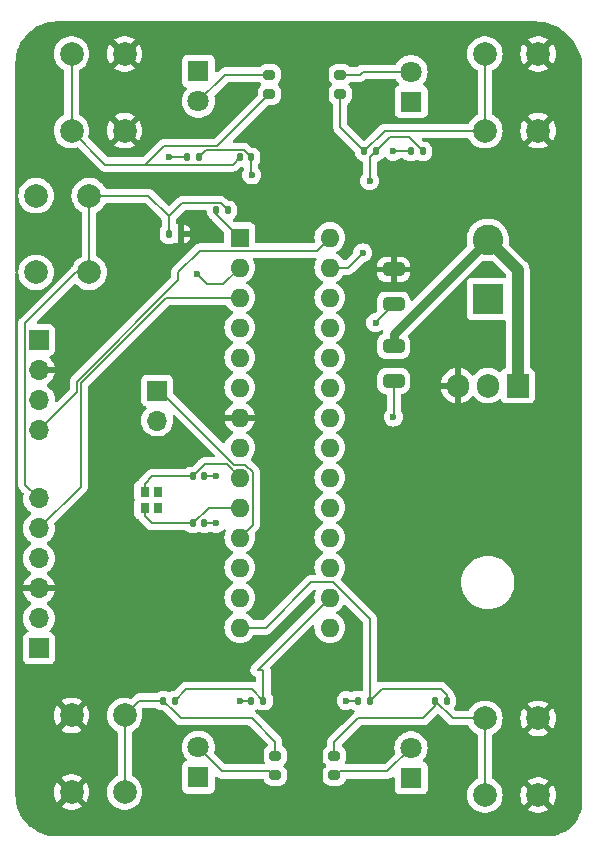
<source format=gtl>
G04 #@! TF.GenerationSoftware,KiCad,Pcbnew,8.0.0*
G04 #@! TF.CreationDate,2024-04-02T15:54:02-06:00*
G04 #@! TF.ProjectId,SimonSaysPCBDesign,53696d6f-6e53-4617-9973-504342446573,1.0*
G04 #@! TF.SameCoordinates,Original*
G04 #@! TF.FileFunction,Copper,L1,Top*
G04 #@! TF.FilePolarity,Positive*
%FSLAX46Y46*%
G04 Gerber Fmt 4.6, Leading zero omitted, Abs format (unit mm)*
G04 Created by KiCad (PCBNEW 8.0.0) date 2024-04-02 15:54:02*
%MOMM*%
%LPD*%
G01*
G04 APERTURE LIST*
G04 Aperture macros list*
%AMRoundRect*
0 Rectangle with rounded corners*
0 $1 Rounding radius*
0 $2 $3 $4 $5 $6 $7 $8 $9 X,Y pos of 4 corners*
0 Add a 4 corners polygon primitive as box body*
4,1,4,$2,$3,$4,$5,$6,$7,$8,$9,$2,$3,0*
0 Add four circle primitives for the rounded corners*
1,1,$1+$1,$2,$3*
1,1,$1+$1,$4,$5*
1,1,$1+$1,$6,$7*
1,1,$1+$1,$8,$9*
0 Add four rect primitives between the rounded corners*
20,1,$1+$1,$2,$3,$4,$5,0*
20,1,$1+$1,$4,$5,$6,$7,0*
20,1,$1+$1,$6,$7,$8,$9,0*
20,1,$1+$1,$8,$9,$2,$3,0*%
G04 Aperture macros list end*
G04 #@! TA.AperFunction,SMDPad,CuDef*
%ADD10RoundRect,0.140000X-0.140000X-0.170000X0.140000X-0.170000X0.140000X0.170000X-0.140000X0.170000X0*%
G04 #@! TD*
G04 #@! TA.AperFunction,SMDPad,CuDef*
%ADD11RoundRect,0.200000X-0.275000X0.200000X-0.275000X-0.200000X0.275000X-0.200000X0.275000X0.200000X0*%
G04 #@! TD*
G04 #@! TA.AperFunction,SMDPad,CuDef*
%ADD12RoundRect,0.250000X0.650000X-0.325000X0.650000X0.325000X-0.650000X0.325000X-0.650000X-0.325000X0*%
G04 #@! TD*
G04 #@! TA.AperFunction,ComponentPad*
%ADD13R,1.600000X1.600000*%
G04 #@! TD*
G04 #@! TA.AperFunction,ComponentPad*
%ADD14O,1.600000X1.600000*%
G04 #@! TD*
G04 #@! TA.AperFunction,SMDPad,CuDef*
%ADD15RoundRect,0.135000X-0.135000X-0.185000X0.135000X-0.185000X0.135000X0.185000X-0.135000X0.185000X0*%
G04 #@! TD*
G04 #@! TA.AperFunction,ComponentPad*
%ADD16R,2.600000X2.600000*%
G04 #@! TD*
G04 #@! TA.AperFunction,ComponentPad*
%ADD17C,2.600000*%
G04 #@! TD*
G04 #@! TA.AperFunction,ComponentPad*
%ADD18C,2.000000*%
G04 #@! TD*
G04 #@! TA.AperFunction,ComponentPad*
%ADD19R,1.800000X1.800000*%
G04 #@! TD*
G04 #@! TA.AperFunction,ComponentPad*
%ADD20C,1.800000*%
G04 #@! TD*
G04 #@! TA.AperFunction,ComponentPad*
%ADD21R,1.700000X1.700000*%
G04 #@! TD*
G04 #@! TA.AperFunction,ComponentPad*
%ADD22O,1.700000X1.700000*%
G04 #@! TD*
G04 #@! TA.AperFunction,ComponentPad*
%ADD23R,1.905000X2.000000*%
G04 #@! TD*
G04 #@! TA.AperFunction,ComponentPad*
%ADD24O,1.905000X2.000000*%
G04 #@! TD*
G04 #@! TA.AperFunction,SMDPad,CuDef*
%ADD25R,0.800000X0.900000*%
G04 #@! TD*
G04 #@! TA.AperFunction,SMDPad,CuDef*
%ADD26RoundRect,0.200000X0.275000X-0.200000X0.275000X0.200000X-0.275000X0.200000X-0.275000X-0.200000X0*%
G04 #@! TD*
G04 #@! TA.AperFunction,ViaPad*
%ADD27C,0.600000*%
G04 #@! TD*
G04 #@! TA.AperFunction,Conductor*
%ADD28C,0.200000*%
G04 #@! TD*
G04 #@! TA.AperFunction,Conductor*
%ADD29C,1.000000*%
G04 #@! TD*
G04 #@! TA.AperFunction,Conductor*
%ADD30C,0.800000*%
G04 #@! TD*
G04 APERTURE END LIST*
D10*
X124040000Y-107500000D03*
X125000000Y-107500000D03*
D11*
X136500000Y-69500000D03*
X136500000Y-71150000D03*
D12*
X141025000Y-88950000D03*
X141025000Y-86000000D03*
D13*
X128000000Y-83300000D03*
D14*
X128000000Y-85840000D03*
X128000000Y-88380000D03*
X128000000Y-90920000D03*
X128000000Y-93460000D03*
X128000000Y-96000000D03*
X128000000Y-98540000D03*
X128000000Y-101080000D03*
X128000000Y-103620000D03*
X128000000Y-106160000D03*
X128000000Y-108700000D03*
X128000000Y-111240000D03*
X128000000Y-113780000D03*
X128000000Y-116320000D03*
X135620000Y-116320000D03*
X135620000Y-113780000D03*
X135620000Y-111240000D03*
X135620000Y-108700000D03*
X135620000Y-106160000D03*
X135620000Y-103620000D03*
X135620000Y-101080000D03*
X135620000Y-98540000D03*
X135620000Y-96000000D03*
X135620000Y-93460000D03*
X135620000Y-90920000D03*
X135620000Y-88380000D03*
X135620000Y-85840000D03*
X135620000Y-83300000D03*
D15*
X128980000Y-122500000D03*
X130000000Y-122500000D03*
D16*
X149000000Y-88500000D03*
D17*
X149000000Y-83500000D03*
D15*
X122000000Y-83000000D03*
X123020000Y-83000000D03*
X142480000Y-76000000D03*
X143500000Y-76000000D03*
X138000000Y-122500000D03*
X139020000Y-122500000D03*
D18*
X113750000Y-74250000D03*
X113750000Y-67750000D03*
X118250000Y-74250000D03*
X118250000Y-67750000D03*
D10*
X124020000Y-103500000D03*
X124980000Y-103500000D03*
X138540000Y-76000000D03*
X139500000Y-76000000D03*
X126020000Y-81000000D03*
X126980000Y-81000000D03*
D12*
X141025000Y-95450000D03*
X141025000Y-92500000D03*
D10*
X128960000Y-76500000D03*
X128000000Y-76500000D03*
D19*
X142500000Y-129040000D03*
D20*
X142500000Y-126500000D03*
D21*
X111000000Y-118080000D03*
D22*
X111000000Y-115540000D03*
X111000000Y-113000000D03*
X111000000Y-110460000D03*
X111000000Y-107920000D03*
X111000000Y-105380000D03*
D19*
X124500000Y-69210000D03*
D20*
X124500000Y-71750000D03*
D21*
X111000000Y-91960000D03*
D22*
X111000000Y-94500000D03*
X111000000Y-97040000D03*
X111000000Y-99580000D03*
D19*
X124500000Y-129000000D03*
D20*
X124500000Y-126460000D03*
D23*
X151540000Y-95840000D03*
D24*
X149000000Y-95840000D03*
X146460000Y-95840000D03*
D10*
X121520000Y-122500000D03*
X122480000Y-122500000D03*
D25*
X119950000Y-104800000D03*
X119950000Y-106200000D03*
X121050000Y-106200000D03*
X121050000Y-104800000D03*
D26*
X136000000Y-128825000D03*
X136000000Y-127175000D03*
D15*
X123500000Y-76500000D03*
X124520000Y-76500000D03*
D18*
X148750000Y-74250000D03*
X148750000Y-67750000D03*
X153250000Y-74250000D03*
X153250000Y-67750000D03*
X110750000Y-86250000D03*
X110750000Y-79750000D03*
X115250000Y-86250000D03*
X115250000Y-79750000D03*
D19*
X142500000Y-71790000D03*
D20*
X142500000Y-69250000D03*
D11*
X130500000Y-69500000D03*
X130500000Y-71150000D03*
D18*
X148750000Y-130500000D03*
X148750000Y-124000000D03*
X153250000Y-130500000D03*
X153250000Y-124000000D03*
D22*
X121000000Y-98790000D03*
D21*
X121000000Y-96250000D03*
D18*
X118250000Y-123750000D03*
X118250000Y-130250000D03*
X113750000Y-123750000D03*
X113750000Y-130250000D03*
D26*
X131000000Y-128825000D03*
X131000000Y-127175000D03*
D10*
X144540000Y-122500000D03*
X145500000Y-122500000D03*
D27*
X128000000Y-122500000D03*
X141000000Y-76000000D03*
X137000000Y-122500000D03*
X126000000Y-103500000D03*
X122000000Y-76500000D03*
X141000000Y-98500000D03*
X139500000Y-90500000D03*
X126000000Y-107500000D03*
X123800000Y-81600000D03*
X139000000Y-78500000D03*
X129000000Y-78000000D03*
X124400000Y-86400000D03*
X138400000Y-84600000D03*
D28*
X127544365Y-102520000D02*
X121274365Y-96250000D01*
X128455635Y-102520000D02*
X127544365Y-102520000D01*
X121274365Y-96250000D02*
X121000000Y-96250000D01*
X129100000Y-103164365D02*
X128455635Y-102520000D01*
X128000000Y-108700000D02*
X129100000Y-107600000D01*
X129100000Y-107600000D02*
X129100000Y-103164365D01*
X138150000Y-69500000D02*
X138400000Y-69250000D01*
X136500000Y-69500000D02*
X138150000Y-69500000D01*
X136500000Y-73960000D02*
X138540000Y-76000000D01*
X136500000Y-71150000D02*
X136500000Y-73960000D01*
X125250000Y-87250000D02*
X124400000Y-86400000D01*
X126590000Y-87250000D02*
X125250000Y-87250000D01*
X128000000Y-85840000D02*
X126590000Y-87250000D01*
X114200000Y-96380000D02*
X111000000Y-99580000D01*
X124600000Y-84400000D02*
X122800000Y-86200000D01*
X114200000Y-95497552D02*
X114200000Y-96380000D01*
X134520000Y-84400000D02*
X124600000Y-84400000D01*
X122800000Y-86897552D02*
X114200000Y-95497552D01*
X135620000Y-83300000D02*
X134520000Y-84400000D01*
X122800000Y-86200000D02*
X122800000Y-86897552D01*
X114150000Y-86250000D02*
X115250000Y-86250000D01*
X109850000Y-104230000D02*
X109850000Y-90550000D01*
X111000000Y-105380000D02*
X109850000Y-104230000D01*
X109850000Y-90550000D02*
X114150000Y-86250000D01*
X128000000Y-88380000D02*
X121780000Y-88380000D01*
X114527000Y-104393000D02*
X111000000Y-107920000D01*
X121780000Y-88380000D02*
X114527000Y-95633000D01*
X114527000Y-95633000D02*
X114527000Y-104393000D01*
X124020000Y-103500000D02*
X120600000Y-103500000D01*
X119950000Y-104150000D02*
X119950000Y-104800000D01*
X120600000Y-103500000D02*
X119950000Y-104150000D01*
X126880000Y-102500000D02*
X125000000Y-102500000D01*
X125000000Y-102520000D02*
X124020000Y-103500000D01*
X125000000Y-102500000D02*
X125000000Y-102520000D01*
X128000000Y-103620000D02*
X126880000Y-102500000D01*
X138000000Y-122500000D02*
X137000000Y-122500000D01*
X128980000Y-122500000D02*
X128000000Y-122500000D01*
X141025000Y-88950000D02*
X139500000Y-90475000D01*
X141025000Y-95450000D02*
X141025000Y-98475000D01*
X139500000Y-90475000D02*
X139500000Y-90500000D01*
X142480000Y-76000000D02*
X141000000Y-76000000D01*
X123500000Y-76500000D02*
X122000000Y-76500000D01*
X124980000Y-103500000D02*
X126000000Y-103500000D01*
X125000000Y-107500000D02*
X126000000Y-107500000D01*
X141025000Y-98475000D02*
X141000000Y-98500000D01*
X119950000Y-106850000D02*
X119950000Y-106200000D01*
X124020000Y-107500000D02*
X120600000Y-107500000D01*
X120600000Y-107500000D02*
X119950000Y-106850000D01*
X124020000Y-107500000D02*
X125360000Y-106160000D01*
X125360000Y-106160000D02*
X128000000Y-106160000D01*
X126370000Y-80390000D02*
X126980000Y-81000000D01*
X120230000Y-79750000D02*
X121990000Y-81510000D01*
X115250000Y-79750000D02*
X115250000Y-86250000D01*
X121990000Y-81510000D02*
X123110000Y-80390000D01*
X123110000Y-80390000D02*
X126370000Y-80390000D01*
X115250000Y-79750000D02*
X120230000Y-79750000D01*
X121990000Y-83000000D02*
X121990000Y-81510000D01*
X126020000Y-81320000D02*
X126020000Y-81000000D01*
X128000000Y-83300000D02*
X126020000Y-81320000D01*
X151540000Y-95840000D02*
X150818802Y-95840000D01*
D29*
X151540000Y-86040000D02*
X151540000Y-95840000D01*
X149000000Y-83500000D02*
X151540000Y-86040000D01*
D30*
X141025000Y-91475000D02*
X141025000Y-92500000D01*
X149000000Y-83500000D02*
X141025000Y-91475000D01*
D28*
X123010000Y-83000000D02*
X123010000Y-82390000D01*
X123010000Y-82390000D02*
X123800000Y-81600000D01*
X139010000Y-122500000D02*
X139010000Y-115614365D01*
X130180000Y-116320000D02*
X128000000Y-116320000D01*
X145500000Y-122000000D02*
X145000000Y-121500000D01*
X145500000Y-122500000D02*
X145500000Y-122000000D01*
X139010000Y-115614365D02*
X135895635Y-112500000D01*
X140010000Y-121500000D02*
X139010000Y-122500000D01*
X135895635Y-112500000D02*
X134000000Y-112500000D01*
X145000000Y-121500000D02*
X140010000Y-121500000D01*
X134000000Y-112500000D02*
X130180000Y-116320000D01*
X142300000Y-74800000D02*
X143500000Y-76000000D01*
X139500000Y-76000000D02*
X139000000Y-76500000D01*
X139000000Y-76500000D02*
X139000000Y-78500000D01*
X140700000Y-74800000D02*
X142300000Y-74800000D01*
X138960000Y-78460000D02*
X139000000Y-78500000D01*
X139500000Y-76000000D02*
X140700000Y-74800000D01*
X129500000Y-119900000D02*
X130000000Y-119900000D01*
X135620000Y-113780000D02*
X129500000Y-119900000D01*
X129000000Y-121500000D02*
X130000000Y-122500000D01*
X130000000Y-119900000D02*
X130000000Y-122500000D01*
X122480000Y-122500000D02*
X123480000Y-121500000D01*
X123480000Y-121500000D02*
X129000000Y-121500000D01*
X125130000Y-75890000D02*
X128350000Y-75890000D01*
X124520000Y-76500000D02*
X125130000Y-75890000D01*
X128350000Y-75890000D02*
X128960000Y-76500000D01*
X128960000Y-77960000D02*
X129000000Y-78000000D01*
X128960000Y-76500000D02*
X128960000Y-77960000D01*
X142500000Y-69250000D02*
X138400000Y-69250000D01*
X131000000Y-128825000D02*
X130825000Y-128825000D01*
X126500000Y-128460000D02*
X124500000Y-126460000D01*
X130500000Y-128500000D02*
X126500000Y-128500000D01*
X130825000Y-128825000D02*
X130500000Y-128500000D01*
X126500000Y-128500000D02*
X126500000Y-128460000D01*
X136000000Y-128825000D02*
X136175000Y-128825000D01*
X140500000Y-128500000D02*
X142500000Y-126500000D01*
X136175000Y-128825000D02*
X136500000Y-128500000D01*
X136500000Y-128500000D02*
X140500000Y-128500000D01*
X126750000Y-69500000D02*
X124500000Y-71750000D01*
X130500000Y-69500000D02*
X126750000Y-69500000D01*
X137160000Y-85840000D02*
X138400000Y-84600000D01*
X135620000Y-85840000D02*
X137160000Y-85840000D01*
X111000000Y-99580000D02*
X111000000Y-99200000D01*
X138000000Y-124000000D02*
X143500000Y-124000000D01*
X135825000Y-127000000D02*
X136000000Y-127175000D01*
X148750000Y-130500000D02*
X148750000Y-124000000D01*
X136000000Y-127175000D02*
X136000000Y-126000000D01*
X136000000Y-126000000D02*
X138000000Y-124000000D01*
X146040000Y-124000000D02*
X148750000Y-124000000D01*
X144540000Y-122960000D02*
X144540000Y-122500000D01*
X143500000Y-124000000D02*
X144540000Y-122960000D01*
X144540000Y-122500000D02*
X146040000Y-124000000D01*
X148750000Y-74250000D02*
X140290000Y-74250000D01*
X140290000Y-74250000D02*
X138540000Y-76000000D01*
X148750000Y-67750000D02*
X148750000Y-74250000D01*
X131000000Y-127175000D02*
X131000000Y-126000000D01*
X122500000Y-123480000D02*
X121520000Y-122500000D01*
X129000000Y-124000000D02*
X123000000Y-124000000D01*
X123000000Y-124000000D02*
X122500000Y-123500000D01*
X119500000Y-122500000D02*
X118250000Y-123750000D01*
X118250000Y-123750000D02*
X118250000Y-130250000D01*
X131000000Y-126000000D02*
X129000000Y-124000000D01*
X121520000Y-122500000D02*
X119500000Y-122500000D01*
X122500000Y-123500000D02*
X122500000Y-123480000D01*
X120000000Y-77120000D02*
X121557000Y-75563000D01*
X126087000Y-75563000D02*
X130500000Y-71150000D01*
X120000000Y-77120000D02*
X116620000Y-77120000D01*
X128000000Y-76500000D02*
X127380000Y-77120000D01*
X116620000Y-77120000D02*
X113750000Y-74250000D01*
X127380000Y-77120000D02*
X120000000Y-77120000D01*
X113750000Y-74250000D02*
X113750000Y-67750000D01*
X121557000Y-75563000D02*
X126087000Y-75563000D01*
G04 #@! TA.AperFunction,Conductor*
G36*
X134449527Y-85020185D02*
G01*
X134495282Y-85072989D01*
X134505226Y-85142147D01*
X134491363Y-85182193D01*
X134491720Y-85182360D01*
X134490112Y-85185806D01*
X134489870Y-85186508D01*
X134489432Y-85187266D01*
X134393261Y-85393502D01*
X134393258Y-85393511D01*
X134334366Y-85613302D01*
X134334364Y-85613313D01*
X134314532Y-85839998D01*
X134314532Y-85840001D01*
X134334364Y-86066686D01*
X134334366Y-86066697D01*
X134393258Y-86286488D01*
X134393261Y-86286497D01*
X134489431Y-86492732D01*
X134489432Y-86492734D01*
X134619954Y-86679141D01*
X134780858Y-86840045D01*
X134784300Y-86842455D01*
X134967266Y-86970568D01*
X135025275Y-86997618D01*
X135077714Y-87043791D01*
X135096866Y-87110984D01*
X135076650Y-87177865D01*
X135025275Y-87222382D01*
X134967267Y-87249431D01*
X134967265Y-87249432D01*
X134780858Y-87379954D01*
X134619954Y-87540858D01*
X134489432Y-87727265D01*
X134489431Y-87727267D01*
X134393261Y-87933502D01*
X134393258Y-87933511D01*
X134334366Y-88153302D01*
X134334364Y-88153313D01*
X134314532Y-88379998D01*
X134314532Y-88380001D01*
X134334364Y-88606686D01*
X134334366Y-88606697D01*
X134393258Y-88826488D01*
X134393261Y-88826497D01*
X134489431Y-89032732D01*
X134489432Y-89032734D01*
X134619954Y-89219141D01*
X134780858Y-89380045D01*
X134780861Y-89380047D01*
X134967266Y-89510568D01*
X135025275Y-89537618D01*
X135077714Y-89583791D01*
X135096866Y-89650984D01*
X135076650Y-89717865D01*
X135025275Y-89762382D01*
X134967267Y-89789431D01*
X134967265Y-89789432D01*
X134780858Y-89919954D01*
X134619954Y-90080858D01*
X134489432Y-90267265D01*
X134489431Y-90267267D01*
X134393261Y-90473502D01*
X134393258Y-90473511D01*
X134334366Y-90693302D01*
X134334364Y-90693313D01*
X134314532Y-90919998D01*
X134314532Y-90920001D01*
X134334364Y-91146686D01*
X134334366Y-91146697D01*
X134393258Y-91366488D01*
X134393261Y-91366497D01*
X134489431Y-91572732D01*
X134489432Y-91572734D01*
X134619954Y-91759141D01*
X134780858Y-91920045D01*
X134780861Y-91920047D01*
X134967266Y-92050568D01*
X135025275Y-92077618D01*
X135077714Y-92123791D01*
X135096866Y-92190984D01*
X135076650Y-92257865D01*
X135025275Y-92302382D01*
X134967267Y-92329431D01*
X134967265Y-92329432D01*
X134780858Y-92459954D01*
X134619954Y-92620858D01*
X134489432Y-92807265D01*
X134489431Y-92807267D01*
X134393261Y-93013502D01*
X134393258Y-93013511D01*
X134334366Y-93233302D01*
X134334364Y-93233313D01*
X134314532Y-93459998D01*
X134314532Y-93460001D01*
X134334364Y-93686686D01*
X134334366Y-93686697D01*
X134393258Y-93906488D01*
X134393261Y-93906497D01*
X134489431Y-94112732D01*
X134489432Y-94112734D01*
X134619954Y-94299141D01*
X134780858Y-94460045D01*
X134780861Y-94460047D01*
X134967266Y-94590568D01*
X135025275Y-94617618D01*
X135077714Y-94663791D01*
X135096866Y-94730984D01*
X135076650Y-94797865D01*
X135025275Y-94842381D01*
X135016965Y-94846257D01*
X134967267Y-94869431D01*
X134967265Y-94869432D01*
X134780858Y-94999954D01*
X134619954Y-95160858D01*
X134489432Y-95347265D01*
X134489431Y-95347267D01*
X134393261Y-95553502D01*
X134393258Y-95553511D01*
X134334366Y-95773302D01*
X134334364Y-95773313D01*
X134314532Y-95999998D01*
X134314532Y-96000001D01*
X134334364Y-96226686D01*
X134334366Y-96226697D01*
X134393258Y-96446488D01*
X134393261Y-96446497D01*
X134489431Y-96652732D01*
X134489432Y-96652734D01*
X134619954Y-96839141D01*
X134780858Y-97000045D01*
X134780861Y-97000047D01*
X134967266Y-97130568D01*
X135015288Y-97152961D01*
X135025275Y-97157618D01*
X135077714Y-97203791D01*
X135096866Y-97270984D01*
X135076650Y-97337865D01*
X135025275Y-97382382D01*
X134967267Y-97409431D01*
X134967265Y-97409432D01*
X134780858Y-97539954D01*
X134619954Y-97700858D01*
X134489432Y-97887265D01*
X134489431Y-97887267D01*
X134393261Y-98093502D01*
X134393258Y-98093511D01*
X134334366Y-98313302D01*
X134334364Y-98313313D01*
X134314532Y-98539998D01*
X134314532Y-98540001D01*
X134334364Y-98766686D01*
X134334366Y-98766697D01*
X134393258Y-98986488D01*
X134393261Y-98986497D01*
X134489431Y-99192732D01*
X134489432Y-99192734D01*
X134619954Y-99379141D01*
X134780858Y-99540045D01*
X134780861Y-99540047D01*
X134967266Y-99670568D01*
X135024681Y-99697341D01*
X135025275Y-99697618D01*
X135077714Y-99743791D01*
X135096866Y-99810984D01*
X135076650Y-99877865D01*
X135025275Y-99922382D01*
X134967267Y-99949431D01*
X134967265Y-99949432D01*
X134780858Y-100079954D01*
X134619954Y-100240858D01*
X134489432Y-100427265D01*
X134489431Y-100427267D01*
X134393261Y-100633502D01*
X134393258Y-100633511D01*
X134334366Y-100853302D01*
X134334364Y-100853313D01*
X134314532Y-101079998D01*
X134314532Y-101080001D01*
X134334364Y-101306686D01*
X134334366Y-101306697D01*
X134393258Y-101526488D01*
X134393261Y-101526497D01*
X134489431Y-101732732D01*
X134489432Y-101732734D01*
X134619954Y-101919141D01*
X134780858Y-102080045D01*
X134780861Y-102080047D01*
X134967266Y-102210568D01*
X135025275Y-102237618D01*
X135077714Y-102283791D01*
X135096866Y-102350984D01*
X135076650Y-102417865D01*
X135025275Y-102462382D01*
X134967267Y-102489431D01*
X134967265Y-102489432D01*
X134780858Y-102619954D01*
X134619954Y-102780858D01*
X134489432Y-102967265D01*
X134489431Y-102967267D01*
X134393261Y-103173502D01*
X134393258Y-103173511D01*
X134334366Y-103393302D01*
X134334364Y-103393313D01*
X134314532Y-103619998D01*
X134314532Y-103620001D01*
X134334364Y-103846686D01*
X134334366Y-103846697D01*
X134393258Y-104066488D01*
X134393261Y-104066497D01*
X134489431Y-104272732D01*
X134489432Y-104272734D01*
X134619954Y-104459141D01*
X134780858Y-104620045D01*
X134780861Y-104620047D01*
X134967266Y-104750568D01*
X135025275Y-104777618D01*
X135077714Y-104823791D01*
X135096866Y-104890984D01*
X135076650Y-104957865D01*
X135025275Y-105002382D01*
X134967267Y-105029431D01*
X134967265Y-105029432D01*
X134780858Y-105159954D01*
X134619954Y-105320858D01*
X134489432Y-105507265D01*
X134489431Y-105507267D01*
X134393261Y-105713502D01*
X134393258Y-105713511D01*
X134334366Y-105933302D01*
X134334364Y-105933313D01*
X134314532Y-106159998D01*
X134314532Y-106160001D01*
X134334364Y-106386686D01*
X134334366Y-106386697D01*
X134393258Y-106606488D01*
X134393261Y-106606497D01*
X134489431Y-106812732D01*
X134489432Y-106812734D01*
X134619954Y-106999141D01*
X134780858Y-107160045D01*
X134780861Y-107160047D01*
X134967266Y-107290568D01*
X135025275Y-107317618D01*
X135077714Y-107363791D01*
X135096866Y-107430984D01*
X135076650Y-107497865D01*
X135025275Y-107542382D01*
X134967267Y-107569431D01*
X134967265Y-107569432D01*
X134780858Y-107699954D01*
X134619954Y-107860858D01*
X134489432Y-108047265D01*
X134489431Y-108047267D01*
X134393261Y-108253502D01*
X134393258Y-108253511D01*
X134334366Y-108473302D01*
X134334364Y-108473313D01*
X134314532Y-108699998D01*
X134314532Y-108700001D01*
X134334364Y-108926686D01*
X134334366Y-108926697D01*
X134393258Y-109146488D01*
X134393261Y-109146497D01*
X134489431Y-109352732D01*
X134489432Y-109352734D01*
X134619954Y-109539141D01*
X134780858Y-109700045D01*
X134780861Y-109700047D01*
X134967266Y-109830568D01*
X135025275Y-109857618D01*
X135077714Y-109903791D01*
X135096866Y-109970984D01*
X135076650Y-110037865D01*
X135025275Y-110082382D01*
X134967267Y-110109431D01*
X134967265Y-110109432D01*
X134780858Y-110239954D01*
X134619954Y-110400858D01*
X134489432Y-110587265D01*
X134489431Y-110587267D01*
X134393261Y-110793502D01*
X134393258Y-110793511D01*
X134334366Y-111013302D01*
X134334364Y-111013313D01*
X134314532Y-111239998D01*
X134314532Y-111240001D01*
X134334364Y-111466686D01*
X134334366Y-111466697D01*
X134393258Y-111686488D01*
X134393259Y-111686491D01*
X134393261Y-111686496D01*
X134410328Y-111723097D01*
X134420820Y-111792172D01*
X134392301Y-111855956D01*
X134333825Y-111894196D01*
X134297946Y-111899500D01*
X134086670Y-111899500D01*
X134086654Y-111899499D01*
X134079058Y-111899499D01*
X133920943Y-111899499D01*
X133813587Y-111928265D01*
X133768210Y-111940424D01*
X133768209Y-111940425D01*
X133718096Y-111969359D01*
X133718095Y-111969360D01*
X133674689Y-111994420D01*
X133631285Y-112019479D01*
X133631282Y-112019481D01*
X133519478Y-112131286D01*
X129967584Y-115683181D01*
X129906261Y-115716666D01*
X129879903Y-115719500D01*
X129231692Y-115719500D01*
X129164653Y-115699815D01*
X129130119Y-115666625D01*
X129000047Y-115480861D01*
X129000045Y-115480858D01*
X128839141Y-115319954D01*
X128652734Y-115189432D01*
X128652728Y-115189429D01*
X128594725Y-115162382D01*
X128542285Y-115116210D01*
X128523133Y-115049017D01*
X128543348Y-114982135D01*
X128594725Y-114937618D01*
X128652734Y-114910568D01*
X128839139Y-114780047D01*
X129000047Y-114619139D01*
X129130568Y-114432734D01*
X129226739Y-114226496D01*
X129285635Y-114006692D01*
X129305468Y-113780000D01*
X129285635Y-113553308D01*
X129226739Y-113333504D01*
X129130568Y-113127266D01*
X129000047Y-112940861D01*
X129000045Y-112940858D01*
X128839141Y-112779954D01*
X128652734Y-112649432D01*
X128652728Y-112649429D01*
X128594725Y-112622382D01*
X128542285Y-112576210D01*
X128523133Y-112509017D01*
X128543348Y-112442135D01*
X128594725Y-112397618D01*
X128652734Y-112370568D01*
X128839139Y-112240047D01*
X129000047Y-112079139D01*
X129130568Y-111892734D01*
X129226739Y-111686496D01*
X129285635Y-111466692D01*
X129305468Y-111240000D01*
X129285635Y-111013308D01*
X129226739Y-110793504D01*
X129130568Y-110587266D01*
X129000047Y-110400861D01*
X129000045Y-110400858D01*
X128839141Y-110239954D01*
X128652734Y-110109432D01*
X128652728Y-110109429D01*
X128594725Y-110082382D01*
X128542285Y-110036210D01*
X128523133Y-109969017D01*
X128543348Y-109902135D01*
X128594725Y-109857618D01*
X128652734Y-109830568D01*
X128839139Y-109700047D01*
X129000047Y-109539139D01*
X129130568Y-109352734D01*
X129226739Y-109146496D01*
X129285635Y-108926692D01*
X129305468Y-108700000D01*
X129285635Y-108473308D01*
X129259847Y-108377066D01*
X129261510Y-108307217D01*
X129291939Y-108257294D01*
X129468713Y-108080521D01*
X129468716Y-108080520D01*
X129580520Y-107968716D01*
X129630639Y-107881904D01*
X129659577Y-107831785D01*
X129700501Y-107679057D01*
X129700501Y-107520943D01*
X129700501Y-107513348D01*
X129700500Y-107513330D01*
X129700500Y-103253425D01*
X129700501Y-103253412D01*
X129700501Y-103085309D01*
X129682862Y-103019480D01*
X129659577Y-102932581D01*
X129594514Y-102819887D01*
X129580524Y-102795655D01*
X129580518Y-102795647D01*
X128943225Y-102158355D01*
X128943223Y-102158352D01*
X128939709Y-102154838D01*
X128938447Y-102152527D01*
X128927732Y-102139457D01*
X128927730Y-102139454D01*
X128930353Y-102137704D01*
X128906224Y-102093515D01*
X128911208Y-102023823D01*
X128939706Y-101979479D01*
X129000047Y-101919139D01*
X129130568Y-101732734D01*
X129226739Y-101526496D01*
X129285635Y-101306692D01*
X129305468Y-101080000D01*
X129285635Y-100853308D01*
X129226739Y-100633504D01*
X129130568Y-100427266D01*
X129000047Y-100240861D01*
X129000045Y-100240858D01*
X128839141Y-100079954D01*
X128652734Y-99949432D01*
X128652732Y-99949431D01*
X128594725Y-99922382D01*
X128594132Y-99922105D01*
X128541694Y-99875934D01*
X128522542Y-99808740D01*
X128542758Y-99741859D01*
X128594134Y-99697341D01*
X128652484Y-99670132D01*
X128838820Y-99539657D01*
X128999657Y-99378820D01*
X129130134Y-99192482D01*
X129226265Y-98986326D01*
X129226269Y-98986317D01*
X129278872Y-98790000D01*
X128315686Y-98790000D01*
X128320080Y-98785606D01*
X128372741Y-98694394D01*
X128400000Y-98592661D01*
X128400000Y-98487339D01*
X128372741Y-98385606D01*
X128320080Y-98294394D01*
X128315686Y-98290000D01*
X129278872Y-98290000D01*
X129278872Y-98289999D01*
X129226269Y-98093682D01*
X129226265Y-98093673D01*
X129130134Y-97887517D01*
X128999657Y-97701179D01*
X128838820Y-97540342D01*
X128652482Y-97409865D01*
X128594133Y-97382657D01*
X128541694Y-97336484D01*
X128522542Y-97269291D01*
X128542758Y-97202410D01*
X128594129Y-97157895D01*
X128652734Y-97130568D01*
X128839139Y-97000047D01*
X129000047Y-96839139D01*
X129130568Y-96652734D01*
X129226739Y-96446496D01*
X129285635Y-96226692D01*
X129305468Y-96000000D01*
X129285635Y-95773308D01*
X129235610Y-95586611D01*
X129226741Y-95553511D01*
X129226738Y-95553502D01*
X129202858Y-95502292D01*
X129130568Y-95347266D01*
X129000047Y-95160861D01*
X129000045Y-95160858D01*
X128839141Y-94999954D01*
X128652734Y-94869432D01*
X128652728Y-94869429D01*
X128603035Y-94846257D01*
X128594724Y-94842381D01*
X128542285Y-94796210D01*
X128523133Y-94729017D01*
X128543348Y-94662135D01*
X128594725Y-94617618D01*
X128652734Y-94590568D01*
X128839139Y-94460047D01*
X129000047Y-94299139D01*
X129130568Y-94112734D01*
X129226739Y-93906496D01*
X129285635Y-93686692D01*
X129305468Y-93460000D01*
X129285635Y-93233308D01*
X129226739Y-93013504D01*
X129130568Y-92807266D01*
X129000047Y-92620861D01*
X129000045Y-92620858D01*
X128839141Y-92459954D01*
X128652734Y-92329432D01*
X128652728Y-92329429D01*
X128594725Y-92302382D01*
X128542285Y-92256210D01*
X128523133Y-92189017D01*
X128543348Y-92122135D01*
X128594725Y-92077618D01*
X128652734Y-92050568D01*
X128839139Y-91920047D01*
X129000047Y-91759139D01*
X129130568Y-91572734D01*
X129226739Y-91366496D01*
X129285635Y-91146692D01*
X129305468Y-90920000D01*
X129285635Y-90693308D01*
X129233839Y-90500000D01*
X129226741Y-90473511D01*
X129226738Y-90473502D01*
X129155508Y-90320750D01*
X129130568Y-90267266D01*
X129000047Y-90080861D01*
X129000045Y-90080858D01*
X128839141Y-89919954D01*
X128652734Y-89789432D01*
X128652728Y-89789429D01*
X128620093Y-89774211D01*
X128594724Y-89762381D01*
X128542285Y-89716210D01*
X128523133Y-89649017D01*
X128543348Y-89582135D01*
X128594725Y-89537618D01*
X128652734Y-89510568D01*
X128839139Y-89380047D01*
X129000047Y-89219139D01*
X129130568Y-89032734D01*
X129226739Y-88826496D01*
X129285635Y-88606692D01*
X129305468Y-88380000D01*
X129285635Y-88153308D01*
X129228530Y-87940187D01*
X129226741Y-87933511D01*
X129226738Y-87933502D01*
X129130568Y-87727266D01*
X129000047Y-87540861D01*
X129000045Y-87540858D01*
X128839141Y-87379954D01*
X128652734Y-87249432D01*
X128652728Y-87249429D01*
X128594725Y-87222382D01*
X128542285Y-87176210D01*
X128523133Y-87109017D01*
X128543348Y-87042135D01*
X128594725Y-86997618D01*
X128652734Y-86970568D01*
X128839139Y-86840047D01*
X129000047Y-86679139D01*
X129130568Y-86492734D01*
X129226739Y-86286496D01*
X129285635Y-86066692D01*
X129302634Y-85872384D01*
X129305468Y-85840001D01*
X129305468Y-85839998D01*
X129294924Y-85719478D01*
X129285635Y-85613308D01*
X129226739Y-85393504D01*
X129130568Y-85187266D01*
X129130562Y-85187257D01*
X129130130Y-85186508D01*
X129130038Y-85186131D01*
X129128280Y-85182360D01*
X129129037Y-85182006D01*
X129113652Y-85118609D01*
X129136499Y-85052581D01*
X129191417Y-85009386D01*
X129237512Y-85000500D01*
X134382488Y-85000500D01*
X134449527Y-85020185D01*
G37*
G04 #@! TD.AperFunction*
G04 #@! TA.AperFunction,Conductor*
G36*
X119996942Y-80370185D02*
G01*
X120017584Y-80386819D01*
X121353181Y-81722416D01*
X121386666Y-81783739D01*
X121389500Y-81810097D01*
X121389500Y-82340452D01*
X121369815Y-82407491D01*
X121363481Y-82416450D01*
X121358865Y-82422400D01*
X121277131Y-82560606D01*
X121277129Y-82560611D01*
X121232335Y-82714791D01*
X121232334Y-82714797D01*
X121229500Y-82750811D01*
X121229500Y-83249169D01*
X121229501Y-83249191D01*
X121232335Y-83285205D01*
X121277129Y-83439388D01*
X121277131Y-83439393D01*
X121358863Y-83577595D01*
X121358869Y-83577603D01*
X121472396Y-83691130D01*
X121472400Y-83691133D01*
X121472402Y-83691135D01*
X121610607Y-83772869D01*
X121651268Y-83784682D01*
X121764791Y-83817664D01*
X121764794Y-83817664D01*
X121764796Y-83817665D01*
X121800819Y-83820500D01*
X122199180Y-83820499D01*
X122235204Y-83817665D01*
X122389393Y-83772869D01*
X122447369Y-83738581D01*
X122515093Y-83721398D01*
X122573612Y-83738581D01*
X122630805Y-83772404D01*
X122770000Y-83812844D01*
X122770000Y-83260408D01*
X122770382Y-83250679D01*
X122770435Y-83250000D01*
X123270000Y-83250000D01*
X123270000Y-83812843D01*
X123409194Y-83772404D01*
X123547285Y-83690738D01*
X123547294Y-83690731D01*
X123660731Y-83577294D01*
X123660738Y-83577285D01*
X123742406Y-83439191D01*
X123742407Y-83439188D01*
X123787166Y-83285128D01*
X123787167Y-83285122D01*
X123789931Y-83250000D01*
X123270000Y-83250000D01*
X122770435Y-83250000D01*
X122770500Y-83249181D01*
X122770499Y-82750820D01*
X122770434Y-82750000D01*
X123270000Y-82750000D01*
X123789931Y-82750000D01*
X123787167Y-82714877D01*
X123787166Y-82714871D01*
X123742407Y-82560811D01*
X123742406Y-82560808D01*
X123660738Y-82422714D01*
X123660731Y-82422705D01*
X123547294Y-82309268D01*
X123547285Y-82309261D01*
X123409191Y-82227593D01*
X123409188Y-82227591D01*
X123270001Y-82187153D01*
X123270000Y-82187154D01*
X123270000Y-82750000D01*
X122770434Y-82750000D01*
X122770382Y-82749332D01*
X122770000Y-82739607D01*
X122770000Y-82187154D01*
X122769998Y-82187153D01*
X122749094Y-82193227D01*
X122679225Y-82193027D01*
X122620555Y-82155084D01*
X122591712Y-82091446D01*
X122590500Y-82074150D01*
X122590500Y-81810097D01*
X122610185Y-81743058D01*
X122626819Y-81722416D01*
X123322416Y-81026819D01*
X123383739Y-80993334D01*
X123410097Y-80990500D01*
X125115500Y-80990500D01*
X125182539Y-81010185D01*
X125228294Y-81062989D01*
X125239500Y-81114500D01*
X125239500Y-81234697D01*
X125242356Y-81270991D01*
X125242357Y-81270997D01*
X125287504Y-81426390D01*
X125287505Y-81426393D01*
X125369881Y-81565684D01*
X125369887Y-81565692D01*
X125484307Y-81680112D01*
X125484311Y-81680115D01*
X125484313Y-81680117D01*
X125484315Y-81680118D01*
X125584799Y-81739544D01*
X125609359Y-81758595D01*
X125658349Y-81807585D01*
X125658355Y-81807590D01*
X126663181Y-82812416D01*
X126696666Y-82873739D01*
X126699500Y-82900097D01*
X126699500Y-83300001D01*
X126699501Y-83675500D01*
X126679817Y-83742539D01*
X126627013Y-83788294D01*
X126575501Y-83799500D01*
X124520940Y-83799500D01*
X124480019Y-83810464D01*
X124480019Y-83810465D01*
X124453149Y-83817665D01*
X124368214Y-83840423D01*
X124368209Y-83840426D01*
X124231290Y-83919475D01*
X124231282Y-83919481D01*
X122319479Y-85831284D01*
X122314447Y-85840001D01*
X122290613Y-85881284D01*
X122240423Y-85968215D01*
X122199499Y-86120943D01*
X122199499Y-86120945D01*
X122199499Y-86289046D01*
X122199500Y-86289059D01*
X122199500Y-86597454D01*
X122179815Y-86664493D01*
X122163181Y-86685135D01*
X113719481Y-95128834D01*
X113719475Y-95128842D01*
X113677247Y-95201985D01*
X113677247Y-95201987D01*
X113640423Y-95265766D01*
X113633255Y-95292517D01*
X113599499Y-95418495D01*
X113599499Y-95418497D01*
X113599499Y-95586598D01*
X113599500Y-95586611D01*
X113599500Y-96079902D01*
X113579815Y-96146941D01*
X113563181Y-96167583D01*
X112564432Y-97166332D01*
X112503109Y-97199817D01*
X112433417Y-97194833D01*
X112377484Y-97152961D01*
X112353067Y-97087497D01*
X112353223Y-97067843D01*
X112355659Y-97040000D01*
X112355659Y-97039999D01*
X112347565Y-96947483D01*
X112335063Y-96804592D01*
X112273903Y-96576337D01*
X112174035Y-96362171D01*
X112091051Y-96243656D01*
X112038494Y-96168597D01*
X111871402Y-96001506D01*
X111871401Y-96001505D01*
X111685405Y-95871269D01*
X111641781Y-95816692D01*
X111634588Y-95747193D01*
X111666110Y-95684839D01*
X111685405Y-95668119D01*
X111871082Y-95538105D01*
X112038105Y-95371082D01*
X112173600Y-95177578D01*
X112273429Y-94963492D01*
X112273432Y-94963486D01*
X112330636Y-94750000D01*
X111433012Y-94750000D01*
X111465925Y-94692993D01*
X111500000Y-94565826D01*
X111500000Y-94434174D01*
X111465925Y-94307007D01*
X111433012Y-94250000D01*
X112330636Y-94250000D01*
X112330635Y-94249999D01*
X112273432Y-94036513D01*
X112273429Y-94036507D01*
X112173600Y-93822422D01*
X112173599Y-93822420D01*
X112038113Y-93628926D01*
X112038108Y-93628920D01*
X111916053Y-93506865D01*
X111882568Y-93445542D01*
X111887552Y-93375850D01*
X111929424Y-93319917D01*
X111960400Y-93303002D01*
X112092331Y-93253796D01*
X112207546Y-93167546D01*
X112293796Y-93052331D01*
X112344091Y-92917483D01*
X112350500Y-92857873D01*
X112350499Y-91062128D01*
X112344091Y-91002517D01*
X112313313Y-90919998D01*
X112293797Y-90867671D01*
X112293793Y-90867664D01*
X112207547Y-90752455D01*
X112207544Y-90752452D01*
X112092335Y-90666206D01*
X112092328Y-90666202D01*
X111957482Y-90615908D01*
X111957483Y-90615908D01*
X111897883Y-90609501D01*
X111897881Y-90609500D01*
X111897873Y-90609500D01*
X111897865Y-90609500D01*
X110939096Y-90609500D01*
X110872057Y-90589815D01*
X110826302Y-90537011D01*
X110816358Y-90467853D01*
X110845383Y-90404297D01*
X110851415Y-90397819D01*
X112268734Y-88980500D01*
X113976501Y-87272732D01*
X114037822Y-87239249D01*
X114107514Y-87244233D01*
X114155409Y-87276432D01*
X114230256Y-87357738D01*
X114426491Y-87510474D01*
X114645190Y-87628828D01*
X114880386Y-87709571D01*
X115125665Y-87750500D01*
X115374335Y-87750500D01*
X115619614Y-87709571D01*
X115854810Y-87628828D01*
X116073509Y-87510474D01*
X116269744Y-87357738D01*
X116438164Y-87174785D01*
X116574173Y-86966607D01*
X116674063Y-86738881D01*
X116735108Y-86497821D01*
X116736633Y-86479424D01*
X116755643Y-86250000D01*
X116755643Y-86249994D01*
X116735109Y-86002187D01*
X116735107Y-86002175D01*
X116674063Y-85761118D01*
X116574173Y-85533393D01*
X116438166Y-85325217D01*
X116415411Y-85300499D01*
X116269744Y-85142262D01*
X116073509Y-84989526D01*
X116073507Y-84989525D01*
X116073506Y-84989524D01*
X115915482Y-84904006D01*
X115865892Y-84854786D01*
X115850500Y-84794951D01*
X115850500Y-81205048D01*
X115870185Y-81138009D01*
X115915481Y-81095993D01*
X116073509Y-81010474D01*
X116269744Y-80857738D01*
X116438164Y-80674785D01*
X116574173Y-80466607D01*
X116592560Y-80424689D01*
X116637517Y-80371204D01*
X116704253Y-80350514D01*
X116706116Y-80350500D01*
X119929903Y-80350500D01*
X119996942Y-80370185D01*
G37*
G04 #@! TD.AperFunction*
G04 #@! TA.AperFunction,Conductor*
G36*
X153002855Y-65000632D02*
G01*
X153363310Y-65017296D01*
X153374700Y-65018352D01*
X153729238Y-65067808D01*
X153740482Y-65069910D01*
X154088944Y-65151867D01*
X154099934Y-65154994D01*
X154439368Y-65268761D01*
X154450022Y-65272889D01*
X154777488Y-65417479D01*
X154787735Y-65422581D01*
X155100452Y-65596765D01*
X155110190Y-65602794D01*
X155396535Y-65798944D01*
X155405512Y-65805093D01*
X155414652Y-65811996D01*
X155690035Y-66040671D01*
X155698499Y-66048387D01*
X155951612Y-66301500D01*
X155959328Y-66309964D01*
X156188003Y-66585347D01*
X156194906Y-66594487D01*
X156397205Y-66889809D01*
X156403234Y-66899547D01*
X156577418Y-67212264D01*
X156582523Y-67222517D01*
X156727105Y-67549964D01*
X156731243Y-67560644D01*
X156845001Y-67900052D01*
X156848135Y-67911068D01*
X156930087Y-68259509D01*
X156932192Y-68270768D01*
X156981646Y-68625292D01*
X156982703Y-68636696D01*
X156999368Y-68997144D01*
X156999500Y-69002871D01*
X156999500Y-130996753D01*
X156999330Y-131003243D01*
X156983407Y-131307046D01*
X156982050Y-131319953D01*
X156934971Y-131617205D01*
X156932273Y-131629902D01*
X156854374Y-131920623D01*
X156850363Y-131932966D01*
X156742510Y-132213935D01*
X156737231Y-132225793D01*
X156600591Y-132493963D01*
X156594101Y-132505203D01*
X156430187Y-132757608D01*
X156422558Y-132768109D01*
X156233149Y-133002010D01*
X156224464Y-133011655D01*
X156011655Y-133224464D01*
X156002010Y-133233149D01*
X155768109Y-133422558D01*
X155757608Y-133430187D01*
X155505203Y-133594101D01*
X155493963Y-133600591D01*
X155225793Y-133737231D01*
X155213935Y-133742510D01*
X154932966Y-133850363D01*
X154920623Y-133854374D01*
X154629902Y-133932273D01*
X154617205Y-133934971D01*
X154319953Y-133982050D01*
X154307046Y-133983407D01*
X154003244Y-133999330D01*
X153996754Y-133999500D01*
X112503051Y-133999500D01*
X112496968Y-133999351D01*
X112476900Y-133998365D01*
X112163071Y-133982947D01*
X112150962Y-133981754D01*
X111823305Y-133933151D01*
X111811369Y-133930777D01*
X111490055Y-133850292D01*
X111478411Y-133846759D01*
X111166540Y-133735170D01*
X111155301Y-133730515D01*
X110855844Y-133588883D01*
X110845121Y-133583150D01*
X110561011Y-133412862D01*
X110550893Y-133406102D01*
X110284829Y-133208775D01*
X110275423Y-133201055D01*
X110066452Y-133011655D01*
X110029986Y-132978604D01*
X110021395Y-132970013D01*
X109798944Y-132724576D01*
X109791224Y-132715170D01*
X109691034Y-132580080D01*
X109593895Y-132449103D01*
X109587137Y-132438988D01*
X109416844Y-132154871D01*
X109411120Y-132144163D01*
X109269479Y-131844688D01*
X109264829Y-131833459D01*
X109238565Y-131760057D01*
X109153240Y-131521588D01*
X109149707Y-131509944D01*
X109128375Y-131424782D01*
X109069219Y-131188617D01*
X109066848Y-131176694D01*
X109066564Y-131174782D01*
X109018245Y-130849037D01*
X109017052Y-130836927D01*
X109012670Y-130747738D01*
X109000649Y-130503032D01*
X109000500Y-130496948D01*
X109000500Y-130250005D01*
X112244859Y-130250005D01*
X112265385Y-130497729D01*
X112265387Y-130497738D01*
X112326412Y-130738717D01*
X112426266Y-130966364D01*
X112526564Y-131119882D01*
X113226212Y-130420234D01*
X113237482Y-130462292D01*
X113309890Y-130587708D01*
X113412292Y-130690110D01*
X113537708Y-130762518D01*
X113579765Y-130773787D01*
X112879942Y-131473609D01*
X112926768Y-131510055D01*
X112926770Y-131510056D01*
X113145385Y-131628364D01*
X113145396Y-131628369D01*
X113380506Y-131709083D01*
X113625707Y-131750000D01*
X113874293Y-131750000D01*
X114119493Y-131709083D01*
X114354603Y-131628369D01*
X114354614Y-131628364D01*
X114573228Y-131510057D01*
X114573231Y-131510055D01*
X114620056Y-131473609D01*
X113920234Y-130773787D01*
X113962292Y-130762518D01*
X114087708Y-130690110D01*
X114190110Y-130587708D01*
X114262518Y-130462292D01*
X114273787Y-130420235D01*
X114973434Y-131119882D01*
X115073731Y-130966369D01*
X115173587Y-130738717D01*
X115234612Y-130497738D01*
X115234614Y-130497729D01*
X115255141Y-130250005D01*
X115255141Y-130249994D01*
X115234614Y-130002270D01*
X115234612Y-130002261D01*
X115173587Y-129761282D01*
X115073731Y-129533630D01*
X114973434Y-129380116D01*
X114273787Y-130079764D01*
X114262518Y-130037708D01*
X114190110Y-129912292D01*
X114087708Y-129809890D01*
X113962292Y-129737482D01*
X113920235Y-129726212D01*
X114620057Y-129026390D01*
X114620056Y-129026389D01*
X114573229Y-128989943D01*
X114354614Y-128871635D01*
X114354603Y-128871630D01*
X114119493Y-128790916D01*
X113874293Y-128750000D01*
X113625707Y-128750000D01*
X113380506Y-128790916D01*
X113145396Y-128871630D01*
X113145390Y-128871632D01*
X112926761Y-128989949D01*
X112879942Y-129026388D01*
X112879942Y-129026390D01*
X113579765Y-129726212D01*
X113537708Y-129737482D01*
X113412292Y-129809890D01*
X113309890Y-129912292D01*
X113237482Y-130037708D01*
X113226212Y-130079764D01*
X112526564Y-129380116D01*
X112426267Y-129533632D01*
X112326412Y-129761282D01*
X112265387Y-130002261D01*
X112265385Y-130002270D01*
X112244859Y-130249994D01*
X112244859Y-130250005D01*
X109000500Y-130250005D01*
X109000500Y-123750005D01*
X112244859Y-123750005D01*
X112265385Y-123997729D01*
X112265387Y-123997738D01*
X112326412Y-124238717D01*
X112426266Y-124466364D01*
X112526564Y-124619882D01*
X113226212Y-123920234D01*
X113237482Y-123962292D01*
X113309890Y-124087708D01*
X113412292Y-124190110D01*
X113537708Y-124262518D01*
X113579765Y-124273787D01*
X112879942Y-124973609D01*
X112926768Y-125010055D01*
X112926770Y-125010056D01*
X113145385Y-125128364D01*
X113145396Y-125128369D01*
X113380506Y-125209083D01*
X113625707Y-125250000D01*
X113874293Y-125250000D01*
X114119493Y-125209083D01*
X114354603Y-125128369D01*
X114354614Y-125128364D01*
X114573228Y-125010057D01*
X114573231Y-125010055D01*
X114620056Y-124973609D01*
X113920234Y-124273787D01*
X113962292Y-124262518D01*
X114087708Y-124190110D01*
X114190110Y-124087708D01*
X114262518Y-123962292D01*
X114273787Y-123920235D01*
X114973434Y-124619882D01*
X115073731Y-124466369D01*
X115173587Y-124238717D01*
X115234612Y-123997738D01*
X115234614Y-123997729D01*
X115255141Y-123750005D01*
X115255141Y-123749994D01*
X115234614Y-123502270D01*
X115234612Y-123502261D01*
X115173587Y-123261282D01*
X115073731Y-123033630D01*
X114973434Y-122880116D01*
X114273787Y-123579764D01*
X114262518Y-123537708D01*
X114190110Y-123412292D01*
X114087708Y-123309890D01*
X113962292Y-123237482D01*
X113920235Y-123226212D01*
X114620057Y-122526390D01*
X114620056Y-122526389D01*
X114573229Y-122489943D01*
X114354614Y-122371635D01*
X114354603Y-122371630D01*
X114119493Y-122290916D01*
X113874293Y-122250000D01*
X113625707Y-122250000D01*
X113380506Y-122290916D01*
X113145396Y-122371630D01*
X113145390Y-122371632D01*
X112926761Y-122489949D01*
X112879942Y-122526388D01*
X112879942Y-122526390D01*
X113579765Y-123226212D01*
X113537708Y-123237482D01*
X113412292Y-123309890D01*
X113309890Y-123412292D01*
X113237482Y-123537708D01*
X113226212Y-123579764D01*
X112526564Y-122880116D01*
X112426267Y-123033632D01*
X112326412Y-123261282D01*
X112265387Y-123502261D01*
X112265385Y-123502270D01*
X112244859Y-123749994D01*
X112244859Y-123750005D01*
X109000500Y-123750005D01*
X109000500Y-104309054D01*
X109249498Y-104309054D01*
X109258194Y-104341506D01*
X109290423Y-104461785D01*
X109308658Y-104493368D01*
X109317452Y-104508599D01*
X109369479Y-104598715D01*
X109488349Y-104717585D01*
X109488355Y-104717590D01*
X109667233Y-104896468D01*
X109700718Y-104957791D01*
X109699327Y-105016241D01*
X109664939Y-105144583D01*
X109664936Y-105144596D01*
X109644341Y-105379999D01*
X109644341Y-105380000D01*
X109664936Y-105615403D01*
X109664938Y-105615413D01*
X109726094Y-105843655D01*
X109726096Y-105843659D01*
X109726097Y-105843663D01*
X109767902Y-105933313D01*
X109825965Y-106057830D01*
X109825967Y-106057834D01*
X109961501Y-106251395D01*
X109961506Y-106251402D01*
X110128597Y-106418493D01*
X110128603Y-106418498D01*
X110314158Y-106548425D01*
X110357783Y-106603002D01*
X110364977Y-106672500D01*
X110333454Y-106734855D01*
X110314158Y-106751575D01*
X110128597Y-106881505D01*
X109961505Y-107048597D01*
X109825965Y-107242169D01*
X109825964Y-107242171D01*
X109726098Y-107456335D01*
X109726094Y-107456344D01*
X109664938Y-107684586D01*
X109664936Y-107684596D01*
X109644341Y-107919999D01*
X109644341Y-107920000D01*
X109664936Y-108155403D01*
X109664938Y-108155413D01*
X109726094Y-108383655D01*
X109726096Y-108383659D01*
X109726097Y-108383663D01*
X109767902Y-108473313D01*
X109825965Y-108597830D01*
X109825967Y-108597834D01*
X109961501Y-108791395D01*
X109961506Y-108791402D01*
X110128597Y-108958493D01*
X110128603Y-108958498D01*
X110314158Y-109088425D01*
X110357783Y-109143002D01*
X110364977Y-109212500D01*
X110333454Y-109274855D01*
X110314158Y-109291575D01*
X110128597Y-109421505D01*
X109961505Y-109588597D01*
X109825965Y-109782169D01*
X109825964Y-109782171D01*
X109726098Y-109996335D01*
X109726094Y-109996344D01*
X109664938Y-110224586D01*
X109664936Y-110224596D01*
X109644341Y-110459999D01*
X109644341Y-110460000D01*
X109664936Y-110695403D01*
X109664938Y-110695413D01*
X109726094Y-110923655D01*
X109726096Y-110923659D01*
X109726097Y-110923663D01*
X109767902Y-111013313D01*
X109825965Y-111137830D01*
X109825967Y-111137834D01*
X109961501Y-111331395D01*
X109961506Y-111331402D01*
X110128597Y-111498493D01*
X110128603Y-111498498D01*
X110314594Y-111628730D01*
X110358219Y-111683307D01*
X110365413Y-111752805D01*
X110333890Y-111815160D01*
X110314595Y-111831880D01*
X110128922Y-111961890D01*
X110128920Y-111961891D01*
X109961891Y-112128920D01*
X109961886Y-112128926D01*
X109826400Y-112322420D01*
X109826399Y-112322422D01*
X109726570Y-112536507D01*
X109726567Y-112536513D01*
X109669364Y-112749999D01*
X109669364Y-112750000D01*
X110566988Y-112750000D01*
X110534075Y-112807007D01*
X110500000Y-112934174D01*
X110500000Y-113065826D01*
X110534075Y-113192993D01*
X110566988Y-113250000D01*
X109669364Y-113250000D01*
X109726567Y-113463486D01*
X109726570Y-113463492D01*
X109826399Y-113677578D01*
X109961894Y-113871082D01*
X110128917Y-114038105D01*
X110314595Y-114168119D01*
X110358219Y-114222696D01*
X110365412Y-114292195D01*
X110333890Y-114354549D01*
X110314595Y-114371269D01*
X110128594Y-114501508D01*
X109961505Y-114668597D01*
X109825965Y-114862169D01*
X109825964Y-114862171D01*
X109726098Y-115076335D01*
X109726094Y-115076344D01*
X109664938Y-115304586D01*
X109664936Y-115304596D01*
X109644341Y-115539999D01*
X109644341Y-115540000D01*
X109664936Y-115775403D01*
X109664938Y-115775413D01*
X109726094Y-116003655D01*
X109726096Y-116003659D01*
X109726097Y-116003663D01*
X109767902Y-116093313D01*
X109825965Y-116217830D01*
X109825967Y-116217834D01*
X109897503Y-116319997D01*
X109961501Y-116411396D01*
X109961506Y-116411402D01*
X110083430Y-116533326D01*
X110116915Y-116594649D01*
X110111931Y-116664341D01*
X110070059Y-116720274D01*
X110039083Y-116737189D01*
X109907669Y-116786203D01*
X109907664Y-116786206D01*
X109792455Y-116872452D01*
X109792452Y-116872455D01*
X109706206Y-116987664D01*
X109706202Y-116987671D01*
X109655908Y-117122517D01*
X109651971Y-117159141D01*
X109649501Y-117182123D01*
X109649500Y-117182135D01*
X109649500Y-118977870D01*
X109649501Y-118977876D01*
X109655908Y-119037483D01*
X109706202Y-119172328D01*
X109706206Y-119172335D01*
X109792452Y-119287544D01*
X109792455Y-119287547D01*
X109907664Y-119373793D01*
X109907671Y-119373797D01*
X110042517Y-119424091D01*
X110042516Y-119424091D01*
X110049444Y-119424835D01*
X110102127Y-119430500D01*
X111897872Y-119430499D01*
X111957483Y-119424091D01*
X112092331Y-119373796D01*
X112207546Y-119287546D01*
X112293796Y-119172331D01*
X112344091Y-119037483D01*
X112350500Y-118977873D01*
X112350499Y-117182128D01*
X112344091Y-117122517D01*
X112293796Y-116987669D01*
X112293795Y-116987668D01*
X112293793Y-116987664D01*
X112207547Y-116872455D01*
X112207544Y-116872452D01*
X112092335Y-116786206D01*
X112092328Y-116786202D01*
X111960917Y-116737189D01*
X111904983Y-116695318D01*
X111880566Y-116629853D01*
X111895418Y-116561580D01*
X111916563Y-116533332D01*
X112038495Y-116411401D01*
X112174035Y-116217830D01*
X112273903Y-116003663D01*
X112335063Y-115775408D01*
X112355659Y-115540000D01*
X112355248Y-115535308D01*
X112350485Y-115480858D01*
X112335063Y-115304592D01*
X112273903Y-115076337D01*
X112174035Y-114862171D01*
X112116532Y-114780047D01*
X112038494Y-114668597D01*
X111871402Y-114501506D01*
X111871401Y-114501505D01*
X111685405Y-114371269D01*
X111641781Y-114316692D01*
X111634588Y-114247193D01*
X111666110Y-114184839D01*
X111685405Y-114168119D01*
X111871082Y-114038105D01*
X112038105Y-113871082D01*
X112173600Y-113677578D01*
X112273429Y-113463492D01*
X112273432Y-113463486D01*
X112330636Y-113250000D01*
X111433012Y-113250000D01*
X111465925Y-113192993D01*
X111500000Y-113065826D01*
X111500000Y-112934174D01*
X111465925Y-112807007D01*
X111433012Y-112750000D01*
X112330636Y-112750000D01*
X112330635Y-112749999D01*
X112273432Y-112536513D01*
X112273429Y-112536507D01*
X112173600Y-112322422D01*
X112173599Y-112322420D01*
X112038113Y-112128926D01*
X112038108Y-112128920D01*
X111871078Y-111961890D01*
X111685405Y-111831879D01*
X111641780Y-111777302D01*
X111634588Y-111707804D01*
X111666110Y-111645449D01*
X111685406Y-111628730D01*
X111871401Y-111498495D01*
X112038495Y-111331401D01*
X112174035Y-111137830D01*
X112273903Y-110923663D01*
X112335063Y-110695408D01*
X112355659Y-110460000D01*
X112335063Y-110224592D01*
X112273903Y-109996337D01*
X112174035Y-109782171D01*
X112116532Y-109700047D01*
X112038494Y-109588597D01*
X111871402Y-109421506D01*
X111871396Y-109421501D01*
X111685842Y-109291575D01*
X111642217Y-109236998D01*
X111635023Y-109167500D01*
X111666546Y-109105145D01*
X111685842Y-109088425D01*
X111708026Y-109072891D01*
X111871401Y-108958495D01*
X112038495Y-108791401D01*
X112174035Y-108597830D01*
X112273903Y-108383663D01*
X112335063Y-108155408D01*
X112355659Y-107920000D01*
X112355554Y-107918805D01*
X112345865Y-107808055D01*
X112335063Y-107684592D01*
X112300671Y-107556239D01*
X112302334Y-107486393D01*
X112332763Y-107436470D01*
X114885506Y-104883728D01*
X114885511Y-104883724D01*
X114895714Y-104873520D01*
X114895716Y-104873520D01*
X115007520Y-104761716D01*
X115041899Y-104702169D01*
X115083262Y-104630527D01*
X115083265Y-104630520D01*
X115083266Y-104630519D01*
X115086577Y-104624785D01*
X115127500Y-104472058D01*
X115127500Y-104313943D01*
X115127500Y-95933097D01*
X115147185Y-95866058D01*
X115163819Y-95845416D01*
X121992416Y-89016819D01*
X122053739Y-88983334D01*
X122080097Y-88980500D01*
X126768308Y-88980500D01*
X126835347Y-89000185D01*
X126869880Y-89033374D01*
X126955480Y-89155624D01*
X126999954Y-89219141D01*
X127160858Y-89380045D01*
X127160861Y-89380047D01*
X127347266Y-89510568D01*
X127405275Y-89537618D01*
X127457714Y-89583791D01*
X127476866Y-89650984D01*
X127456650Y-89717865D01*
X127405275Y-89762382D01*
X127347267Y-89789431D01*
X127347265Y-89789432D01*
X127160858Y-89919954D01*
X126999954Y-90080858D01*
X126869432Y-90267265D01*
X126869431Y-90267267D01*
X126773261Y-90473502D01*
X126773258Y-90473511D01*
X126714366Y-90693302D01*
X126714364Y-90693313D01*
X126694532Y-90919998D01*
X126694532Y-90920001D01*
X126714364Y-91146686D01*
X126714366Y-91146697D01*
X126773258Y-91366488D01*
X126773261Y-91366497D01*
X126869431Y-91572732D01*
X126869432Y-91572734D01*
X126999954Y-91759141D01*
X127160858Y-91920045D01*
X127160861Y-91920047D01*
X127347266Y-92050568D01*
X127405275Y-92077618D01*
X127457714Y-92123791D01*
X127476866Y-92190984D01*
X127456650Y-92257865D01*
X127405275Y-92302382D01*
X127347267Y-92329431D01*
X127347265Y-92329432D01*
X127160858Y-92459954D01*
X126999954Y-92620858D01*
X126869432Y-92807265D01*
X126869431Y-92807267D01*
X126773261Y-93013502D01*
X126773258Y-93013511D01*
X126714366Y-93233302D01*
X126714364Y-93233313D01*
X126694532Y-93459998D01*
X126694532Y-93460001D01*
X126714364Y-93686686D01*
X126714366Y-93686697D01*
X126773258Y-93906488D01*
X126773261Y-93906497D01*
X126869431Y-94112732D01*
X126869432Y-94112734D01*
X126999954Y-94299141D01*
X127160858Y-94460045D01*
X127160861Y-94460047D01*
X127347266Y-94590568D01*
X127405275Y-94617618D01*
X127457714Y-94663791D01*
X127476866Y-94730984D01*
X127456650Y-94797865D01*
X127405275Y-94842381D01*
X127396965Y-94846257D01*
X127347267Y-94869431D01*
X127347265Y-94869432D01*
X127160858Y-94999954D01*
X126999954Y-95160858D01*
X126869432Y-95347265D01*
X126869431Y-95347267D01*
X126773261Y-95553502D01*
X126773258Y-95553511D01*
X126714366Y-95773302D01*
X126714364Y-95773313D01*
X126694532Y-95999998D01*
X126694532Y-96000001D01*
X126714364Y-96226686D01*
X126714366Y-96226697D01*
X126773258Y-96446488D01*
X126773261Y-96446497D01*
X126869431Y-96652732D01*
X126869432Y-96652734D01*
X126999954Y-96839141D01*
X127160858Y-97000045D01*
X127160861Y-97000047D01*
X127347266Y-97130568D01*
X127405865Y-97157893D01*
X127458305Y-97204065D01*
X127477457Y-97271258D01*
X127457242Y-97338139D01*
X127405867Y-97382657D01*
X127347515Y-97409867D01*
X127161179Y-97540342D01*
X127000342Y-97701179D01*
X126869865Y-97887517D01*
X126773734Y-98093673D01*
X126773730Y-98093682D01*
X126721127Y-98289999D01*
X126721128Y-98290000D01*
X127684314Y-98290000D01*
X127679920Y-98294394D01*
X127627259Y-98385606D01*
X127600000Y-98487339D01*
X127600000Y-98592661D01*
X127627259Y-98694394D01*
X127679920Y-98785606D01*
X127684314Y-98790000D01*
X126721128Y-98790000D01*
X126773730Y-98986317D01*
X126773734Y-98986326D01*
X126869865Y-99192482D01*
X127000342Y-99378820D01*
X127161179Y-99539657D01*
X127347518Y-99670134D01*
X127347520Y-99670135D01*
X127405865Y-99697342D01*
X127458305Y-99743514D01*
X127477457Y-99810707D01*
X127457242Y-99877589D01*
X127405867Y-99922105D01*
X127347268Y-99949431D01*
X127347264Y-99949433D01*
X127160858Y-100079954D01*
X126999954Y-100240858D01*
X126869432Y-100427265D01*
X126869431Y-100427267D01*
X126773261Y-100633503D01*
X126772600Y-100635971D01*
X126772012Y-100636935D01*
X126771411Y-100638587D01*
X126771078Y-100638466D01*
X126736229Y-100695628D01*
X126673379Y-100726151D01*
X126604004Y-100717849D01*
X126565147Y-100691547D01*
X122386818Y-96513218D01*
X122353333Y-96451895D01*
X122350499Y-96425537D01*
X122350499Y-95352129D01*
X122350498Y-95352123D01*
X122350497Y-95352116D01*
X122344091Y-95292517D01*
X122343152Y-95290000D01*
X122293797Y-95157671D01*
X122293793Y-95157664D01*
X122207547Y-95042455D01*
X122207544Y-95042452D01*
X122092335Y-94956206D01*
X122092328Y-94956202D01*
X121957482Y-94905908D01*
X121957483Y-94905908D01*
X121897883Y-94899501D01*
X121897881Y-94899500D01*
X121897873Y-94899500D01*
X121897864Y-94899500D01*
X120102129Y-94899500D01*
X120102123Y-94899501D01*
X120042516Y-94905908D01*
X119907671Y-94956202D01*
X119907664Y-94956206D01*
X119792455Y-95042452D01*
X119792452Y-95042455D01*
X119706206Y-95157664D01*
X119706202Y-95157671D01*
X119655908Y-95292517D01*
X119649501Y-95352116D01*
X119649501Y-95352123D01*
X119649500Y-95352135D01*
X119649500Y-97147870D01*
X119649501Y-97147876D01*
X119655908Y-97207483D01*
X119706202Y-97342328D01*
X119706206Y-97342335D01*
X119792452Y-97457544D01*
X119792455Y-97457547D01*
X119907664Y-97543793D01*
X119907671Y-97543797D01*
X120039081Y-97592810D01*
X120095015Y-97634681D01*
X120119432Y-97700145D01*
X120104580Y-97768418D01*
X120083430Y-97796673D01*
X119961503Y-97918600D01*
X119825965Y-98112169D01*
X119825964Y-98112171D01*
X119726098Y-98326335D01*
X119726094Y-98326344D01*
X119664938Y-98554586D01*
X119664936Y-98554596D01*
X119644341Y-98789999D01*
X119644341Y-98790000D01*
X119664936Y-99025403D01*
X119664938Y-99025413D01*
X119726094Y-99253655D01*
X119726096Y-99253659D01*
X119726097Y-99253663D01*
X119768497Y-99344590D01*
X119825965Y-99467830D01*
X119825967Y-99467834D01*
X119904507Y-99580000D01*
X119961505Y-99661401D01*
X120128599Y-99828495D01*
X120199107Y-99877865D01*
X120322165Y-99964032D01*
X120322167Y-99964033D01*
X120322170Y-99964035D01*
X120536337Y-100063903D01*
X120764592Y-100125063D01*
X120952918Y-100141539D01*
X120999999Y-100145659D01*
X121000000Y-100145659D01*
X121000001Y-100145659D01*
X121039234Y-100142226D01*
X121235408Y-100125063D01*
X121463663Y-100063903D01*
X121677830Y-99964035D01*
X121871401Y-99828495D01*
X122038495Y-99661401D01*
X122174035Y-99467830D01*
X122273903Y-99253663D01*
X122335063Y-99025408D01*
X122355659Y-98790000D01*
X122335063Y-98554592D01*
X122310382Y-98462480D01*
X122312045Y-98392633D01*
X122351207Y-98334770D01*
X122415436Y-98307266D01*
X122484338Y-98318852D01*
X122517838Y-98342708D01*
X125862949Y-101687819D01*
X125896434Y-101749142D01*
X125891450Y-101818834D01*
X125849578Y-101874767D01*
X125784114Y-101899184D01*
X125775268Y-101899500D01*
X124920943Y-101899500D01*
X124768216Y-101940423D01*
X124768209Y-101940426D01*
X124631290Y-102019475D01*
X124631286Y-102019478D01*
X124519478Y-102131285D01*
X124500317Y-102164472D01*
X124480613Y-102190150D01*
X124017584Y-102653181D01*
X123956261Y-102686666D01*
X123929903Y-102689500D01*
X123815302Y-102689500D01*
X123779008Y-102692356D01*
X123779002Y-102692357D01*
X123623609Y-102737504D01*
X123623606Y-102737505D01*
X123484315Y-102819881D01*
X123484307Y-102819887D01*
X123441016Y-102863180D01*
X123379693Y-102896666D01*
X123353334Y-102899500D01*
X120686669Y-102899500D01*
X120686653Y-102899499D01*
X120679057Y-102899499D01*
X120520943Y-102899499D01*
X120413587Y-102928265D01*
X120368210Y-102940424D01*
X120368209Y-102940425D01*
X120333066Y-102960716D01*
X120333064Y-102960717D01*
X120231290Y-103019475D01*
X120231282Y-103019481D01*
X119469481Y-103781282D01*
X119469475Y-103781290D01*
X119444258Y-103824967D01*
X119393691Y-103873182D01*
X119380208Y-103879147D01*
X119307669Y-103906203D01*
X119307663Y-103906207D01*
X119192455Y-103992452D01*
X119192452Y-103992455D01*
X119106206Y-104107664D01*
X119106202Y-104107671D01*
X119055908Y-104242517D01*
X119049501Y-104302116D01*
X119049501Y-104302123D01*
X119049500Y-104302135D01*
X119049500Y-105297870D01*
X119049501Y-105297876D01*
X119055909Y-105357484D01*
X119092901Y-105456668D01*
X119097885Y-105526360D01*
X119092901Y-105543332D01*
X119055909Y-105642514D01*
X119055908Y-105642516D01*
X119049501Y-105702116D01*
X119049501Y-105702123D01*
X119049500Y-105702135D01*
X119049500Y-106697870D01*
X119049501Y-106697876D01*
X119055908Y-106757483D01*
X119106202Y-106892328D01*
X119106206Y-106892335D01*
X119192452Y-107007544D01*
X119192455Y-107007547D01*
X119307664Y-107093793D01*
X119307673Y-107093798D01*
X119380204Y-107120850D01*
X119436138Y-107162720D01*
X119444259Y-107175032D01*
X119469480Y-107218716D01*
X119469482Y-107218718D01*
X119588349Y-107337585D01*
X119588355Y-107337590D01*
X120115139Y-107864374D01*
X120115149Y-107864385D01*
X120231285Y-107980521D01*
X120264211Y-107999530D01*
X120297139Y-108018541D01*
X120368215Y-108059577D01*
X120520943Y-108100501D01*
X120520946Y-108100501D01*
X120686653Y-108100501D01*
X120686669Y-108100500D01*
X123373334Y-108100500D01*
X123440373Y-108120185D01*
X123461016Y-108136820D01*
X123504307Y-108180112D01*
X123504311Y-108180115D01*
X123504313Y-108180117D01*
X123643605Y-108262494D01*
X123643612Y-108262496D01*
X123799002Y-108307642D01*
X123799005Y-108307642D01*
X123799007Y-108307643D01*
X123835310Y-108310500D01*
X123835318Y-108310500D01*
X124244682Y-108310500D01*
X124244690Y-108310500D01*
X124280993Y-108307643D01*
X124280995Y-108307642D01*
X124280997Y-108307642D01*
X124321975Y-108295736D01*
X124436395Y-108262494D01*
X124456879Y-108250379D01*
X124524601Y-108233196D01*
X124583119Y-108250379D01*
X124603605Y-108262494D01*
X124603607Y-108262494D01*
X124603608Y-108262495D01*
X124759002Y-108307642D01*
X124759005Y-108307642D01*
X124759007Y-108307643D01*
X124795310Y-108310500D01*
X124795318Y-108310500D01*
X125204682Y-108310500D01*
X125204690Y-108310500D01*
X125240993Y-108307643D01*
X125240995Y-108307642D01*
X125240997Y-108307642D01*
X125396389Y-108262496D01*
X125396389Y-108262495D01*
X125396395Y-108262494D01*
X125492303Y-108205773D01*
X125560023Y-108188592D01*
X125621391Y-108207512D01*
X125650478Y-108225789D01*
X125755378Y-108262495D01*
X125820745Y-108285368D01*
X125820750Y-108285369D01*
X125999996Y-108305565D01*
X126000000Y-108305565D01*
X126000004Y-108305565D01*
X126179249Y-108285369D01*
X126179252Y-108285368D01*
X126179255Y-108285368D01*
X126349522Y-108225789D01*
X126502262Y-108129816D01*
X126620853Y-108011224D01*
X126682172Y-107977742D01*
X126751864Y-107982726D01*
X126807798Y-108024597D01*
X126832215Y-108090061D01*
X126820913Y-108151312D01*
X126773263Y-108253497D01*
X126773258Y-108253511D01*
X126714366Y-108473302D01*
X126714364Y-108473313D01*
X126694532Y-108699998D01*
X126694532Y-108700001D01*
X126714364Y-108926686D01*
X126714366Y-108926697D01*
X126773258Y-109146488D01*
X126773261Y-109146497D01*
X126869431Y-109352732D01*
X126869432Y-109352734D01*
X126999954Y-109539141D01*
X127160858Y-109700045D01*
X127160861Y-109700047D01*
X127347266Y-109830568D01*
X127405275Y-109857618D01*
X127457714Y-109903791D01*
X127476866Y-109970984D01*
X127456650Y-110037865D01*
X127405275Y-110082382D01*
X127347267Y-110109431D01*
X127347265Y-110109432D01*
X127160858Y-110239954D01*
X126999954Y-110400858D01*
X126869432Y-110587265D01*
X126869431Y-110587267D01*
X126773261Y-110793502D01*
X126773258Y-110793511D01*
X126714366Y-111013302D01*
X126714364Y-111013313D01*
X126694532Y-111239998D01*
X126694532Y-111240001D01*
X126714364Y-111466686D01*
X126714366Y-111466697D01*
X126773258Y-111686488D01*
X126773261Y-111686497D01*
X126869431Y-111892732D01*
X126869432Y-111892734D01*
X126999954Y-112079141D01*
X127160858Y-112240045D01*
X127160861Y-112240047D01*
X127347266Y-112370568D01*
X127405275Y-112397618D01*
X127457714Y-112443791D01*
X127476866Y-112510984D01*
X127456650Y-112577865D01*
X127405275Y-112622382D01*
X127347267Y-112649431D01*
X127347265Y-112649432D01*
X127160858Y-112779954D01*
X126999954Y-112940858D01*
X126869432Y-113127265D01*
X126869431Y-113127267D01*
X126773261Y-113333502D01*
X126773258Y-113333511D01*
X126714366Y-113553302D01*
X126714364Y-113553313D01*
X126694532Y-113779998D01*
X126694532Y-113780001D01*
X126714364Y-114006686D01*
X126714366Y-114006697D01*
X126773258Y-114226488D01*
X126773261Y-114226497D01*
X126869431Y-114432732D01*
X126869432Y-114432734D01*
X126999954Y-114619141D01*
X127160858Y-114780045D01*
X127160861Y-114780047D01*
X127347266Y-114910568D01*
X127405275Y-114937618D01*
X127457714Y-114983791D01*
X127476866Y-115050984D01*
X127456650Y-115117865D01*
X127405275Y-115162382D01*
X127347267Y-115189431D01*
X127347265Y-115189432D01*
X127160858Y-115319954D01*
X126999954Y-115480858D01*
X126869432Y-115667265D01*
X126869431Y-115667267D01*
X126773261Y-115873502D01*
X126773258Y-115873511D01*
X126714366Y-116093302D01*
X126714364Y-116093313D01*
X126694532Y-116319998D01*
X126694532Y-116320001D01*
X126714364Y-116546686D01*
X126714366Y-116546697D01*
X126773258Y-116766488D01*
X126773261Y-116766497D01*
X126869431Y-116972732D01*
X126869432Y-116972734D01*
X126999954Y-117159141D01*
X127160858Y-117320045D01*
X127160861Y-117320047D01*
X127347266Y-117450568D01*
X127553504Y-117546739D01*
X127773308Y-117605635D01*
X127935230Y-117619801D01*
X127999998Y-117625468D01*
X128000000Y-117625468D01*
X128000002Y-117625468D01*
X128056673Y-117620509D01*
X128226692Y-117605635D01*
X128446496Y-117546739D01*
X128652734Y-117450568D01*
X128839139Y-117320047D01*
X129000047Y-117159139D01*
X129130118Y-116973375D01*
X129184693Y-116929752D01*
X129231692Y-116920500D01*
X130093331Y-116920500D01*
X130093347Y-116920501D01*
X130100943Y-116920501D01*
X130259054Y-116920501D01*
X130259057Y-116920501D01*
X130411785Y-116879577D01*
X130461904Y-116850639D01*
X130548716Y-116800520D01*
X130660520Y-116688716D01*
X130660520Y-116688714D01*
X130670728Y-116678507D01*
X130670729Y-116678504D01*
X134212416Y-113136819D01*
X134273739Y-113103334D01*
X134300097Y-113100500D01*
X134307272Y-113100500D01*
X134374311Y-113120185D01*
X134420066Y-113172989D01*
X134430010Y-113242147D01*
X134419654Y-113276905D01*
X134393261Y-113333502D01*
X134393258Y-113333511D01*
X134334366Y-113553302D01*
X134334364Y-113553313D01*
X134314532Y-113779998D01*
X134314532Y-113780001D01*
X134334364Y-114006686D01*
X134334366Y-114006697D01*
X134360152Y-114102931D01*
X134358489Y-114172781D01*
X134328058Y-114222705D01*
X129131286Y-119419478D01*
X129019481Y-119531282D01*
X129019479Y-119531285D01*
X128969361Y-119618094D01*
X128969359Y-119618096D01*
X128940425Y-119668209D01*
X128940424Y-119668210D01*
X128924544Y-119727472D01*
X128899499Y-119820943D01*
X128899499Y-119820945D01*
X128899499Y-119979054D01*
X128899498Y-119979054D01*
X128940423Y-120131785D01*
X128969358Y-120181900D01*
X128969359Y-120181904D01*
X128969360Y-120181904D01*
X129019479Y-120268714D01*
X129019481Y-120268717D01*
X129131284Y-120380520D01*
X129218095Y-120430639D01*
X129218097Y-120430641D01*
X129268213Y-120459576D01*
X129268215Y-120459577D01*
X129307594Y-120470128D01*
X129367254Y-120506493D01*
X129397783Y-120569339D01*
X129399500Y-120589903D01*
X129399500Y-120824313D01*
X129379815Y-120891352D01*
X129327011Y-120937107D01*
X129257853Y-120947051D01*
X129239753Y-120942086D01*
X129239636Y-120942527D01*
X129231786Y-120940423D01*
X129231785Y-120940423D01*
X129079057Y-120899499D01*
X128920943Y-120899499D01*
X128913347Y-120899499D01*
X128913331Y-120899500D01*
X123566670Y-120899500D01*
X123566654Y-120899499D01*
X123559058Y-120899499D01*
X123400943Y-120899499D01*
X123324579Y-120919961D01*
X123248214Y-120940423D01*
X123248209Y-120940426D01*
X123111290Y-121019475D01*
X123111282Y-121019481D01*
X122477584Y-121653181D01*
X122416261Y-121686666D01*
X122389903Y-121689500D01*
X122275302Y-121689500D01*
X122239008Y-121692356D01*
X122239002Y-121692357D01*
X122083608Y-121737504D01*
X122083602Y-121737506D01*
X122063120Y-121749620D01*
X121995396Y-121766801D01*
X121936880Y-121749620D01*
X121916397Y-121737506D01*
X121916391Y-121737504D01*
X121760997Y-121692357D01*
X121760991Y-121692356D01*
X121724697Y-121689500D01*
X121724690Y-121689500D01*
X121315310Y-121689500D01*
X121315302Y-121689500D01*
X121279008Y-121692356D01*
X121279002Y-121692357D01*
X121123609Y-121737504D01*
X121123606Y-121737505D01*
X120984315Y-121819881D01*
X120984307Y-121819887D01*
X120941016Y-121863180D01*
X120879693Y-121896666D01*
X120853334Y-121899500D01*
X119586669Y-121899500D01*
X119586653Y-121899499D01*
X119579057Y-121899499D01*
X119420943Y-121899499D01*
X119335462Y-121922404D01*
X119268210Y-121940424D01*
X119268209Y-121940425D01*
X119233066Y-121960716D01*
X119233064Y-121960717D01*
X119131290Y-122019475D01*
X119131282Y-122019481D01*
X119050264Y-122100500D01*
X119019480Y-122131284D01*
X119019478Y-122131286D01*
X118935970Y-122214794D01*
X118853548Y-122297216D01*
X118792225Y-122330700D01*
X118725604Y-122326815D01*
X118619616Y-122290429D01*
X118374335Y-122249500D01*
X118125665Y-122249500D01*
X117880383Y-122290429D01*
X117645197Y-122371169D01*
X117645188Y-122371172D01*
X117426493Y-122489524D01*
X117230257Y-122642261D01*
X117061833Y-122825217D01*
X116925826Y-123033393D01*
X116825936Y-123261118D01*
X116764892Y-123502175D01*
X116764890Y-123502187D01*
X116744357Y-123749994D01*
X116744357Y-123750005D01*
X116764890Y-123997812D01*
X116764892Y-123997824D01*
X116825936Y-124238881D01*
X116925826Y-124466606D01*
X117061833Y-124674782D01*
X117061836Y-124674785D01*
X117230256Y-124857738D01*
X117426491Y-125010474D01*
X117426494Y-125010476D01*
X117426496Y-125010477D01*
X117492609Y-125046255D01*
X117584517Y-125095993D01*
X117634108Y-125145212D01*
X117649500Y-125205048D01*
X117649500Y-128794951D01*
X117629815Y-128861990D01*
X117584518Y-128904006D01*
X117426493Y-128989524D01*
X117230257Y-129142261D01*
X117061833Y-129325217D01*
X116925826Y-129533393D01*
X116825936Y-129761118D01*
X116764892Y-130002175D01*
X116764890Y-130002187D01*
X116744357Y-130249994D01*
X116744357Y-130250005D01*
X116764890Y-130497812D01*
X116764892Y-130497824D01*
X116825936Y-130738881D01*
X116925826Y-130966606D01*
X117061833Y-131174782D01*
X117061836Y-131174785D01*
X117230256Y-131357738D01*
X117426491Y-131510474D01*
X117426493Y-131510475D01*
X117644332Y-131628364D01*
X117645190Y-131628828D01*
X117864141Y-131703994D01*
X117878964Y-131709083D01*
X117880386Y-131709571D01*
X118125665Y-131750500D01*
X118374335Y-131750500D01*
X118619614Y-131709571D01*
X118854810Y-131628828D01*
X119073509Y-131510474D01*
X119269744Y-131357738D01*
X119438164Y-131174785D01*
X119574173Y-130966607D01*
X119674063Y-130738881D01*
X119735108Y-130497821D01*
X119735116Y-130497729D01*
X119755643Y-130250005D01*
X119755643Y-130249994D01*
X119735109Y-130002187D01*
X119735107Y-130002175D01*
X119674063Y-129761118D01*
X119574173Y-129533393D01*
X119438166Y-129325217D01*
X119393217Y-129276390D01*
X119269744Y-129142262D01*
X119073509Y-128989526D01*
X119073507Y-128989525D01*
X119073506Y-128989524D01*
X118915482Y-128904006D01*
X118865892Y-128854786D01*
X118850500Y-128794951D01*
X118850500Y-125205048D01*
X118870185Y-125138009D01*
X118915481Y-125095993D01*
X119073509Y-125010474D01*
X119269744Y-124857738D01*
X119438164Y-124674785D01*
X119574173Y-124466607D01*
X119674063Y-124238881D01*
X119735108Y-123997821D01*
X119738052Y-123962292D01*
X119755643Y-123750005D01*
X119755643Y-123749994D01*
X119735109Y-123502187D01*
X119735107Y-123502175D01*
X119686568Y-123310499D01*
X119674063Y-123261119D01*
X119674062Y-123261118D01*
X119673992Y-123260839D01*
X119676617Y-123191019D01*
X119706523Y-123142711D01*
X119712424Y-123136811D01*
X119773750Y-123103332D01*
X119800098Y-123100500D01*
X120853334Y-123100500D01*
X120920373Y-123120185D01*
X120941016Y-123136820D01*
X120984307Y-123180112D01*
X120984311Y-123180115D01*
X120984313Y-123180117D01*
X121123605Y-123262494D01*
X121164587Y-123274400D01*
X121279002Y-123307642D01*
X121279005Y-123307642D01*
X121279007Y-123307643D01*
X121315310Y-123310500D01*
X121429903Y-123310500D01*
X121496942Y-123330185D01*
X121517584Y-123346819D01*
X121980614Y-123809849D01*
X122000320Y-123835530D01*
X122019480Y-123868716D01*
X122131284Y-123980520D01*
X122131285Y-123980521D01*
X122631284Y-124480520D01*
X122631286Y-124480521D01*
X122631290Y-124480524D01*
X122751628Y-124550000D01*
X122768216Y-124559577D01*
X122920943Y-124600501D01*
X122920945Y-124600501D01*
X123086654Y-124600501D01*
X123086670Y-124600500D01*
X128699903Y-124600500D01*
X128766942Y-124620185D01*
X128787584Y-124636819D01*
X130352702Y-126201937D01*
X130386187Y-126263260D01*
X130381203Y-126332952D01*
X130339331Y-126388885D01*
X130329174Y-126395733D01*
X130289814Y-126419528D01*
X130289810Y-126419531D01*
X130169530Y-126539811D01*
X130081522Y-126685393D01*
X130030913Y-126847807D01*
X130029183Y-126866847D01*
X130024690Y-126916300D01*
X130024500Y-126918386D01*
X130024500Y-127431613D01*
X130030913Y-127502192D01*
X130081522Y-127664606D01*
X130109780Y-127711350D01*
X130127616Y-127778905D01*
X130106098Y-127845379D01*
X130052058Y-127889666D01*
X130003663Y-127899500D01*
X126840097Y-127899500D01*
X126773058Y-127879815D01*
X126752416Y-127863181D01*
X125874204Y-126984969D01*
X125840719Y-126923646D01*
X125841680Y-126866847D01*
X125846503Y-126847804D01*
X125886134Y-126691305D01*
X125898687Y-126539811D01*
X125905300Y-126460006D01*
X125905300Y-126459993D01*
X125886135Y-126228702D01*
X125886133Y-126228691D01*
X125829157Y-126003699D01*
X125735924Y-125791151D01*
X125608983Y-125596852D01*
X125608980Y-125596849D01*
X125608979Y-125596847D01*
X125451784Y-125426087D01*
X125451779Y-125426083D01*
X125451777Y-125426081D01*
X125268634Y-125283535D01*
X125268628Y-125283531D01*
X125064504Y-125173064D01*
X125064495Y-125173061D01*
X124844984Y-125097702D01*
X124673282Y-125069050D01*
X124616049Y-125059500D01*
X124383951Y-125059500D01*
X124338164Y-125067140D01*
X124155015Y-125097702D01*
X123935504Y-125173061D01*
X123935495Y-125173064D01*
X123731371Y-125283531D01*
X123731365Y-125283535D01*
X123548222Y-125426081D01*
X123548219Y-125426084D01*
X123391016Y-125596852D01*
X123264075Y-125791151D01*
X123170842Y-126003699D01*
X123113866Y-126228691D01*
X123113864Y-126228702D01*
X123094700Y-126459993D01*
X123094700Y-126460006D01*
X123113864Y-126691297D01*
X123113866Y-126691308D01*
X123170842Y-126916300D01*
X123264075Y-127128848D01*
X123391016Y-127323147D01*
X123391019Y-127323151D01*
X123391021Y-127323153D01*
X123485803Y-127426114D01*
X123516724Y-127488767D01*
X123508864Y-127558193D01*
X123464716Y-127612348D01*
X123437906Y-127626277D01*
X123357669Y-127656203D01*
X123357664Y-127656206D01*
X123242455Y-127742452D01*
X123242452Y-127742455D01*
X123156206Y-127857664D01*
X123156202Y-127857671D01*
X123105908Y-127992517D01*
X123099501Y-128052116D01*
X123099500Y-128052135D01*
X123099500Y-129947870D01*
X123099501Y-129947876D01*
X123105908Y-130007483D01*
X123156202Y-130142328D01*
X123156206Y-130142335D01*
X123242452Y-130257544D01*
X123242455Y-130257547D01*
X123357664Y-130343793D01*
X123357671Y-130343797D01*
X123492517Y-130394091D01*
X123492516Y-130394091D01*
X123499444Y-130394835D01*
X123552127Y-130400500D01*
X125447872Y-130400499D01*
X125507483Y-130394091D01*
X125642331Y-130343796D01*
X125757546Y-130257546D01*
X125843796Y-130142331D01*
X125894091Y-130007483D01*
X125900500Y-129947873D01*
X125900499Y-129049096D01*
X125920183Y-128982058D01*
X125972987Y-128936303D01*
X126042146Y-128926359D01*
X126105702Y-128955384D01*
X126112180Y-128961416D01*
X126131284Y-128980520D01*
X126131286Y-128980521D01*
X126131290Y-128980524D01*
X126268209Y-129059573D01*
X126268216Y-129059577D01*
X126420943Y-129100500D01*
X126579057Y-129100500D01*
X129923564Y-129100500D01*
X129990603Y-129120185D01*
X130036358Y-129172989D01*
X130041945Y-129187599D01*
X130069614Y-129276390D01*
X130081522Y-129314606D01*
X130169530Y-129460188D01*
X130289811Y-129580469D01*
X130289813Y-129580470D01*
X130289815Y-129580472D01*
X130435394Y-129668478D01*
X130597804Y-129719086D01*
X130668384Y-129725500D01*
X130668387Y-129725500D01*
X131331613Y-129725500D01*
X131331616Y-129725500D01*
X131402196Y-129719086D01*
X131564606Y-129668478D01*
X131710185Y-129580472D01*
X131830472Y-129460185D01*
X131918478Y-129314606D01*
X131969086Y-129152196D01*
X131975500Y-129081616D01*
X131975500Y-128568384D01*
X131969086Y-128497804D01*
X131918478Y-128335394D01*
X131830472Y-128189815D01*
X131830470Y-128189813D01*
X131830469Y-128189811D01*
X131728339Y-128087681D01*
X131694854Y-128026358D01*
X131699838Y-127956666D01*
X131728339Y-127912319D01*
X131830468Y-127810189D01*
X131830469Y-127810188D01*
X131830472Y-127810185D01*
X131918478Y-127664606D01*
X131969086Y-127502196D01*
X131975500Y-127431616D01*
X131975500Y-126918384D01*
X131969086Y-126847804D01*
X131918478Y-126685394D01*
X131830472Y-126539815D01*
X131830470Y-126539813D01*
X131830469Y-126539811D01*
X131710188Y-126419530D01*
X131710181Y-126419526D01*
X131660347Y-126389399D01*
X131613162Y-126337871D01*
X131600500Y-126283284D01*
X131600500Y-125920944D01*
X131600500Y-125920943D01*
X131582587Y-125854092D01*
X131559577Y-125768215D01*
X131495758Y-125657678D01*
X131480520Y-125631284D01*
X131480518Y-125631282D01*
X131480517Y-125631280D01*
X131364397Y-125515160D01*
X131364374Y-125515139D01*
X129487590Y-123638355D01*
X129487588Y-123638352D01*
X129368717Y-123519481D01*
X129368712Y-123519477D01*
X129336554Y-123500911D01*
X129288339Y-123450344D01*
X129275115Y-123381737D01*
X129301083Y-123316873D01*
X129357997Y-123276344D01*
X129363962Y-123274447D01*
X129369386Y-123272871D01*
X129369393Y-123272869D01*
X129426882Y-123238869D01*
X129494602Y-123221688D01*
X129553117Y-123238869D01*
X129610607Y-123272869D01*
X129610610Y-123272869D01*
X129610612Y-123272871D01*
X129764791Y-123317664D01*
X129764794Y-123317664D01*
X129764796Y-123317665D01*
X129800819Y-123320500D01*
X130199180Y-123320499D01*
X130235204Y-123317665D01*
X130389393Y-123272869D01*
X130527598Y-123191135D01*
X130641135Y-123077598D01*
X130722869Y-122939393D01*
X130767665Y-122785204D01*
X130770500Y-122749181D01*
X130770499Y-122250820D01*
X130767665Y-122214796D01*
X130722869Y-122060607D01*
X130641135Y-121922402D01*
X130641133Y-121922400D01*
X130641130Y-121922396D01*
X130636819Y-121918085D01*
X130603334Y-121856762D01*
X130600500Y-121830404D01*
X130600500Y-119820945D01*
X130600500Y-119820943D01*
X130582636Y-119754273D01*
X130584299Y-119684428D01*
X130614728Y-119634505D01*
X134110573Y-116138660D01*
X134171894Y-116105177D01*
X134241586Y-116110161D01*
X134297519Y-116152033D01*
X134321936Y-116217497D01*
X134321780Y-116237150D01*
X134314532Y-116319997D01*
X134314532Y-116320001D01*
X134334364Y-116546686D01*
X134334366Y-116546697D01*
X134393258Y-116766488D01*
X134393261Y-116766497D01*
X134489431Y-116972732D01*
X134489432Y-116972734D01*
X134619954Y-117159141D01*
X134780858Y-117320045D01*
X134780861Y-117320047D01*
X134967266Y-117450568D01*
X135173504Y-117546739D01*
X135393308Y-117605635D01*
X135555230Y-117619801D01*
X135619998Y-117625468D01*
X135620000Y-117625468D01*
X135620002Y-117625468D01*
X135676673Y-117620509D01*
X135846692Y-117605635D01*
X136066496Y-117546739D01*
X136272734Y-117450568D01*
X136459139Y-117320047D01*
X136620047Y-117159139D01*
X136750568Y-116972734D01*
X136846739Y-116766496D01*
X136905635Y-116546692D01*
X136925468Y-116320000D01*
X136905635Y-116093308D01*
X136846739Y-115873504D01*
X136750568Y-115667266D01*
X136620047Y-115480861D01*
X136620045Y-115480858D01*
X136459141Y-115319954D01*
X136272734Y-115189432D01*
X136272728Y-115189429D01*
X136214725Y-115162382D01*
X136162285Y-115116210D01*
X136143133Y-115049017D01*
X136163348Y-114982135D01*
X136214725Y-114937618D01*
X136272734Y-114910568D01*
X136459139Y-114780047D01*
X136620047Y-114619139D01*
X136750568Y-114432734D01*
X136750572Y-114432725D01*
X136753276Y-114428043D01*
X136755564Y-114429364D01*
X136794197Y-114385159D01*
X136861319Y-114365758D01*
X136928275Y-114385726D01*
X136948476Y-114402076D01*
X138373181Y-115826781D01*
X138406666Y-115888104D01*
X138409500Y-115914462D01*
X138409500Y-121567820D01*
X138389815Y-121634859D01*
X138337011Y-121680614D01*
X138267853Y-121690558D01*
X138250908Y-121686897D01*
X138246726Y-121685682D01*
X138235202Y-121682334D01*
X138199181Y-121679500D01*
X137800830Y-121679500D01*
X137800808Y-121679501D01*
X137764794Y-121682335D01*
X137610611Y-121727129D01*
X137610608Y-121727130D01*
X137502587Y-121791013D01*
X137434863Y-121808194D01*
X137373497Y-121789275D01*
X137349522Y-121774211D01*
X137349521Y-121774210D01*
X137349517Y-121774208D01*
X137179262Y-121714633D01*
X137179249Y-121714630D01*
X137000004Y-121694435D01*
X136999996Y-121694435D01*
X136820750Y-121714630D01*
X136820745Y-121714631D01*
X136650476Y-121774211D01*
X136497737Y-121870184D01*
X136370184Y-121997737D01*
X136274211Y-122150476D01*
X136214631Y-122320745D01*
X136214630Y-122320750D01*
X136194435Y-122499996D01*
X136194435Y-122500000D01*
X136214630Y-122679249D01*
X136214631Y-122679254D01*
X136274211Y-122849523D01*
X136370184Y-123002262D01*
X136497738Y-123129816D01*
X136566917Y-123173284D01*
X136611626Y-123201377D01*
X136650478Y-123225789D01*
X136755375Y-123262494D01*
X136820745Y-123285368D01*
X136820750Y-123285369D01*
X136999996Y-123305565D01*
X137000000Y-123305565D01*
X137000004Y-123305565D01*
X137179249Y-123285369D01*
X137179252Y-123285368D01*
X137179255Y-123285368D01*
X137349522Y-123225789D01*
X137373493Y-123210726D01*
X137440729Y-123191725D01*
X137502588Y-123208987D01*
X137610607Y-123272869D01*
X137629345Y-123278313D01*
X137688230Y-123315918D01*
X137717437Y-123379391D01*
X137707691Y-123448577D01*
X137662088Y-123501512D01*
X137656752Y-123504775D01*
X137631287Y-123519477D01*
X137631282Y-123519481D01*
X136620125Y-124530639D01*
X135631286Y-125519478D01*
X135631284Y-125519480D01*
X135575382Y-125575381D01*
X135519481Y-125631282D01*
X135519480Y-125631284D01*
X135504242Y-125657678D01*
X135440423Y-125768215D01*
X135399499Y-125920943D01*
X135399499Y-125920944D01*
X135399499Y-125920945D01*
X135399499Y-126089046D01*
X135399500Y-126089059D01*
X135399500Y-126283284D01*
X135379815Y-126350323D01*
X135339652Y-126389400D01*
X135289811Y-126419530D01*
X135169530Y-126539811D01*
X135081522Y-126685393D01*
X135030913Y-126847807D01*
X135029183Y-126866847D01*
X135024690Y-126916300D01*
X135024500Y-126918386D01*
X135024500Y-127431613D01*
X135030913Y-127502192D01*
X135030913Y-127502194D01*
X135030914Y-127502196D01*
X135081522Y-127664606D01*
X135150618Y-127778905D01*
X135169530Y-127810188D01*
X135271661Y-127912319D01*
X135305146Y-127973642D01*
X135300162Y-128043334D01*
X135271661Y-128087681D01*
X135169531Y-128189810D01*
X135169530Y-128189811D01*
X135081522Y-128335393D01*
X135030913Y-128497807D01*
X135024500Y-128568386D01*
X135024500Y-129081613D01*
X135030913Y-129152192D01*
X135030913Y-129152194D01*
X135030914Y-129152196D01*
X135069613Y-129276388D01*
X135081522Y-129314606D01*
X135169530Y-129460188D01*
X135289811Y-129580469D01*
X135289813Y-129580470D01*
X135289815Y-129580472D01*
X135435394Y-129668478D01*
X135597804Y-129719086D01*
X135668384Y-129725500D01*
X135668387Y-129725500D01*
X136331613Y-129725500D01*
X136331616Y-129725500D01*
X136402196Y-129719086D01*
X136564606Y-129668478D01*
X136710185Y-129580472D01*
X136830472Y-129460185D01*
X136918478Y-129314606D01*
X136958051Y-129187607D01*
X136996788Y-129129462D01*
X137060813Y-129101488D01*
X137076436Y-129100500D01*
X140413331Y-129100500D01*
X140413347Y-129100501D01*
X140420943Y-129100501D01*
X140579054Y-129100501D01*
X140579057Y-129100501D01*
X140731785Y-129059577D01*
X140781904Y-129030639D01*
X140868716Y-128980520D01*
X140887817Y-128961419D01*
X140949139Y-128927932D01*
X141018831Y-128932915D01*
X141074766Y-128974786D01*
X141099184Y-129040249D01*
X141099500Y-129049098D01*
X141099500Y-129987870D01*
X141099501Y-129987876D01*
X141105908Y-130047483D01*
X141156202Y-130182328D01*
X141156206Y-130182335D01*
X141242452Y-130297544D01*
X141242455Y-130297547D01*
X141357664Y-130383793D01*
X141357671Y-130383797D01*
X141492517Y-130434091D01*
X141492516Y-130434091D01*
X141499444Y-130434835D01*
X141552127Y-130440500D01*
X143447872Y-130440499D01*
X143507483Y-130434091D01*
X143642331Y-130383796D01*
X143757546Y-130297546D01*
X143843796Y-130182331D01*
X143894091Y-130047483D01*
X143900500Y-129987873D01*
X143900499Y-128092128D01*
X143894091Y-128032517D01*
X143865800Y-127956666D01*
X143843797Y-127897671D01*
X143843793Y-127897664D01*
X143757547Y-127782455D01*
X143757544Y-127782452D01*
X143642335Y-127696206D01*
X143642328Y-127696202D01*
X143562094Y-127666277D01*
X143506160Y-127624406D01*
X143481743Y-127558941D01*
X143496595Y-127490668D01*
X143514190Y-127466121D01*
X143608979Y-127363153D01*
X143735924Y-127168849D01*
X143829157Y-126956300D01*
X143886134Y-126731305D01*
X143886135Y-126731297D01*
X143905300Y-126500006D01*
X143905300Y-126499993D01*
X143886135Y-126268702D01*
X143886133Y-126268691D01*
X143829157Y-126043699D01*
X143735924Y-125831151D01*
X143608983Y-125636852D01*
X143608980Y-125636849D01*
X143608979Y-125636847D01*
X143451784Y-125466087D01*
X143451779Y-125466083D01*
X143451777Y-125466081D01*
X143268634Y-125323535D01*
X143268628Y-125323531D01*
X143064504Y-125213064D01*
X143064495Y-125213061D01*
X142844984Y-125137702D01*
X142673282Y-125109050D01*
X142616049Y-125099500D01*
X142383951Y-125099500D01*
X142338164Y-125107140D01*
X142155015Y-125137702D01*
X141935504Y-125213061D01*
X141935495Y-125213064D01*
X141731371Y-125323531D01*
X141731365Y-125323535D01*
X141548222Y-125466081D01*
X141548219Y-125466084D01*
X141548216Y-125466086D01*
X141548216Y-125466087D01*
X141499064Y-125519481D01*
X141391016Y-125636852D01*
X141264075Y-125831151D01*
X141170842Y-126043699D01*
X141113866Y-126268691D01*
X141113864Y-126268702D01*
X141094700Y-126499993D01*
X141094700Y-126500006D01*
X141113864Y-126731297D01*
X141113866Y-126731309D01*
X141158319Y-126906848D01*
X141155694Y-126976668D01*
X141125794Y-127024969D01*
X140287584Y-127863181D01*
X140226261Y-127896666D01*
X140199903Y-127899500D01*
X136996337Y-127899500D01*
X136929298Y-127879815D01*
X136883543Y-127827011D01*
X136873599Y-127757853D01*
X136890220Y-127711350D01*
X136899377Y-127696202D01*
X136918478Y-127664606D01*
X136969086Y-127502196D01*
X136975500Y-127431616D01*
X136975500Y-126918384D01*
X136969086Y-126847804D01*
X136918478Y-126685394D01*
X136830472Y-126539815D01*
X136830470Y-126539813D01*
X136830469Y-126539811D01*
X136710189Y-126419531D01*
X136710182Y-126419526D01*
X136670826Y-126395733D01*
X136623639Y-126344205D01*
X136611802Y-126275345D01*
X136639073Y-126211017D01*
X136647287Y-126201947D01*
X138212416Y-124636819D01*
X138273739Y-124603334D01*
X138300097Y-124600500D01*
X143413331Y-124600500D01*
X143413347Y-124600501D01*
X143420943Y-124600501D01*
X143579054Y-124600501D01*
X143579057Y-124600501D01*
X143731785Y-124559577D01*
X143781904Y-124530639D01*
X143868716Y-124480520D01*
X143980520Y-124368716D01*
X143980520Y-124368714D01*
X143990728Y-124358507D01*
X143990729Y-124358504D01*
X144682322Y-123666912D01*
X144743641Y-123633430D01*
X144813333Y-123638414D01*
X144857680Y-123666915D01*
X145555139Y-124364374D01*
X145555149Y-124364385D01*
X145559479Y-124368715D01*
X145559480Y-124368716D01*
X145671284Y-124480520D01*
X145671286Y-124480521D01*
X145671290Y-124480524D01*
X145791628Y-124550000D01*
X145808216Y-124559577D01*
X145920019Y-124589534D01*
X145960942Y-124600500D01*
X145960943Y-124600500D01*
X147293884Y-124600500D01*
X147360923Y-124620185D01*
X147406678Y-124672989D01*
X147407440Y-124674689D01*
X147425827Y-124716608D01*
X147561833Y-124924782D01*
X147561836Y-124924785D01*
X147730256Y-125107738D01*
X147926491Y-125260474D01*
X147926494Y-125260476D01*
X147926496Y-125260477D01*
X147969104Y-125283535D01*
X148084517Y-125345993D01*
X148134108Y-125395212D01*
X148149500Y-125455048D01*
X148149500Y-129044951D01*
X148129815Y-129111990D01*
X148084518Y-129154006D01*
X147926493Y-129239524D01*
X147730257Y-129392261D01*
X147561833Y-129575217D01*
X147425826Y-129783393D01*
X147325936Y-130011118D01*
X147264892Y-130252175D01*
X147264890Y-130252187D01*
X147244357Y-130499994D01*
X147244357Y-130500005D01*
X147264890Y-130747812D01*
X147264892Y-130747824D01*
X147325936Y-130988881D01*
X147425826Y-131216606D01*
X147561833Y-131424782D01*
X147561836Y-131424785D01*
X147730256Y-131607738D01*
X147926491Y-131760474D01*
X147926493Y-131760475D01*
X148144332Y-131878364D01*
X148145190Y-131878828D01*
X148364141Y-131953994D01*
X148378964Y-131959083D01*
X148380386Y-131959571D01*
X148625665Y-132000500D01*
X148874335Y-132000500D01*
X149119614Y-131959571D01*
X149354810Y-131878828D01*
X149573509Y-131760474D01*
X149769744Y-131607738D01*
X149938164Y-131424785D01*
X150074173Y-131216607D01*
X150174063Y-130988881D01*
X150235108Y-130747821D01*
X150235849Y-130738881D01*
X150255643Y-130500005D01*
X151744859Y-130500005D01*
X151765385Y-130747729D01*
X151765387Y-130747738D01*
X151826412Y-130988717D01*
X151926266Y-131216364D01*
X152026564Y-131369882D01*
X152726212Y-130670234D01*
X152737482Y-130712292D01*
X152809890Y-130837708D01*
X152912292Y-130940110D01*
X153037708Y-131012518D01*
X153079765Y-131023787D01*
X152379942Y-131723609D01*
X152426768Y-131760055D01*
X152426770Y-131760056D01*
X152645385Y-131878364D01*
X152645396Y-131878369D01*
X152880506Y-131959083D01*
X153125707Y-132000000D01*
X153374293Y-132000000D01*
X153619493Y-131959083D01*
X153854603Y-131878369D01*
X153854614Y-131878364D01*
X154073228Y-131760057D01*
X154073231Y-131760055D01*
X154120056Y-131723609D01*
X153420234Y-131023787D01*
X153462292Y-131012518D01*
X153587708Y-130940110D01*
X153690110Y-130837708D01*
X153762518Y-130712292D01*
X153773787Y-130670235D01*
X154473434Y-131369882D01*
X154573731Y-131216369D01*
X154673587Y-130988717D01*
X154734612Y-130747738D01*
X154734614Y-130747729D01*
X154755141Y-130500005D01*
X154755141Y-130499994D01*
X154734614Y-130252270D01*
X154734612Y-130252261D01*
X154673587Y-130011282D01*
X154573731Y-129783630D01*
X154473434Y-129630116D01*
X153773787Y-130329764D01*
X153762518Y-130287708D01*
X153690110Y-130162292D01*
X153587708Y-130059890D01*
X153462292Y-129987482D01*
X153420235Y-129976212D01*
X154120057Y-129276390D01*
X154120056Y-129276389D01*
X154073229Y-129239943D01*
X153854614Y-129121635D01*
X153854603Y-129121630D01*
X153619493Y-129040916D01*
X153374293Y-129000000D01*
X153125707Y-129000000D01*
X152880506Y-129040916D01*
X152645396Y-129121630D01*
X152645390Y-129121632D01*
X152426761Y-129239949D01*
X152379942Y-129276388D01*
X152379942Y-129276390D01*
X153079765Y-129976212D01*
X153037708Y-129987482D01*
X152912292Y-130059890D01*
X152809890Y-130162292D01*
X152737482Y-130287708D01*
X152726212Y-130329764D01*
X152026564Y-129630116D01*
X151926267Y-129783632D01*
X151826412Y-130011282D01*
X151765387Y-130252261D01*
X151765385Y-130252270D01*
X151744859Y-130499994D01*
X151744859Y-130500005D01*
X150255643Y-130500005D01*
X150255643Y-130499994D01*
X150235109Y-130252187D01*
X150235107Y-130252175D01*
X150174063Y-130011118D01*
X150074173Y-129783393D01*
X149938166Y-129575217D01*
X149832271Y-129460185D01*
X149769744Y-129392262D01*
X149573509Y-129239526D01*
X149573507Y-129239525D01*
X149573506Y-129239524D01*
X149415482Y-129154006D01*
X149365892Y-129104786D01*
X149350500Y-129044951D01*
X149350500Y-125455048D01*
X149370185Y-125388009D01*
X149415481Y-125345993D01*
X149573509Y-125260474D01*
X149769744Y-125107738D01*
X149938164Y-124924785D01*
X150074173Y-124716607D01*
X150174063Y-124488881D01*
X150235108Y-124247821D01*
X150235849Y-124238881D01*
X150255643Y-124000005D01*
X151744859Y-124000005D01*
X151765385Y-124247729D01*
X151765387Y-124247738D01*
X151826412Y-124488717D01*
X151926266Y-124716364D01*
X152026564Y-124869882D01*
X152726212Y-124170234D01*
X152737482Y-124212292D01*
X152809890Y-124337708D01*
X152912292Y-124440110D01*
X153037708Y-124512518D01*
X153079765Y-124523787D01*
X152379942Y-125223609D01*
X152426768Y-125260055D01*
X152426770Y-125260056D01*
X152645385Y-125378364D01*
X152645396Y-125378369D01*
X152880506Y-125459083D01*
X153125707Y-125500000D01*
X153374293Y-125500000D01*
X153619493Y-125459083D01*
X153854603Y-125378369D01*
X153854614Y-125378364D01*
X154073228Y-125260057D01*
X154073231Y-125260055D01*
X154120056Y-125223609D01*
X153420234Y-124523787D01*
X153462292Y-124512518D01*
X153587708Y-124440110D01*
X153690110Y-124337708D01*
X153762518Y-124212292D01*
X153773787Y-124170235D01*
X154473434Y-124869882D01*
X154573731Y-124716369D01*
X154673587Y-124488717D01*
X154734612Y-124247738D01*
X154734614Y-124247729D01*
X154755141Y-124000005D01*
X154755141Y-123999994D01*
X154734614Y-123752270D01*
X154734612Y-123752261D01*
X154673587Y-123511282D01*
X154573731Y-123283630D01*
X154473434Y-123130116D01*
X153773787Y-123829764D01*
X153762518Y-123787708D01*
X153690110Y-123662292D01*
X153587708Y-123559890D01*
X153462292Y-123487482D01*
X153420235Y-123476212D01*
X154120057Y-122776390D01*
X154120056Y-122776389D01*
X154073229Y-122739943D01*
X153854614Y-122621635D01*
X153854603Y-122621630D01*
X153619493Y-122540916D01*
X153374293Y-122500000D01*
X153125707Y-122500000D01*
X152880506Y-122540916D01*
X152645396Y-122621630D01*
X152645390Y-122621632D01*
X152426761Y-122739949D01*
X152379942Y-122776388D01*
X152379942Y-122776390D01*
X153079765Y-123476212D01*
X153037708Y-123487482D01*
X152912292Y-123559890D01*
X152809890Y-123662292D01*
X152737482Y-123787708D01*
X152726212Y-123829764D01*
X152026564Y-123130116D01*
X151926267Y-123283632D01*
X151826412Y-123511282D01*
X151765387Y-123752261D01*
X151765385Y-123752270D01*
X151744859Y-123999994D01*
X151744859Y-124000005D01*
X150255643Y-124000005D01*
X150255643Y-123999994D01*
X150235109Y-123752187D01*
X150235107Y-123752175D01*
X150174063Y-123511118D01*
X150074173Y-123283393D01*
X149938166Y-123075217D01*
X149871006Y-123002262D01*
X149769744Y-122892262D01*
X149573509Y-122739526D01*
X149573507Y-122739525D01*
X149573506Y-122739524D01*
X149354811Y-122621172D01*
X149354802Y-122621169D01*
X149119616Y-122540429D01*
X148874335Y-122499500D01*
X148625665Y-122499500D01*
X148380383Y-122540429D01*
X148145197Y-122621169D01*
X148145188Y-122621172D01*
X147926493Y-122739524D01*
X147730257Y-122892261D01*
X147561833Y-123075217D01*
X147425827Y-123283391D01*
X147407440Y-123325311D01*
X147362483Y-123378796D01*
X147295747Y-123399486D01*
X147293884Y-123399500D01*
X146340097Y-123399500D01*
X146273058Y-123379815D01*
X146252416Y-123363181D01*
X146140200Y-123250965D01*
X146106715Y-123189642D01*
X146111699Y-123119950D01*
X146140201Y-123075602D01*
X146150117Y-123065687D01*
X146232494Y-122926395D01*
X146277643Y-122770993D01*
X146280500Y-122734690D01*
X146280500Y-122265310D01*
X146277643Y-122229007D01*
X146273514Y-122214796D01*
X146232495Y-122073609D01*
X146232494Y-122073606D01*
X146232494Y-122073605D01*
X146150117Y-121934313D01*
X146150115Y-121934311D01*
X146150112Y-121934307D01*
X146110728Y-121894924D01*
X146078634Y-121839338D01*
X146059577Y-121768216D01*
X146028640Y-121714631D01*
X145980524Y-121631290D01*
X145980518Y-121631282D01*
X145368717Y-121019481D01*
X145368716Y-121019480D01*
X145281904Y-120969360D01*
X145281904Y-120969359D01*
X145281900Y-120969358D01*
X145231785Y-120940423D01*
X145079057Y-120899499D01*
X144920943Y-120899499D01*
X144913347Y-120899499D01*
X144913331Y-120899500D01*
X140096670Y-120899500D01*
X140096654Y-120899499D01*
X140089058Y-120899499D01*
X139930943Y-120899499D01*
X139778216Y-120940423D01*
X139778214Y-120940424D01*
X139770366Y-120942527D01*
X139769739Y-120940190D01*
X139712472Y-120946342D01*
X139649996Y-120915061D01*
X139614349Y-120854969D01*
X139610500Y-120824314D01*
X139610500Y-115535311D01*
X139610500Y-115535308D01*
X139598828Y-115491749D01*
X139585354Y-115441457D01*
X139585354Y-115441456D01*
X139569578Y-115382583D01*
X139569577Y-115382580D01*
X139524550Y-115304592D01*
X139524549Y-115304590D01*
X139490521Y-115245651D01*
X139490520Y-115245649D01*
X139378716Y-115133845D01*
X139378715Y-115133844D01*
X139374385Y-115129514D01*
X139374374Y-115129504D01*
X136744877Y-112500007D01*
X146744671Y-112500007D01*
X146763964Y-112794363D01*
X146763965Y-112794373D01*
X146763966Y-112794380D01*
X146791772Y-112934174D01*
X146821518Y-113083716D01*
X146821521Y-113083730D01*
X146916349Y-113363080D01*
X147046825Y-113627660D01*
X147046829Y-113627667D01*
X147210725Y-113872955D01*
X147405241Y-114094758D01*
X147627044Y-114289274D01*
X147770546Y-114385159D01*
X147872335Y-114453172D01*
X148136923Y-114583652D01*
X148416278Y-114678481D01*
X148705620Y-114736034D01*
X148733888Y-114737886D01*
X148999993Y-114755329D01*
X149000000Y-114755329D01*
X149000007Y-114755329D01*
X149235675Y-114739881D01*
X149294380Y-114736034D01*
X149583722Y-114678481D01*
X149863077Y-114583652D01*
X150127665Y-114453172D01*
X150372957Y-114289273D01*
X150594758Y-114094758D01*
X150789273Y-113872957D01*
X150953172Y-113627665D01*
X151083652Y-113363077D01*
X151178481Y-113083722D01*
X151236034Y-112794380D01*
X151248781Y-112599901D01*
X151255329Y-112500007D01*
X151255329Y-112499992D01*
X151236035Y-112205636D01*
X151236034Y-112205620D01*
X151178481Y-111916278D01*
X151083652Y-111636923D01*
X150953172Y-111372336D01*
X150789273Y-111127043D01*
X150689530Y-111013308D01*
X150594758Y-110905241D01*
X150372955Y-110710725D01*
X150127667Y-110546829D01*
X150127660Y-110546825D01*
X149863080Y-110416349D01*
X149583730Y-110321521D01*
X149583724Y-110321519D01*
X149583722Y-110321519D01*
X149294380Y-110263966D01*
X149294373Y-110263965D01*
X149294363Y-110263964D01*
X149000007Y-110244671D01*
X148999993Y-110244671D01*
X148705636Y-110263964D01*
X148705624Y-110263965D01*
X148705620Y-110263966D01*
X148705612Y-110263967D01*
X148705609Y-110263968D01*
X148416283Y-110321518D01*
X148416269Y-110321521D01*
X148136919Y-110416349D01*
X147872334Y-110546828D01*
X147627041Y-110710728D01*
X147405241Y-110905241D01*
X147210728Y-111127041D01*
X147046828Y-111372334D01*
X146916349Y-111636919D01*
X146821521Y-111916269D01*
X146821518Y-111916283D01*
X146763968Y-112205609D01*
X146763964Y-112205636D01*
X146744671Y-112499992D01*
X146744671Y-112500007D01*
X136744877Y-112500007D01*
X136559709Y-112314839D01*
X136526224Y-112253516D01*
X136531208Y-112183824D01*
X136559707Y-112139478D01*
X136620047Y-112079139D01*
X136750568Y-111892734D01*
X136846739Y-111686496D01*
X136905635Y-111466692D01*
X136925468Y-111240000D01*
X136905635Y-111013308D01*
X136846739Y-110793504D01*
X136750568Y-110587266D01*
X136620047Y-110400861D01*
X136620045Y-110400858D01*
X136459141Y-110239954D01*
X136272734Y-110109432D01*
X136272728Y-110109429D01*
X136214725Y-110082382D01*
X136162285Y-110036210D01*
X136143133Y-109969017D01*
X136163348Y-109902135D01*
X136214725Y-109857618D01*
X136272734Y-109830568D01*
X136459139Y-109700047D01*
X136620047Y-109539139D01*
X136750568Y-109352734D01*
X136846739Y-109146496D01*
X136905635Y-108926692D01*
X136925468Y-108700000D01*
X136905635Y-108473308D01*
X136846739Y-108253504D01*
X136750568Y-108047266D01*
X136620047Y-107860861D01*
X136620045Y-107860858D01*
X136459141Y-107699954D01*
X136272734Y-107569432D01*
X136272728Y-107569429D01*
X136214725Y-107542382D01*
X136162285Y-107496210D01*
X136143133Y-107429017D01*
X136163348Y-107362135D01*
X136214725Y-107317618D01*
X136272734Y-107290568D01*
X136459139Y-107160047D01*
X136620047Y-106999139D01*
X136750568Y-106812734D01*
X136846739Y-106606496D01*
X136905635Y-106386692D01*
X136925468Y-106160000D01*
X136905635Y-105933308D01*
X136846739Y-105713504D01*
X136750568Y-105507266D01*
X136620047Y-105320861D01*
X136620045Y-105320858D01*
X136459141Y-105159954D01*
X136272734Y-105029432D01*
X136272728Y-105029429D01*
X136214725Y-105002382D01*
X136162285Y-104956210D01*
X136143133Y-104889017D01*
X136163348Y-104822135D01*
X136214725Y-104777618D01*
X136272734Y-104750568D01*
X136459139Y-104620047D01*
X136620047Y-104459139D01*
X136750568Y-104272734D01*
X136846739Y-104066496D01*
X136905635Y-103846692D01*
X136925468Y-103620000D01*
X136905635Y-103393308D01*
X136846739Y-103173504D01*
X136750568Y-102967266D01*
X136620047Y-102780861D01*
X136620045Y-102780858D01*
X136459141Y-102619954D01*
X136272734Y-102489432D01*
X136272728Y-102489429D01*
X136214725Y-102462382D01*
X136162285Y-102416210D01*
X136143133Y-102349017D01*
X136163348Y-102282135D01*
X136214725Y-102237618D01*
X136272734Y-102210568D01*
X136459139Y-102080047D01*
X136620047Y-101919139D01*
X136750568Y-101732734D01*
X136846739Y-101526496D01*
X136905635Y-101306692D01*
X136925468Y-101080000D01*
X136905635Y-100853308D01*
X136846739Y-100633504D01*
X136750568Y-100427266D01*
X136620047Y-100240861D01*
X136620045Y-100240858D01*
X136459141Y-100079954D01*
X136272734Y-99949432D01*
X136272728Y-99949429D01*
X136214725Y-99922382D01*
X136162285Y-99876210D01*
X136143133Y-99809017D01*
X136163348Y-99742135D01*
X136214725Y-99697618D01*
X136215319Y-99697341D01*
X136272734Y-99670568D01*
X136459139Y-99540047D01*
X136620047Y-99379139D01*
X136750568Y-99192734D01*
X136846739Y-98986496D01*
X136905635Y-98766692D01*
X136925468Y-98540000D01*
X136921968Y-98500000D01*
X136908207Y-98342708D01*
X136905635Y-98313308D01*
X136846739Y-98093504D01*
X136750568Y-97887266D01*
X136620047Y-97700861D01*
X136620045Y-97700858D01*
X136459141Y-97539954D01*
X136272734Y-97409432D01*
X136272728Y-97409429D01*
X136214725Y-97382382D01*
X136162285Y-97336210D01*
X136143133Y-97269017D01*
X136163348Y-97202135D01*
X136214725Y-97157618D01*
X136224712Y-97152961D01*
X136272734Y-97130568D01*
X136459139Y-97000047D01*
X136620047Y-96839139D01*
X136750568Y-96652734D01*
X136846739Y-96446496D01*
X136905635Y-96226692D01*
X136925468Y-96000000D01*
X136910158Y-95825001D01*
X139624500Y-95825001D01*
X139624501Y-95825019D01*
X139635000Y-95927796D01*
X139635001Y-95927799D01*
X139685404Y-96079902D01*
X139690186Y-96094334D01*
X139782288Y-96243656D01*
X139906344Y-96367712D01*
X140055666Y-96459814D01*
X140222203Y-96514999D01*
X140313103Y-96524285D01*
X140377794Y-96550681D01*
X140417945Y-96607861D01*
X140424500Y-96647643D01*
X140424500Y-97892060D01*
X140404815Y-97959099D01*
X140388181Y-97979741D01*
X140370184Y-97997737D01*
X140274211Y-98150476D01*
X140214631Y-98320745D01*
X140214630Y-98320750D01*
X140194435Y-98499996D01*
X140194435Y-98500003D01*
X140214630Y-98679249D01*
X140214631Y-98679254D01*
X140274211Y-98849523D01*
X140360278Y-98986497D01*
X140370184Y-99002262D01*
X140497738Y-99129816D01*
X140525231Y-99147091D01*
X140635285Y-99216243D01*
X140650478Y-99225789D01*
X140820745Y-99285368D01*
X140820750Y-99285369D01*
X140999996Y-99305565D01*
X141000000Y-99305565D01*
X141000004Y-99305565D01*
X141179249Y-99285369D01*
X141179252Y-99285368D01*
X141179255Y-99285368D01*
X141349522Y-99225789D01*
X141502262Y-99129816D01*
X141629816Y-99002262D01*
X141725789Y-98849522D01*
X141785368Y-98679255D01*
X141799414Y-98554592D01*
X141805565Y-98500003D01*
X141805565Y-98499996D01*
X141785369Y-98320750D01*
X141785368Y-98320745D01*
X141774610Y-98290000D01*
X141725789Y-98150478D01*
X141644505Y-98021116D01*
X141625500Y-97955145D01*
X141625500Y-96647642D01*
X141645185Y-96580603D01*
X141697989Y-96534848D01*
X141736897Y-96524284D01*
X141827797Y-96514999D01*
X141994334Y-96459814D01*
X142143656Y-96367712D01*
X142267712Y-96243656D01*
X142359814Y-96094334D01*
X142414999Y-95927797D01*
X142425500Y-95825009D01*
X142425499Y-95074992D01*
X142417838Y-95000000D01*
X142414999Y-94972203D01*
X142414998Y-94972200D01*
X142406615Y-94946901D01*
X142359814Y-94805666D01*
X142267712Y-94656344D01*
X142143656Y-94532288D01*
X142004436Y-94446417D01*
X141994336Y-94440187D01*
X141994331Y-94440185D01*
X141976191Y-94434174D01*
X141827797Y-94385001D01*
X141827795Y-94385000D01*
X141725010Y-94374500D01*
X140324998Y-94374500D01*
X140324981Y-94374501D01*
X140222203Y-94385000D01*
X140222200Y-94385001D01*
X140055668Y-94440185D01*
X140055663Y-94440187D01*
X139906342Y-94532289D01*
X139782289Y-94656342D01*
X139690187Y-94805663D01*
X139690185Y-94805668D01*
X139683896Y-94824648D01*
X139635001Y-94972203D01*
X139635001Y-94972204D01*
X139635000Y-94972204D01*
X139624500Y-95074983D01*
X139624500Y-95825001D01*
X136910158Y-95825001D01*
X136905635Y-95773308D01*
X136855610Y-95586611D01*
X136846741Y-95553511D01*
X136846738Y-95553502D01*
X136822858Y-95502292D01*
X136750568Y-95347266D01*
X136620047Y-95160861D01*
X136620045Y-95160858D01*
X136459141Y-94999954D01*
X136272734Y-94869432D01*
X136272728Y-94869429D01*
X136223035Y-94846257D01*
X136214724Y-94842381D01*
X136162285Y-94796210D01*
X136143133Y-94729017D01*
X136163348Y-94662135D01*
X136214725Y-94617618D01*
X136272734Y-94590568D01*
X136459139Y-94460047D01*
X136620047Y-94299139D01*
X136750568Y-94112734D01*
X136846739Y-93906496D01*
X136905635Y-93686692D01*
X136925468Y-93460000D01*
X136905635Y-93233308D01*
X136846739Y-93013504D01*
X136750568Y-92807266D01*
X136620047Y-92620861D01*
X136620045Y-92620858D01*
X136459141Y-92459954D01*
X136272734Y-92329432D01*
X136272728Y-92329429D01*
X136214725Y-92302382D01*
X136162285Y-92256210D01*
X136143133Y-92189017D01*
X136163348Y-92122135D01*
X136214725Y-92077618D01*
X136272734Y-92050568D01*
X136459139Y-91920047D01*
X136620047Y-91759139D01*
X136750568Y-91572734D01*
X136846739Y-91366496D01*
X136905635Y-91146692D01*
X136925468Y-90920000D01*
X136905635Y-90693308D01*
X136853840Y-90500003D01*
X138694435Y-90500003D01*
X138714630Y-90679249D01*
X138714631Y-90679254D01*
X138774211Y-90849523D01*
X138818494Y-90919998D01*
X138870184Y-91002262D01*
X138997738Y-91129816D01*
X139088080Y-91186582D01*
X139129064Y-91212334D01*
X139150478Y-91225789D01*
X139312409Y-91282451D01*
X139320745Y-91285368D01*
X139320750Y-91285369D01*
X139499996Y-91305565D01*
X139500000Y-91305565D01*
X139500004Y-91305565D01*
X139679249Y-91285369D01*
X139679252Y-91285368D01*
X139679255Y-91285368D01*
X139849522Y-91225789D01*
X139870936Y-91212334D01*
X139891174Y-91199616D01*
X139956515Y-91158560D01*
X140023751Y-91139560D01*
X140090586Y-91159927D01*
X140135801Y-91213195D01*
X140145039Y-91282451D01*
X140144105Y-91287742D01*
X140132410Y-91346544D01*
X140132409Y-91346548D01*
X140124500Y-91386306D01*
X140124019Y-91391192D01*
X140097857Y-91455979D01*
X140061015Y-91485102D01*
X140061813Y-91486395D01*
X140055667Y-91490185D01*
X140055666Y-91490186D01*
X139957419Y-91550784D01*
X139906342Y-91582289D01*
X139782289Y-91706342D01*
X139690187Y-91855663D01*
X139690186Y-91855666D01*
X139635001Y-92022203D01*
X139635001Y-92022204D01*
X139635000Y-92022204D01*
X139624500Y-92124983D01*
X139624500Y-92875001D01*
X139624501Y-92875019D01*
X139635000Y-92977796D01*
X139635001Y-92977799D01*
X139646832Y-93013502D01*
X139690186Y-93144334D01*
X139782288Y-93293656D01*
X139906344Y-93417712D01*
X140055666Y-93509814D01*
X140222203Y-93564999D01*
X140324991Y-93575500D01*
X141725008Y-93575499D01*
X141827797Y-93564999D01*
X141994334Y-93509814D01*
X142143656Y-93417712D01*
X142267712Y-93293656D01*
X142359814Y-93144334D01*
X142414999Y-92977797D01*
X142425500Y-92875009D01*
X142425499Y-92124992D01*
X142425376Y-92123791D01*
X142414999Y-92022203D01*
X142414998Y-92022200D01*
X142359814Y-91855666D01*
X142267712Y-91706344D01*
X142255114Y-91693746D01*
X142221629Y-91632423D01*
X142226613Y-91562731D01*
X142255110Y-91518389D01*
X148480557Y-85292941D01*
X148541878Y-85259458D01*
X148593620Y-85259720D01*
X148593640Y-85259589D01*
X148594545Y-85259725D01*
X148595826Y-85259732D01*
X148598232Y-85260281D01*
X148865063Y-85300499D01*
X148865068Y-85300499D01*
X148865071Y-85300500D01*
X148865072Y-85300500D01*
X149134928Y-85300500D01*
X149134929Y-85300500D01*
X149290851Y-85276998D01*
X149360072Y-85286471D01*
X149397011Y-85311932D01*
X150503181Y-86418101D01*
X150536666Y-86479424D01*
X150539500Y-86505782D01*
X150539500Y-86582056D01*
X150519815Y-86649095D01*
X150467011Y-86694850D01*
X150402246Y-86705345D01*
X150347873Y-86699500D01*
X150347865Y-86699500D01*
X147652129Y-86699500D01*
X147652123Y-86699501D01*
X147592516Y-86705908D01*
X147457671Y-86756202D01*
X147457664Y-86756206D01*
X147342455Y-86842452D01*
X147342452Y-86842455D01*
X147256206Y-86957664D01*
X147256202Y-86957671D01*
X147205908Y-87092517D01*
X147199501Y-87152116D01*
X147199500Y-87152135D01*
X147199500Y-89847870D01*
X147199501Y-89847876D01*
X147205908Y-89907483D01*
X147256202Y-90042328D01*
X147256206Y-90042335D01*
X147342452Y-90157544D01*
X147342455Y-90157547D01*
X147457664Y-90243793D01*
X147457671Y-90243797D01*
X147592517Y-90294091D01*
X147592516Y-90294091D01*
X147597753Y-90294654D01*
X147652127Y-90300500D01*
X150347872Y-90300499D01*
X150402245Y-90294654D01*
X150471004Y-90307059D01*
X150522142Y-90354669D01*
X150539500Y-90417943D01*
X150539500Y-94237627D01*
X150519815Y-94304666D01*
X150467011Y-94350421D01*
X150458834Y-94353809D01*
X150345169Y-94396203D01*
X150345164Y-94396206D01*
X150229955Y-94482452D01*
X150229952Y-94482455D01*
X150143706Y-94597664D01*
X150143703Y-94597670D01*
X150133308Y-94625541D01*
X150091436Y-94681474D01*
X150025972Y-94705891D01*
X149957699Y-94691039D01*
X149944250Y-94682531D01*
X149761538Y-94549783D01*
X149727202Y-94532288D01*
X149557755Y-94445950D01*
X149340248Y-94375278D01*
X149154818Y-94345909D01*
X149114354Y-94339500D01*
X148885646Y-94339500D01*
X148845182Y-94345909D01*
X148659753Y-94375278D01*
X148659750Y-94375278D01*
X148442244Y-94445950D01*
X148238461Y-94549783D01*
X148172551Y-94597670D01*
X148053434Y-94684214D01*
X148053432Y-94684216D01*
X148053431Y-94684216D01*
X147891716Y-94845931D01*
X147891709Y-94845940D01*
X147830007Y-94930864D01*
X147774677Y-94973530D01*
X147705063Y-94979508D01*
X147643269Y-94946901D01*
X147629372Y-94930863D01*
X147567907Y-94846263D01*
X147567902Y-94846257D01*
X147406242Y-94684597D01*
X147221276Y-94550211D01*
X147017568Y-94446417D01*
X146800124Y-94375765D01*
X146710000Y-94361490D01*
X146710000Y-95349252D01*
X146672292Y-95327482D01*
X146532409Y-95290000D01*
X146387591Y-95290000D01*
X146247708Y-95327482D01*
X146210000Y-95349252D01*
X146210000Y-94361490D01*
X146209999Y-94361490D01*
X146119875Y-94375765D01*
X145902431Y-94446417D01*
X145698723Y-94550211D01*
X145513757Y-94684597D01*
X145352097Y-94846257D01*
X145217711Y-95031223D01*
X145113917Y-95234929D01*
X145043265Y-95452371D01*
X145021468Y-95590000D01*
X145969252Y-95590000D01*
X145947482Y-95627708D01*
X145910000Y-95767591D01*
X145910000Y-95912409D01*
X145947482Y-96052292D01*
X145969252Y-96090000D01*
X145021468Y-96090000D01*
X145043265Y-96227628D01*
X145113917Y-96445070D01*
X145217711Y-96648776D01*
X145352097Y-96833742D01*
X145513757Y-96995402D01*
X145698723Y-97129788D01*
X145902429Y-97233582D01*
X146119871Y-97304234D01*
X146210000Y-97318509D01*
X146210000Y-96330747D01*
X146247708Y-96352518D01*
X146387591Y-96390000D01*
X146532409Y-96390000D01*
X146672292Y-96352518D01*
X146710000Y-96330747D01*
X146710000Y-97318508D01*
X146800128Y-97304234D01*
X147017570Y-97233582D01*
X147221276Y-97129788D01*
X147406242Y-96995402D01*
X147567905Y-96833739D01*
X147629371Y-96749137D01*
X147684701Y-96706470D01*
X147754314Y-96700491D01*
X147816109Y-96733096D01*
X147830007Y-96749134D01*
X147891714Y-96834066D01*
X148053434Y-96995786D01*
X148238462Y-97130217D01*
X148383397Y-97204065D01*
X148442244Y-97234049D01*
X148659751Y-97304721D01*
X148659752Y-97304721D01*
X148659755Y-97304722D01*
X148885646Y-97340500D01*
X148885647Y-97340500D01*
X149114353Y-97340500D01*
X149114354Y-97340500D01*
X149340245Y-97304722D01*
X149340248Y-97304721D01*
X149340249Y-97304721D01*
X149557755Y-97234049D01*
X149557755Y-97234048D01*
X149557758Y-97234048D01*
X149761538Y-97130217D01*
X149944245Y-96997472D01*
X150010046Y-96973994D01*
X150078100Y-96989819D01*
X150126795Y-97039924D01*
X150133308Y-97054459D01*
X150143702Y-97082328D01*
X150143706Y-97082335D01*
X150229952Y-97197544D01*
X150229955Y-97197547D01*
X150345164Y-97283793D01*
X150345171Y-97283797D01*
X150480017Y-97334091D01*
X150480016Y-97334091D01*
X150486944Y-97334835D01*
X150539627Y-97340500D01*
X152540372Y-97340499D01*
X152599983Y-97334091D01*
X152734831Y-97283796D01*
X152850046Y-97197546D01*
X152936296Y-97082331D01*
X152986591Y-96947483D01*
X152993000Y-96887873D01*
X152992999Y-94792128D01*
X152986591Y-94732517D01*
X152986019Y-94730984D01*
X152936297Y-94597671D01*
X152936293Y-94597664D01*
X152850047Y-94482455D01*
X152850044Y-94482452D01*
X152734835Y-94396206D01*
X152734830Y-94396203D01*
X152621166Y-94353809D01*
X152565233Y-94311937D01*
X152540816Y-94246473D01*
X152540500Y-94237627D01*
X152540500Y-85941456D01*
X152524439Y-85860717D01*
X152524439Y-85860716D01*
X152506291Y-85769480D01*
X152502051Y-85748164D01*
X152451047Y-85625028D01*
X152446192Y-85613307D01*
X152426635Y-85566092D01*
X152426628Y-85566079D01*
X152317140Y-85402219D01*
X152270796Y-85355875D01*
X152177782Y-85262861D01*
X152177781Y-85262860D01*
X150815005Y-83900085D01*
X150781521Y-83838763D01*
X150781796Y-83784814D01*
X150785383Y-83769103D01*
X150788958Y-83721398D01*
X150805549Y-83500004D01*
X150805549Y-83499995D01*
X150786865Y-83250679D01*
X150785383Y-83230897D01*
X150725334Y-82967805D01*
X150626743Y-82716602D01*
X150491815Y-82482898D01*
X150323561Y-82271915D01*
X150323560Y-82271914D01*
X150323557Y-82271910D01*
X150125741Y-82088365D01*
X150104891Y-82074150D01*
X149902775Y-81936349D01*
X149902769Y-81936346D01*
X149902768Y-81936345D01*
X149902767Y-81936344D01*
X149659643Y-81819263D01*
X149659645Y-81819263D01*
X149401773Y-81739720D01*
X149401767Y-81739718D01*
X149134936Y-81699500D01*
X149134929Y-81699500D01*
X148865071Y-81699500D01*
X148865063Y-81699500D01*
X148598232Y-81739718D01*
X148598226Y-81739720D01*
X148340358Y-81819262D01*
X148097230Y-81936346D01*
X147874258Y-82088365D01*
X147676442Y-82271910D01*
X147508185Y-82482898D01*
X147373258Y-82716599D01*
X147373256Y-82716603D01*
X147274666Y-82967804D01*
X147274664Y-82967811D01*
X147214616Y-83230898D01*
X147194451Y-83499995D01*
X147194451Y-83500004D01*
X147214616Y-83769101D01*
X147244482Y-83899952D01*
X147240209Y-83969691D01*
X147211272Y-84015226D01*
X142630966Y-88595532D01*
X142569643Y-88629017D01*
X142499951Y-88624033D01*
X142444018Y-88582161D01*
X142419927Y-88520453D01*
X142414999Y-88472203D01*
X142359814Y-88305666D01*
X142267712Y-88156344D01*
X142143656Y-88032288D01*
X141994334Y-87940186D01*
X141827797Y-87885001D01*
X141827795Y-87885000D01*
X141725010Y-87874500D01*
X140324998Y-87874500D01*
X140324981Y-87874501D01*
X140222203Y-87885000D01*
X140222200Y-87885001D01*
X140055668Y-87940185D01*
X140055663Y-87940187D01*
X139906342Y-88032289D01*
X139782289Y-88156342D01*
X139690187Y-88305663D01*
X139690186Y-88305666D01*
X139635001Y-88472203D01*
X139635001Y-88472204D01*
X139635000Y-88472204D01*
X139624500Y-88574983D01*
X139624500Y-89325001D01*
X139624501Y-89325019D01*
X139634849Y-89426309D01*
X139622079Y-89495001D01*
X139599174Y-89526589D01*
X139530292Y-89595471D01*
X139453290Y-89672473D01*
X139391967Y-89705957D01*
X139379494Y-89708011D01*
X139320750Y-89714630D01*
X139150478Y-89774210D01*
X138997737Y-89870184D01*
X138870184Y-89997737D01*
X138774211Y-90150476D01*
X138714631Y-90320745D01*
X138714630Y-90320750D01*
X138694435Y-90499996D01*
X138694435Y-90500003D01*
X136853840Y-90500003D01*
X136853839Y-90500000D01*
X136846741Y-90473511D01*
X136846738Y-90473502D01*
X136775508Y-90320750D01*
X136750568Y-90267266D01*
X136620047Y-90080861D01*
X136620045Y-90080858D01*
X136459141Y-89919954D01*
X136272734Y-89789432D01*
X136272728Y-89789429D01*
X136240093Y-89774211D01*
X136214724Y-89762381D01*
X136162285Y-89716210D01*
X136143133Y-89649017D01*
X136163348Y-89582135D01*
X136214725Y-89537618D01*
X136272734Y-89510568D01*
X136459139Y-89380047D01*
X136620047Y-89219139D01*
X136750568Y-89032734D01*
X136846739Y-88826496D01*
X136905635Y-88606692D01*
X136925468Y-88380000D01*
X136905635Y-88153308D01*
X136848530Y-87940187D01*
X136846741Y-87933511D01*
X136846738Y-87933502D01*
X136750568Y-87727266D01*
X136620047Y-87540861D01*
X136620045Y-87540858D01*
X136459141Y-87379954D01*
X136272734Y-87249432D01*
X136272728Y-87249429D01*
X136214725Y-87222382D01*
X136162285Y-87176210D01*
X136143133Y-87109017D01*
X136163348Y-87042135D01*
X136214725Y-86997618D01*
X136272734Y-86970568D01*
X136459139Y-86840047D01*
X136620047Y-86679139D01*
X136750118Y-86493375D01*
X136804693Y-86449752D01*
X136851692Y-86440500D01*
X137073331Y-86440500D01*
X137073347Y-86440501D01*
X137080943Y-86440501D01*
X137239054Y-86440501D01*
X137239057Y-86440501D01*
X137391785Y-86399577D01*
X137441904Y-86370639D01*
X137528716Y-86320520D01*
X137599236Y-86250000D01*
X139625001Y-86250000D01*
X139625001Y-86374986D01*
X139635494Y-86477697D01*
X139690641Y-86644119D01*
X139690643Y-86644124D01*
X139782684Y-86793345D01*
X139906654Y-86917315D01*
X140055875Y-87009356D01*
X140055880Y-87009358D01*
X140222302Y-87064505D01*
X140222309Y-87064506D01*
X140325019Y-87074999D01*
X140774999Y-87074999D01*
X140775000Y-87074998D01*
X140775000Y-86250000D01*
X141275000Y-86250000D01*
X141275000Y-87074999D01*
X141724972Y-87074999D01*
X141724986Y-87074998D01*
X141827697Y-87064505D01*
X141994119Y-87009358D01*
X141994124Y-87009356D01*
X142143345Y-86917315D01*
X142267315Y-86793345D01*
X142359356Y-86644124D01*
X142359358Y-86644119D01*
X142414505Y-86477697D01*
X142414506Y-86477690D01*
X142424999Y-86374986D01*
X142425000Y-86374973D01*
X142425000Y-86250000D01*
X141275000Y-86250000D01*
X140775000Y-86250000D01*
X139625001Y-86250000D01*
X137599236Y-86250000D01*
X137640520Y-86208716D01*
X137640520Y-86208714D01*
X137650728Y-86198507D01*
X137650730Y-86198504D01*
X138099233Y-85750000D01*
X139625000Y-85750000D01*
X140775000Y-85750000D01*
X140775000Y-84925000D01*
X141275000Y-84925000D01*
X141275000Y-85750000D01*
X142424999Y-85750000D01*
X142424999Y-85625028D01*
X142424998Y-85625013D01*
X142414505Y-85522302D01*
X142359358Y-85355880D01*
X142359356Y-85355875D01*
X142267315Y-85206654D01*
X142143345Y-85082684D01*
X141994124Y-84990643D01*
X141994119Y-84990641D01*
X141827697Y-84935494D01*
X141827690Y-84935493D01*
X141724986Y-84925000D01*
X141275000Y-84925000D01*
X140775000Y-84925000D01*
X140325028Y-84925000D01*
X140325012Y-84925001D01*
X140222302Y-84935494D01*
X140055880Y-84990641D01*
X140055875Y-84990643D01*
X139906654Y-85082684D01*
X139782684Y-85206654D01*
X139690643Y-85355875D01*
X139690641Y-85355880D01*
X139635494Y-85522302D01*
X139635493Y-85522309D01*
X139625000Y-85625013D01*
X139625000Y-85750000D01*
X138099233Y-85750000D01*
X138418535Y-85430698D01*
X138479856Y-85397215D01*
X138492311Y-85395163D01*
X138579255Y-85385368D01*
X138749522Y-85325789D01*
X138902262Y-85229816D01*
X139029816Y-85102262D01*
X139125789Y-84949522D01*
X139185368Y-84779255D01*
X139193235Y-84709432D01*
X139205565Y-84600003D01*
X139205565Y-84599996D01*
X139185369Y-84420750D01*
X139185368Y-84420745D01*
X139125788Y-84250476D01*
X139029815Y-84097737D01*
X138902262Y-83970184D01*
X138749523Y-83874211D01*
X138579254Y-83814631D01*
X138579249Y-83814630D01*
X138400004Y-83794435D01*
X138399996Y-83794435D01*
X138220750Y-83814630D01*
X138220745Y-83814631D01*
X138050476Y-83874211D01*
X137897737Y-83970184D01*
X137770184Y-84097737D01*
X137674210Y-84250478D01*
X137614630Y-84420750D01*
X137604837Y-84507668D01*
X137577770Y-84572082D01*
X137569298Y-84581465D01*
X136947584Y-85203181D01*
X136886261Y-85236666D01*
X136859903Y-85239500D01*
X136851692Y-85239500D01*
X136784653Y-85219815D01*
X136750119Y-85186625D01*
X136620047Y-85000861D01*
X136620045Y-85000858D01*
X136459141Y-84839954D01*
X136272734Y-84709432D01*
X136272728Y-84709429D01*
X136214725Y-84682382D01*
X136162285Y-84636210D01*
X136143133Y-84569017D01*
X136163348Y-84502135D01*
X136214725Y-84457618D01*
X136272734Y-84430568D01*
X136459139Y-84300047D01*
X136620047Y-84139139D01*
X136750568Y-83952734D01*
X136846739Y-83746496D01*
X136905635Y-83526692D01*
X136925468Y-83300000D01*
X136905635Y-83073308D01*
X136860916Y-82906415D01*
X136846741Y-82853511D01*
X136846738Y-82853502D01*
X136798162Y-82749332D01*
X136750568Y-82647266D01*
X136620047Y-82460861D01*
X136620045Y-82460858D01*
X136459141Y-82299954D01*
X136272734Y-82169432D01*
X136272732Y-82169431D01*
X136066497Y-82073261D01*
X136066488Y-82073258D01*
X135846697Y-82014366D01*
X135846693Y-82014365D01*
X135846692Y-82014365D01*
X135846691Y-82014364D01*
X135846686Y-82014364D01*
X135620002Y-81994532D01*
X135619998Y-81994532D01*
X135393313Y-82014364D01*
X135393302Y-82014366D01*
X135173511Y-82073258D01*
X135173502Y-82073261D01*
X134967267Y-82169431D01*
X134967265Y-82169432D01*
X134780858Y-82299954D01*
X134619954Y-82460858D01*
X134489432Y-82647265D01*
X134489431Y-82647267D01*
X134393261Y-82853502D01*
X134393258Y-82853511D01*
X134334366Y-83073302D01*
X134334364Y-83073313D01*
X134314532Y-83299998D01*
X134314532Y-83300001D01*
X134334364Y-83526686D01*
X134334366Y-83526697D01*
X134360152Y-83622931D01*
X134358489Y-83692781D01*
X134328060Y-83742703D01*
X134307585Y-83763179D01*
X134246263Y-83796666D01*
X134219902Y-83799500D01*
X129424500Y-83799500D01*
X129357461Y-83779815D01*
X129311706Y-83727011D01*
X129300500Y-83675500D01*
X129300499Y-82452129D01*
X129300498Y-82452123D01*
X129297303Y-82422402D01*
X129294091Y-82392517D01*
X129293811Y-82391767D01*
X129243797Y-82257671D01*
X129243793Y-82257664D01*
X129157547Y-82142455D01*
X129157544Y-82142452D01*
X129042335Y-82056206D01*
X129042328Y-82056202D01*
X128907482Y-82005908D01*
X128907483Y-82005908D01*
X128847883Y-81999501D01*
X128847881Y-81999500D01*
X128847873Y-81999500D01*
X128847865Y-81999500D01*
X127600097Y-81999500D01*
X127533058Y-81979815D01*
X127512416Y-81963181D01*
X127448798Y-81899563D01*
X127415313Y-81838240D01*
X127420297Y-81768548D01*
X127462169Y-81712615D01*
X127473349Y-81705155D01*
X127515687Y-81680117D01*
X127630117Y-81565687D01*
X127712494Y-81426395D01*
X127757643Y-81270993D01*
X127760500Y-81234690D01*
X127760500Y-80765310D01*
X127757643Y-80729007D01*
X127712494Y-80573605D01*
X127630117Y-80434313D01*
X127630115Y-80434311D01*
X127630112Y-80434307D01*
X127515692Y-80319887D01*
X127515684Y-80319881D01*
X127376393Y-80237505D01*
X127376390Y-80237504D01*
X127220997Y-80192357D01*
X127220991Y-80192356D01*
X127184697Y-80189500D01*
X127184690Y-80189500D01*
X127070097Y-80189500D01*
X127003058Y-80169815D01*
X126982416Y-80153181D01*
X126857590Y-80028355D01*
X126857588Y-80028352D01*
X126738717Y-79909481D01*
X126738716Y-79909480D01*
X126641694Y-79853465D01*
X126641693Y-79853464D01*
X126601783Y-79830422D01*
X126545881Y-79815443D01*
X126449057Y-79789499D01*
X126290943Y-79789499D01*
X126283347Y-79789499D01*
X126283331Y-79789500D01*
X123030942Y-79789500D01*
X122878216Y-79830422D01*
X122838304Y-79853466D01*
X122838303Y-79853465D01*
X122741287Y-79909477D01*
X122741282Y-79909481D01*
X122629478Y-80021286D01*
X122077680Y-80573083D01*
X122016357Y-80606568D01*
X121946665Y-80601584D01*
X121902318Y-80573083D01*
X120717590Y-79388355D01*
X120717588Y-79388352D01*
X120598717Y-79269481D01*
X120598716Y-79269480D01*
X120511904Y-79219360D01*
X120511904Y-79219359D01*
X120511900Y-79219358D01*
X120461785Y-79190423D01*
X120309057Y-79149499D01*
X120150943Y-79149499D01*
X120143347Y-79149499D01*
X120143331Y-79149500D01*
X116706116Y-79149500D01*
X116639077Y-79129815D01*
X116593322Y-79077011D01*
X116592560Y-79075311D01*
X116574172Y-79033391D01*
X116438166Y-78825217D01*
X116401482Y-78785368D01*
X116269744Y-78642262D01*
X116073509Y-78489526D01*
X116073507Y-78489525D01*
X116073506Y-78489524D01*
X115854811Y-78371172D01*
X115854802Y-78371169D01*
X115619616Y-78290429D01*
X115374335Y-78249500D01*
X115125665Y-78249500D01*
X114880383Y-78290429D01*
X114645197Y-78371169D01*
X114645188Y-78371172D01*
X114426493Y-78489524D01*
X114230257Y-78642261D01*
X114061833Y-78825217D01*
X113925826Y-79033393D01*
X113825936Y-79261118D01*
X113764892Y-79502175D01*
X113764890Y-79502187D01*
X113744357Y-79749994D01*
X113744357Y-79750005D01*
X113764890Y-79997812D01*
X113764892Y-79997824D01*
X113825936Y-80238881D01*
X113925826Y-80466606D01*
X114061833Y-80674782D01*
X114061836Y-80674785D01*
X114230256Y-80857738D01*
X114404470Y-80993334D01*
X114426494Y-81010476D01*
X114426496Y-81010477D01*
X114456694Y-81026819D01*
X114584517Y-81095993D01*
X114634108Y-81145212D01*
X114649500Y-81205048D01*
X114649500Y-84794951D01*
X114629815Y-84861990D01*
X114584518Y-84904006D01*
X114426493Y-84989524D01*
X114230257Y-85142261D01*
X114061833Y-85325217D01*
X113925824Y-85533396D01*
X113852502Y-85700550D01*
X113807546Y-85754036D01*
X113800952Y-85758123D01*
X113781285Y-85769478D01*
X113725383Y-85825381D01*
X113669480Y-85881284D01*
X109369481Y-90181282D01*
X109369479Y-90181284D01*
X109344347Y-90224815D01*
X109333724Y-90243216D01*
X109290423Y-90318215D01*
X109249499Y-90470943D01*
X109249499Y-90470945D01*
X109249499Y-90639046D01*
X109249500Y-90639059D01*
X109249500Y-104143330D01*
X109249499Y-104143348D01*
X109249499Y-104309054D01*
X109249498Y-104309054D01*
X109000500Y-104309054D01*
X109000500Y-86305127D01*
X109016614Y-86250247D01*
X109230659Y-86250247D01*
X109243477Y-86270192D01*
X109248076Y-86294887D01*
X109264890Y-86497812D01*
X109264892Y-86497824D01*
X109325936Y-86738881D01*
X109425826Y-86966606D01*
X109561833Y-87174782D01*
X109594245Y-87209991D01*
X109730256Y-87357738D01*
X109926491Y-87510474D01*
X110145190Y-87628828D01*
X110380386Y-87709571D01*
X110625665Y-87750500D01*
X110874335Y-87750500D01*
X111119614Y-87709571D01*
X111354810Y-87628828D01*
X111573509Y-87510474D01*
X111769744Y-87357738D01*
X111938164Y-87174785D01*
X112074173Y-86966607D01*
X112174063Y-86738881D01*
X112235108Y-86497821D01*
X112236633Y-86479424D01*
X112255643Y-86250000D01*
X112255643Y-86249994D01*
X112235109Y-86002187D01*
X112235107Y-86002175D01*
X112174063Y-85761118D01*
X112074173Y-85533393D01*
X111938166Y-85325217D01*
X111915411Y-85300499D01*
X111769744Y-85142262D01*
X111573509Y-84989526D01*
X111573507Y-84989525D01*
X111573506Y-84989524D01*
X111354811Y-84871172D01*
X111354802Y-84871169D01*
X111119616Y-84790429D01*
X110874335Y-84749500D01*
X110625665Y-84749500D01*
X110380383Y-84790429D01*
X110145197Y-84871169D01*
X110145188Y-84871172D01*
X109926493Y-84989524D01*
X109730257Y-85142261D01*
X109561833Y-85325217D01*
X109425826Y-85533393D01*
X109325936Y-85761118D01*
X109264892Y-86002175D01*
X109264890Y-86002187D01*
X109248076Y-86205112D01*
X109230659Y-86250247D01*
X109016614Y-86250247D01*
X109017532Y-86247121D01*
X109003044Y-86219862D01*
X109000500Y-86194872D01*
X109000500Y-79805127D01*
X109016614Y-79750247D01*
X109230659Y-79750247D01*
X109243477Y-79770192D01*
X109248076Y-79794887D01*
X109264890Y-79997812D01*
X109264892Y-79997824D01*
X109325936Y-80238881D01*
X109425826Y-80466606D01*
X109561833Y-80674782D01*
X109561836Y-80674785D01*
X109730256Y-80857738D01*
X109926491Y-81010474D01*
X110145190Y-81128828D01*
X110380386Y-81209571D01*
X110625665Y-81250500D01*
X110874335Y-81250500D01*
X111119614Y-81209571D01*
X111354810Y-81128828D01*
X111573509Y-81010474D01*
X111769744Y-80857738D01*
X111938164Y-80674785D01*
X112074173Y-80466607D01*
X112174063Y-80238881D01*
X112235108Y-79997821D01*
X112242428Y-79909480D01*
X112255643Y-79750005D01*
X112255643Y-79749994D01*
X112235109Y-79502187D01*
X112235107Y-79502175D01*
X112174063Y-79261118D01*
X112074173Y-79033393D01*
X111938166Y-78825217D01*
X111901482Y-78785368D01*
X111769744Y-78642262D01*
X111573509Y-78489526D01*
X111573507Y-78489525D01*
X111573506Y-78489524D01*
X111354811Y-78371172D01*
X111354802Y-78371169D01*
X111119616Y-78290429D01*
X110874335Y-78249500D01*
X110625665Y-78249500D01*
X110380383Y-78290429D01*
X110145197Y-78371169D01*
X110145188Y-78371172D01*
X109926493Y-78489524D01*
X109730257Y-78642261D01*
X109561833Y-78825217D01*
X109425826Y-79033393D01*
X109325936Y-79261118D01*
X109264892Y-79502175D01*
X109264890Y-79502187D01*
X109248076Y-79705112D01*
X109230659Y-79750247D01*
X109016614Y-79750247D01*
X109017532Y-79747121D01*
X109003044Y-79719862D01*
X109000500Y-79694872D01*
X109000500Y-74250005D01*
X112244357Y-74250005D01*
X112264890Y-74497812D01*
X112264892Y-74497824D01*
X112325936Y-74738881D01*
X112425826Y-74966606D01*
X112561833Y-75174782D01*
X112561836Y-75174785D01*
X112730256Y-75357738D01*
X112926491Y-75510474D01*
X112926493Y-75510475D01*
X113144332Y-75628364D01*
X113145190Y-75628828D01*
X113360613Y-75702783D01*
X113378964Y-75709083D01*
X113380386Y-75709571D01*
X113625665Y-75750500D01*
X113874335Y-75750500D01*
X114119608Y-75709572D01*
X114119607Y-75709572D01*
X114119614Y-75709571D01*
X114225607Y-75673182D01*
X114295402Y-75670033D01*
X114353548Y-75702783D01*
X116135139Y-77484374D01*
X116135149Y-77484385D01*
X116139479Y-77488715D01*
X116139480Y-77488716D01*
X116251284Y-77600520D01*
X116337815Y-77650478D01*
X116337817Y-77650480D01*
X116388211Y-77679575D01*
X116388215Y-77679577D01*
X116540943Y-77720501D01*
X116540946Y-77720501D01*
X116706653Y-77720501D01*
X116706669Y-77720500D01*
X119913331Y-77720500D01*
X119913347Y-77720501D01*
X119920943Y-77720501D01*
X120086653Y-77720501D01*
X120086669Y-77720500D01*
X127293331Y-77720500D01*
X127293347Y-77720501D01*
X127300943Y-77720501D01*
X127459054Y-77720501D01*
X127459057Y-77720501D01*
X127611785Y-77679577D01*
X127625439Y-77671693D01*
X127662162Y-77650492D01*
X127662173Y-77650484D01*
X127662185Y-77650478D01*
X127748716Y-77600520D01*
X127860520Y-77488716D01*
X127860520Y-77488714D01*
X127870721Y-77478514D01*
X127870724Y-77478509D01*
X128002417Y-77346817D01*
X128063740Y-77313334D01*
X128090097Y-77310500D01*
X128204682Y-77310500D01*
X128204690Y-77310500D01*
X128225767Y-77308841D01*
X128294145Y-77323202D01*
X128343903Y-77372252D01*
X128359500Y-77432458D01*
X128359500Y-77479016D01*
X128340494Y-77544988D01*
X128274212Y-77650476D01*
X128274209Y-77650481D01*
X128214633Y-77820737D01*
X128214630Y-77820750D01*
X128194435Y-77999996D01*
X128194435Y-78000003D01*
X128214630Y-78179249D01*
X128214631Y-78179254D01*
X128274211Y-78349523D01*
X128362180Y-78489524D01*
X128370184Y-78502262D01*
X128497738Y-78629816D01*
X128650478Y-78725789D01*
X128820745Y-78785368D01*
X128820750Y-78785369D01*
X128999996Y-78805565D01*
X129000000Y-78805565D01*
X129000004Y-78805565D01*
X129179249Y-78785369D01*
X129179252Y-78785368D01*
X129179255Y-78785368D01*
X129349522Y-78725789D01*
X129502262Y-78629816D01*
X129629816Y-78502262D01*
X129725789Y-78349522D01*
X129785368Y-78179255D01*
X129785369Y-78179249D01*
X129805565Y-78000003D01*
X129805565Y-77999996D01*
X129785369Y-77820750D01*
X129785368Y-77820745D01*
X129725790Y-77650481D01*
X129725789Y-77650478D01*
X129629816Y-77497738D01*
X129596819Y-77464741D01*
X129563334Y-77403418D01*
X129560500Y-77377060D01*
X129560500Y-77166666D01*
X129580185Y-77099627D01*
X129596816Y-77078987D01*
X129610117Y-77065687D01*
X129692494Y-76926395D01*
X129733467Y-76785368D01*
X129737642Y-76770997D01*
X129737643Y-76770991D01*
X129740499Y-76734697D01*
X129740500Y-76734690D01*
X129740500Y-76265310D01*
X129737643Y-76229007D01*
X129692494Y-76073605D01*
X129610117Y-75934313D01*
X129610115Y-75934311D01*
X129610112Y-75934307D01*
X129495692Y-75819887D01*
X129495684Y-75819881D01*
X129418707Y-75774357D01*
X129356395Y-75737506D01*
X129356394Y-75737505D01*
X129356393Y-75737505D01*
X129356390Y-75737504D01*
X129200997Y-75692357D01*
X129200991Y-75692356D01*
X129164697Y-75689500D01*
X129164690Y-75689500D01*
X129050097Y-75689500D01*
X128983058Y-75669815D01*
X128962416Y-75653181D01*
X128837590Y-75528355D01*
X128837588Y-75528352D01*
X128718717Y-75409481D01*
X128718709Y-75409475D01*
X128614828Y-75349500D01*
X128614825Y-75349499D01*
X128581787Y-75330424D01*
X128581786Y-75330423D01*
X128581785Y-75330423D01*
X128429057Y-75289499D01*
X128270943Y-75289499D01*
X128263347Y-75289499D01*
X128263331Y-75289500D01*
X127509097Y-75289500D01*
X127442058Y-75269815D01*
X127396303Y-75217011D01*
X127386359Y-75147853D01*
X127415384Y-75084297D01*
X127421416Y-75077819D01*
X130412416Y-72086819D01*
X130473739Y-72053334D01*
X130500097Y-72050500D01*
X130831613Y-72050500D01*
X130831616Y-72050500D01*
X130902196Y-72044086D01*
X131064606Y-71993478D01*
X131210185Y-71905472D01*
X131330472Y-71785185D01*
X131418478Y-71639606D01*
X131469086Y-71477196D01*
X131475500Y-71406616D01*
X131475500Y-71406613D01*
X135524500Y-71406613D01*
X135530913Y-71477192D01*
X135530913Y-71477194D01*
X135530914Y-71477196D01*
X135581522Y-71639606D01*
X135648261Y-71750006D01*
X135669530Y-71785188D01*
X135789811Y-71905469D01*
X135789813Y-71905470D01*
X135789815Y-71905472D01*
X135839650Y-71935598D01*
X135886838Y-71987126D01*
X135899500Y-72041715D01*
X135899500Y-73873330D01*
X135899499Y-73873348D01*
X135899499Y-74039054D01*
X135899498Y-74039054D01*
X135940423Y-74191786D01*
X135940424Y-74191787D01*
X135968504Y-74240423D01*
X136019480Y-74328716D01*
X136019482Y-74328718D01*
X136138349Y-74447585D01*
X136138355Y-74447590D01*
X137723181Y-76032416D01*
X137756666Y-76093739D01*
X137759500Y-76120097D01*
X137759500Y-76234697D01*
X137762356Y-76270991D01*
X137762357Y-76270997D01*
X137807504Y-76426390D01*
X137807505Y-76426393D01*
X137889881Y-76565684D01*
X137889887Y-76565692D01*
X138004307Y-76680112D01*
X138004311Y-76680115D01*
X138004313Y-76680117D01*
X138143605Y-76762494D01*
X138189109Y-76775714D01*
X138305091Y-76809411D01*
X138304663Y-76810883D01*
X138360192Y-76838829D01*
X138395714Y-76898995D01*
X138399500Y-76929401D01*
X138399500Y-77917587D01*
X138379815Y-77984626D01*
X138372450Y-77994896D01*
X138370186Y-77997734D01*
X138274211Y-78150476D01*
X138214631Y-78320745D01*
X138214630Y-78320750D01*
X138194435Y-78499996D01*
X138194435Y-78500003D01*
X138214630Y-78679249D01*
X138214631Y-78679254D01*
X138274211Y-78849523D01*
X138370184Y-79002262D01*
X138497738Y-79129816D01*
X138529065Y-79149500D01*
X138640244Y-79219359D01*
X138650478Y-79225789D01*
X138775337Y-79269479D01*
X138820745Y-79285368D01*
X138820750Y-79285369D01*
X138999996Y-79305565D01*
X139000000Y-79305565D01*
X139000004Y-79305565D01*
X139179249Y-79285369D01*
X139179252Y-79285368D01*
X139179255Y-79285368D01*
X139349522Y-79225789D01*
X139502262Y-79129816D01*
X139629816Y-79002262D01*
X139725789Y-78849522D01*
X139785368Y-78679255D01*
X139789536Y-78642262D01*
X139805565Y-78500003D01*
X139805565Y-78499996D01*
X139785369Y-78320750D01*
X139785368Y-78320745D01*
X139760438Y-78249500D01*
X139725789Y-78150478D01*
X139629816Y-77997738D01*
X139629814Y-77997736D01*
X139629813Y-77997734D01*
X139627550Y-77994896D01*
X139626659Y-77992715D01*
X139626111Y-77991842D01*
X139626264Y-77991745D01*
X139601144Y-77930209D01*
X139600500Y-77917587D01*
X139600500Y-76933324D01*
X139620185Y-76866285D01*
X139672989Y-76820530D01*
X139714771Y-76809706D01*
X139740993Y-76807643D01*
X139740995Y-76807642D01*
X139740997Y-76807642D01*
X139781975Y-76795736D01*
X139896395Y-76762494D01*
X140035687Y-76680117D01*
X140150117Y-76565687D01*
X140174093Y-76525144D01*
X140225160Y-76477462D01*
X140293901Y-76464956D01*
X140358491Y-76491601D01*
X140368506Y-76500584D01*
X140370184Y-76502262D01*
X140497738Y-76629816D01*
X140577784Y-76680112D01*
X140595326Y-76691135D01*
X140650478Y-76725789D01*
X140755375Y-76762494D01*
X140820745Y-76785368D01*
X140820750Y-76785369D01*
X140999996Y-76805565D01*
X141000000Y-76805565D01*
X141000004Y-76805565D01*
X141179249Y-76785369D01*
X141179252Y-76785368D01*
X141179255Y-76785368D01*
X141349522Y-76725789D01*
X141502262Y-76629816D01*
X141502267Y-76629810D01*
X141505097Y-76627555D01*
X141507275Y-76626665D01*
X141508158Y-76626111D01*
X141508255Y-76626265D01*
X141569783Y-76601145D01*
X141582412Y-76600500D01*
X141810405Y-76600500D01*
X141877444Y-76620185D01*
X141898081Y-76636814D01*
X141952402Y-76691135D01*
X142090607Y-76772869D01*
X142090614Y-76772871D01*
X142244791Y-76817664D01*
X142244794Y-76817664D01*
X142244796Y-76817665D01*
X142280819Y-76820500D01*
X142679180Y-76820499D01*
X142715204Y-76817665D01*
X142869393Y-76772869D01*
X142926882Y-76738869D01*
X142994602Y-76721688D01*
X143053117Y-76738869D01*
X143110607Y-76772869D01*
X143110610Y-76772869D01*
X143110612Y-76772871D01*
X143264791Y-76817664D01*
X143264794Y-76817664D01*
X143264796Y-76817665D01*
X143300819Y-76820500D01*
X143699180Y-76820499D01*
X143735204Y-76817665D01*
X143889393Y-76772869D01*
X144027598Y-76691135D01*
X144141135Y-76577598D01*
X144222869Y-76439393D01*
X144267665Y-76285204D01*
X144270500Y-76249181D01*
X144270499Y-75750820D01*
X144267665Y-75714796D01*
X144222869Y-75560607D01*
X144141135Y-75422402D01*
X144141133Y-75422400D01*
X144141130Y-75422396D01*
X144027603Y-75308869D01*
X144027595Y-75308863D01*
X143889393Y-75227131D01*
X143889388Y-75227129D01*
X143735208Y-75182335D01*
X143735202Y-75182334D01*
X143699188Y-75179500D01*
X143699181Y-75179500D01*
X143580097Y-75179500D01*
X143513058Y-75159815D01*
X143492416Y-75143181D01*
X143411416Y-75062181D01*
X143377931Y-75000858D01*
X143382915Y-74931166D01*
X143424787Y-74875233D01*
X143490251Y-74850816D01*
X143499097Y-74850500D01*
X147293884Y-74850500D01*
X147360923Y-74870185D01*
X147406678Y-74922989D01*
X147407440Y-74924689D01*
X147425827Y-74966608D01*
X147561833Y-75174782D01*
X147561836Y-75174785D01*
X147730256Y-75357738D01*
X147926491Y-75510474D01*
X147926493Y-75510475D01*
X148144332Y-75628364D01*
X148145190Y-75628828D01*
X148360613Y-75702783D01*
X148378964Y-75709083D01*
X148380386Y-75709571D01*
X148625665Y-75750500D01*
X148874335Y-75750500D01*
X149119614Y-75709571D01*
X149354810Y-75628828D01*
X149573509Y-75510474D01*
X149769744Y-75357738D01*
X149938164Y-75174785D01*
X150074173Y-74966607D01*
X150174063Y-74738881D01*
X150235108Y-74497821D01*
X150238052Y-74462292D01*
X150255643Y-74250005D01*
X151744859Y-74250005D01*
X151765385Y-74497729D01*
X151765387Y-74497738D01*
X151826412Y-74738717D01*
X151926266Y-74966364D01*
X152026564Y-75119882D01*
X152726212Y-74420234D01*
X152737482Y-74462292D01*
X152809890Y-74587708D01*
X152912292Y-74690110D01*
X153037708Y-74762518D01*
X153079765Y-74773787D01*
X152379942Y-75473609D01*
X152426768Y-75510055D01*
X152426770Y-75510056D01*
X152645385Y-75628364D01*
X152645396Y-75628369D01*
X152880506Y-75709083D01*
X153125707Y-75750000D01*
X153374293Y-75750000D01*
X153619493Y-75709083D01*
X153854603Y-75628369D01*
X153854614Y-75628364D01*
X154073228Y-75510057D01*
X154073231Y-75510055D01*
X154120056Y-75473609D01*
X153420234Y-74773787D01*
X153462292Y-74762518D01*
X153587708Y-74690110D01*
X153690110Y-74587708D01*
X153762518Y-74462292D01*
X153773787Y-74420235D01*
X154473434Y-75119882D01*
X154573731Y-74966369D01*
X154673587Y-74738717D01*
X154734612Y-74497738D01*
X154734614Y-74497729D01*
X154755141Y-74250005D01*
X154755141Y-74249994D01*
X154734614Y-74002270D01*
X154734612Y-74002261D01*
X154673587Y-73761282D01*
X154573731Y-73533630D01*
X154473434Y-73380116D01*
X153773787Y-74079764D01*
X153762518Y-74037708D01*
X153690110Y-73912292D01*
X153587708Y-73809890D01*
X153462292Y-73737482D01*
X153420235Y-73726212D01*
X154120057Y-73026390D01*
X154120056Y-73026389D01*
X154073229Y-72989943D01*
X153854614Y-72871635D01*
X153854603Y-72871630D01*
X153619493Y-72790916D01*
X153374293Y-72750000D01*
X153125707Y-72750000D01*
X152880506Y-72790916D01*
X152645396Y-72871630D01*
X152645390Y-72871632D01*
X152426761Y-72989949D01*
X152379942Y-73026388D01*
X152379942Y-73026390D01*
X153079765Y-73726212D01*
X153037708Y-73737482D01*
X152912292Y-73809890D01*
X152809890Y-73912292D01*
X152737482Y-74037708D01*
X152726212Y-74079764D01*
X152026564Y-73380116D01*
X151926267Y-73533632D01*
X151826412Y-73761282D01*
X151765387Y-74002261D01*
X151765385Y-74002270D01*
X151744859Y-74249994D01*
X151744859Y-74250005D01*
X150255643Y-74250005D01*
X150255643Y-74249994D01*
X150235109Y-74002187D01*
X150235107Y-74002175D01*
X150174063Y-73761118D01*
X150074173Y-73533393D01*
X149938166Y-73325217D01*
X149916557Y-73301744D01*
X149769744Y-73142262D01*
X149573509Y-72989526D01*
X149573507Y-72989525D01*
X149573506Y-72989524D01*
X149415482Y-72904006D01*
X149365892Y-72854786D01*
X149350500Y-72794951D01*
X149350500Y-69205048D01*
X149370185Y-69138009D01*
X149415481Y-69095993D01*
X149573509Y-69010474D01*
X149769744Y-68857738D01*
X149938164Y-68674785D01*
X150074173Y-68466607D01*
X150174063Y-68238881D01*
X150235108Y-67997821D01*
X150235116Y-67997729D01*
X150255643Y-67750005D01*
X151744859Y-67750005D01*
X151765385Y-67997729D01*
X151765387Y-67997738D01*
X151826412Y-68238717D01*
X151926266Y-68466364D01*
X152026564Y-68619882D01*
X152726212Y-67920234D01*
X152737482Y-67962292D01*
X152809890Y-68087708D01*
X152912292Y-68190110D01*
X153037708Y-68262518D01*
X153079765Y-68273787D01*
X152379942Y-68973609D01*
X152426768Y-69010055D01*
X152426770Y-69010056D01*
X152645385Y-69128364D01*
X152645396Y-69128369D01*
X152880506Y-69209083D01*
X153125707Y-69250000D01*
X153374293Y-69250000D01*
X153619493Y-69209083D01*
X153854603Y-69128369D01*
X153854614Y-69128364D01*
X154073228Y-69010057D01*
X154073231Y-69010055D01*
X154120056Y-68973609D01*
X153420234Y-68273787D01*
X153462292Y-68262518D01*
X153587708Y-68190110D01*
X153690110Y-68087708D01*
X153762518Y-67962292D01*
X153773787Y-67920235D01*
X154473434Y-68619882D01*
X154573731Y-68466369D01*
X154673587Y-68238717D01*
X154734612Y-67997738D01*
X154734614Y-67997729D01*
X154755141Y-67750005D01*
X154755141Y-67749994D01*
X154734614Y-67502270D01*
X154734612Y-67502261D01*
X154673587Y-67261282D01*
X154573731Y-67033630D01*
X154473434Y-66880116D01*
X153773787Y-67579764D01*
X153762518Y-67537708D01*
X153690110Y-67412292D01*
X153587708Y-67309890D01*
X153462292Y-67237482D01*
X153420235Y-67226212D01*
X154120057Y-66526390D01*
X154120056Y-66526389D01*
X154073229Y-66489943D01*
X153854614Y-66371635D01*
X153854603Y-66371630D01*
X153619493Y-66290916D01*
X153374293Y-66250000D01*
X153125707Y-66250000D01*
X152880506Y-66290916D01*
X152645396Y-66371630D01*
X152645390Y-66371632D01*
X152426761Y-66489949D01*
X152379942Y-66526388D01*
X152379942Y-66526390D01*
X153079765Y-67226212D01*
X153037708Y-67237482D01*
X152912292Y-67309890D01*
X152809890Y-67412292D01*
X152737482Y-67537708D01*
X152726212Y-67579764D01*
X152026564Y-66880116D01*
X151926267Y-67033632D01*
X151826412Y-67261282D01*
X151765387Y-67502261D01*
X151765385Y-67502270D01*
X151744859Y-67749994D01*
X151744859Y-67750005D01*
X150255643Y-67750005D01*
X150255643Y-67749994D01*
X150235109Y-67502187D01*
X150235107Y-67502175D01*
X150174063Y-67261118D01*
X150074173Y-67033393D01*
X149938166Y-66825217D01*
X149892943Y-66776092D01*
X149769744Y-66642262D01*
X149573509Y-66489526D01*
X149573507Y-66489525D01*
X149573506Y-66489524D01*
X149354811Y-66371172D01*
X149354802Y-66371169D01*
X149119616Y-66290429D01*
X148874335Y-66249500D01*
X148625665Y-66249500D01*
X148380383Y-66290429D01*
X148145197Y-66371169D01*
X148145188Y-66371172D01*
X147926493Y-66489524D01*
X147730257Y-66642261D01*
X147561833Y-66825217D01*
X147425826Y-67033393D01*
X147325936Y-67261118D01*
X147264892Y-67502175D01*
X147264890Y-67502187D01*
X147244357Y-67749994D01*
X147244357Y-67750005D01*
X147264890Y-67997812D01*
X147264892Y-67997824D01*
X147325936Y-68238881D01*
X147425826Y-68466606D01*
X147561833Y-68674782D01*
X147594245Y-68709991D01*
X147730256Y-68857738D01*
X147926491Y-69010474D01*
X147926494Y-69010476D01*
X147926496Y-69010477D01*
X147943134Y-69019481D01*
X148084517Y-69095993D01*
X148134108Y-69145212D01*
X148149500Y-69205048D01*
X148149500Y-72794951D01*
X148129815Y-72861990D01*
X148084518Y-72904006D01*
X147926493Y-72989524D01*
X147730257Y-73142261D01*
X147561833Y-73325217D01*
X147425827Y-73533391D01*
X147407440Y-73575311D01*
X147362483Y-73628796D01*
X147295747Y-73649486D01*
X147293884Y-73649500D01*
X140376670Y-73649500D01*
X140376654Y-73649499D01*
X140369058Y-73649499D01*
X140210943Y-73649499D01*
X140134579Y-73669961D01*
X140058214Y-73690423D01*
X140058209Y-73690426D01*
X139921290Y-73769475D01*
X139921282Y-73769481D01*
X138627681Y-75063083D01*
X138566358Y-75096568D01*
X138496666Y-75091584D01*
X138452319Y-75063083D01*
X137136819Y-73747583D01*
X137103334Y-73686260D01*
X137100500Y-73659902D01*
X137100500Y-72041715D01*
X137120185Y-71974676D01*
X137160349Y-71935598D01*
X137210185Y-71905472D01*
X137330472Y-71785185D01*
X137418478Y-71639606D01*
X137469086Y-71477196D01*
X137475500Y-71406616D01*
X137475500Y-70893384D01*
X137469086Y-70822804D01*
X137418478Y-70660394D01*
X137330472Y-70514815D01*
X137330470Y-70514813D01*
X137330469Y-70514811D01*
X137228339Y-70412681D01*
X137194854Y-70351358D01*
X137199838Y-70281666D01*
X137228339Y-70237319D01*
X137328839Y-70136819D01*
X137390162Y-70103334D01*
X137416520Y-70100500D01*
X138063331Y-70100500D01*
X138063347Y-70100501D01*
X138070943Y-70100501D01*
X138229054Y-70100501D01*
X138229057Y-70100501D01*
X138381785Y-70059577D01*
X138431904Y-70030639D01*
X138518716Y-69980520D01*
X138612418Y-69886817D01*
X138673739Y-69853334D01*
X138700098Y-69850500D01*
X141153199Y-69850500D01*
X141220238Y-69870185D01*
X141262253Y-69915481D01*
X141264075Y-69918848D01*
X141391016Y-70113147D01*
X141391019Y-70113151D01*
X141391021Y-70113153D01*
X141485803Y-70216114D01*
X141516724Y-70278767D01*
X141508864Y-70348193D01*
X141464716Y-70402348D01*
X141437906Y-70416277D01*
X141357669Y-70446203D01*
X141357664Y-70446206D01*
X141242455Y-70532452D01*
X141242452Y-70532455D01*
X141156206Y-70647664D01*
X141156202Y-70647671D01*
X141105908Y-70782517D01*
X141101577Y-70822807D01*
X141099501Y-70842123D01*
X141099500Y-70842135D01*
X141099500Y-72737870D01*
X141099501Y-72737876D01*
X141105908Y-72797483D01*
X141156202Y-72932328D01*
X141156206Y-72932335D01*
X141242452Y-73047544D01*
X141242455Y-73047547D01*
X141357664Y-73133793D01*
X141357671Y-73133797D01*
X141492517Y-73184091D01*
X141492516Y-73184091D01*
X141499444Y-73184835D01*
X141552127Y-73190500D01*
X143447872Y-73190499D01*
X143507483Y-73184091D01*
X143642331Y-73133796D01*
X143757546Y-73047546D01*
X143843796Y-72932331D01*
X143894091Y-72797483D01*
X143900500Y-72737873D01*
X143900499Y-70842128D01*
X143894091Y-70782517D01*
X143869314Y-70716087D01*
X143843797Y-70647671D01*
X143843793Y-70647664D01*
X143757547Y-70532455D01*
X143757544Y-70532452D01*
X143642335Y-70446206D01*
X143642328Y-70446202D01*
X143562094Y-70416277D01*
X143506160Y-70374406D01*
X143481743Y-70308941D01*
X143496595Y-70240668D01*
X143514190Y-70216121D01*
X143608979Y-70113153D01*
X143735924Y-69918849D01*
X143829157Y-69706300D01*
X143886134Y-69481305D01*
X143886135Y-69481297D01*
X143905300Y-69250006D01*
X143905300Y-69249993D01*
X143886135Y-69018702D01*
X143886133Y-69018691D01*
X143829157Y-68793699D01*
X143735924Y-68581151D01*
X143608983Y-68386852D01*
X143608980Y-68386849D01*
X143608979Y-68386847D01*
X143451784Y-68216087D01*
X143451779Y-68216083D01*
X143451777Y-68216081D01*
X143268634Y-68073535D01*
X143268628Y-68073531D01*
X143064504Y-67963064D01*
X143064495Y-67963061D01*
X142844984Y-67887702D01*
X142673282Y-67859050D01*
X142616049Y-67849500D01*
X142383951Y-67849500D01*
X142338164Y-67857140D01*
X142155015Y-67887702D01*
X141935504Y-67963061D01*
X141935495Y-67963064D01*
X141731371Y-68073531D01*
X141731365Y-68073535D01*
X141548222Y-68216081D01*
X141548219Y-68216084D01*
X141548216Y-68216086D01*
X141548216Y-68216087D01*
X141505832Y-68262129D01*
X141391016Y-68386852D01*
X141264075Y-68581151D01*
X141262253Y-68584519D01*
X141213033Y-68634109D01*
X141153199Y-68649500D01*
X138320941Y-68649500D01*
X138294735Y-68656521D01*
X138294736Y-68656522D01*
X138168214Y-68690423D01*
X138168209Y-68690426D01*
X138031290Y-68769475D01*
X138031282Y-68769481D01*
X137937583Y-68863181D01*
X137876260Y-68896666D01*
X137849902Y-68899500D01*
X137416520Y-68899500D01*
X137349481Y-68879815D01*
X137328839Y-68863181D01*
X137210188Y-68744530D01*
X137094816Y-68674785D01*
X137064606Y-68656522D01*
X136902196Y-68605914D01*
X136902194Y-68605913D01*
X136902192Y-68605913D01*
X136852778Y-68601423D01*
X136831616Y-68599500D01*
X136168384Y-68599500D01*
X136149145Y-68601248D01*
X136097807Y-68605913D01*
X135935393Y-68656522D01*
X135789811Y-68744530D01*
X135669530Y-68864811D01*
X135581522Y-69010393D01*
X135530913Y-69172807D01*
X135524500Y-69243386D01*
X135524500Y-69756613D01*
X135530913Y-69827192D01*
X135530913Y-69827194D01*
X135530914Y-69827196D01*
X135581522Y-69989606D01*
X135656205Y-70113147D01*
X135669530Y-70135188D01*
X135771661Y-70237319D01*
X135805146Y-70298642D01*
X135800162Y-70368334D01*
X135771661Y-70412681D01*
X135669531Y-70514810D01*
X135669530Y-70514811D01*
X135581522Y-70660393D01*
X135530913Y-70822807D01*
X135524500Y-70893386D01*
X135524500Y-71406613D01*
X131475500Y-71406613D01*
X131475500Y-70893384D01*
X131469086Y-70822804D01*
X131418478Y-70660394D01*
X131330472Y-70514815D01*
X131330470Y-70514813D01*
X131330469Y-70514811D01*
X131228339Y-70412681D01*
X131194854Y-70351358D01*
X131199838Y-70281666D01*
X131228339Y-70237319D01*
X131330468Y-70135189D01*
X131330469Y-70135188D01*
X131330472Y-70135185D01*
X131418478Y-69989606D01*
X131469086Y-69827196D01*
X131475500Y-69756616D01*
X131475500Y-69243384D01*
X131469086Y-69172804D01*
X131418478Y-69010394D01*
X131330472Y-68864815D01*
X131330470Y-68864813D01*
X131330469Y-68864811D01*
X131210188Y-68744530D01*
X131094816Y-68674785D01*
X131064606Y-68656522D01*
X130902196Y-68605914D01*
X130902194Y-68605913D01*
X130902192Y-68605913D01*
X130852778Y-68601423D01*
X130831616Y-68599500D01*
X130168384Y-68599500D01*
X130149145Y-68601248D01*
X130097807Y-68605913D01*
X129935393Y-68656522D01*
X129789811Y-68744530D01*
X129789810Y-68744531D01*
X129671161Y-68863181D01*
X129609838Y-68896666D01*
X129583480Y-68899500D01*
X126836670Y-68899500D01*
X126836654Y-68899499D01*
X126829058Y-68899499D01*
X126670943Y-68899499D01*
X126594579Y-68919961D01*
X126518214Y-68940423D01*
X126518209Y-68940426D01*
X126381290Y-69019475D01*
X126381282Y-69019481D01*
X126112180Y-69288583D01*
X126050857Y-69322068D01*
X125981165Y-69317084D01*
X125925232Y-69275212D01*
X125900815Y-69209748D01*
X125900499Y-69200902D01*
X125900499Y-68262129D01*
X125900498Y-68262123D01*
X125900497Y-68262116D01*
X125894091Y-68202517D01*
X125889463Y-68190110D01*
X125843797Y-68067671D01*
X125843793Y-68067664D01*
X125757547Y-67952455D01*
X125757544Y-67952452D01*
X125642335Y-67866206D01*
X125642328Y-67866202D01*
X125507482Y-67815908D01*
X125507483Y-67815908D01*
X125447883Y-67809501D01*
X125447881Y-67809500D01*
X125447873Y-67809500D01*
X125447864Y-67809500D01*
X123552129Y-67809500D01*
X123552123Y-67809501D01*
X123492516Y-67815908D01*
X123357671Y-67866202D01*
X123357664Y-67866206D01*
X123242455Y-67952452D01*
X123242452Y-67952455D01*
X123156206Y-68067664D01*
X123156202Y-68067671D01*
X123105908Y-68202517D01*
X123101999Y-68238881D01*
X123099501Y-68262123D01*
X123099500Y-68262135D01*
X123099500Y-70157870D01*
X123099501Y-70157876D01*
X123105908Y-70217483D01*
X123156202Y-70352328D01*
X123156206Y-70352335D01*
X123242452Y-70467544D01*
X123242455Y-70467547D01*
X123357664Y-70553793D01*
X123357673Y-70553798D01*
X123437904Y-70583722D01*
X123493838Y-70625593D01*
X123518256Y-70691057D01*
X123503405Y-70759330D01*
X123485802Y-70783886D01*
X123391019Y-70886849D01*
X123264075Y-71081151D01*
X123170842Y-71293699D01*
X123113866Y-71518691D01*
X123113864Y-71518702D01*
X123094700Y-71749993D01*
X123094700Y-71750006D01*
X123113864Y-71981297D01*
X123113866Y-71981308D01*
X123170842Y-72206300D01*
X123264075Y-72418848D01*
X123391016Y-72613147D01*
X123391019Y-72613151D01*
X123391021Y-72613153D01*
X123548216Y-72783913D01*
X123548219Y-72783915D01*
X123548222Y-72783918D01*
X123731365Y-72926464D01*
X123731371Y-72926468D01*
X123731374Y-72926470D01*
X123935497Y-73036936D01*
X124049487Y-73076068D01*
X124155015Y-73112297D01*
X124155017Y-73112297D01*
X124155019Y-73112298D01*
X124383951Y-73150500D01*
X124383952Y-73150500D01*
X124616048Y-73150500D01*
X124616049Y-73150500D01*
X124844981Y-73112298D01*
X125064503Y-73036936D01*
X125268626Y-72926470D01*
X125451784Y-72783913D01*
X125608979Y-72613153D01*
X125735924Y-72418849D01*
X125829157Y-72206300D01*
X125886134Y-71981305D01*
X125886135Y-71981297D01*
X125905300Y-71750006D01*
X125905300Y-71749993D01*
X125886135Y-71518702D01*
X125886131Y-71518682D01*
X125841680Y-71343151D01*
X125844304Y-71273331D01*
X125874202Y-71225031D01*
X126962417Y-70136819D01*
X127023740Y-70103334D01*
X127050098Y-70100500D01*
X129583480Y-70100500D01*
X129650519Y-70120185D01*
X129671161Y-70136819D01*
X129771661Y-70237319D01*
X129805146Y-70298642D01*
X129800162Y-70368334D01*
X129771661Y-70412681D01*
X129669531Y-70514810D01*
X129669530Y-70514811D01*
X129581522Y-70660393D01*
X129530913Y-70822807D01*
X129524500Y-70893386D01*
X129524500Y-71224903D01*
X129504815Y-71291942D01*
X129488181Y-71312584D01*
X125874584Y-74926181D01*
X125813261Y-74959666D01*
X125786903Y-74962500D01*
X121643670Y-74962500D01*
X121643654Y-74962499D01*
X121636058Y-74962499D01*
X121477943Y-74962499D01*
X121401579Y-74982961D01*
X121325214Y-75003423D01*
X121325209Y-75003426D01*
X121188290Y-75082475D01*
X121188282Y-75082481D01*
X119787584Y-76483181D01*
X119726261Y-76516666D01*
X119699903Y-76519500D01*
X116920097Y-76519500D01*
X116853058Y-76499815D01*
X116832416Y-76483181D01*
X115206516Y-74857281D01*
X115173031Y-74795958D01*
X115173992Y-74739159D01*
X115174061Y-74738884D01*
X115174063Y-74738881D01*
X115235108Y-74497821D01*
X115238052Y-74462292D01*
X115255643Y-74250005D01*
X116744859Y-74250005D01*
X116765385Y-74497729D01*
X116765387Y-74497738D01*
X116826412Y-74738717D01*
X116926266Y-74966364D01*
X117026564Y-75119882D01*
X117726212Y-74420234D01*
X117737482Y-74462292D01*
X117809890Y-74587708D01*
X117912292Y-74690110D01*
X118037708Y-74762518D01*
X118079765Y-74773787D01*
X117379942Y-75473609D01*
X117426768Y-75510055D01*
X117426770Y-75510056D01*
X117645385Y-75628364D01*
X117645396Y-75628369D01*
X117880506Y-75709083D01*
X118125707Y-75750000D01*
X118374293Y-75750000D01*
X118619493Y-75709083D01*
X118854603Y-75628369D01*
X118854614Y-75628364D01*
X119073228Y-75510057D01*
X119073231Y-75510055D01*
X119120056Y-75473609D01*
X118420234Y-74773787D01*
X118462292Y-74762518D01*
X118587708Y-74690110D01*
X118690110Y-74587708D01*
X118762518Y-74462292D01*
X118773787Y-74420235D01*
X119473434Y-75119882D01*
X119573731Y-74966369D01*
X119673587Y-74738717D01*
X119734612Y-74497738D01*
X119734614Y-74497729D01*
X119755141Y-74250005D01*
X119755141Y-74249994D01*
X119734614Y-74002270D01*
X119734612Y-74002261D01*
X119673587Y-73761282D01*
X119573731Y-73533630D01*
X119473434Y-73380116D01*
X118773787Y-74079764D01*
X118762518Y-74037708D01*
X118690110Y-73912292D01*
X118587708Y-73809890D01*
X118462292Y-73737482D01*
X118420235Y-73726212D01*
X119120057Y-73026390D01*
X119120056Y-73026389D01*
X119073229Y-72989943D01*
X118854614Y-72871635D01*
X118854603Y-72871630D01*
X118619493Y-72790916D01*
X118374293Y-72750000D01*
X118125707Y-72750000D01*
X117880506Y-72790916D01*
X117645396Y-72871630D01*
X117645390Y-72871632D01*
X117426761Y-72989949D01*
X117379942Y-73026388D01*
X117379942Y-73026390D01*
X118079765Y-73726212D01*
X118037708Y-73737482D01*
X117912292Y-73809890D01*
X117809890Y-73912292D01*
X117737482Y-74037708D01*
X117726212Y-74079764D01*
X117026564Y-73380116D01*
X116926267Y-73533632D01*
X116826412Y-73761282D01*
X116765387Y-74002261D01*
X116765385Y-74002270D01*
X116744859Y-74249994D01*
X116744859Y-74250005D01*
X115255643Y-74250005D01*
X115255643Y-74249994D01*
X115235109Y-74002187D01*
X115235107Y-74002175D01*
X115174063Y-73761118D01*
X115074173Y-73533393D01*
X114938166Y-73325217D01*
X114916557Y-73301744D01*
X114769744Y-73142262D01*
X114573509Y-72989526D01*
X114573507Y-72989525D01*
X114573506Y-72989524D01*
X114415482Y-72904006D01*
X114365892Y-72854786D01*
X114350500Y-72794951D01*
X114350500Y-69205048D01*
X114370185Y-69138009D01*
X114415481Y-69095993D01*
X114573509Y-69010474D01*
X114769744Y-68857738D01*
X114938164Y-68674785D01*
X115074173Y-68466607D01*
X115174063Y-68238881D01*
X115235108Y-67997821D01*
X115235116Y-67997729D01*
X115255643Y-67750005D01*
X116744859Y-67750005D01*
X116765385Y-67997729D01*
X116765387Y-67997738D01*
X116826412Y-68238717D01*
X116926266Y-68466364D01*
X117026564Y-68619882D01*
X117726212Y-67920234D01*
X117737482Y-67962292D01*
X117809890Y-68087708D01*
X117912292Y-68190110D01*
X118037708Y-68262518D01*
X118079765Y-68273787D01*
X117379942Y-68973609D01*
X117426768Y-69010055D01*
X117426770Y-69010056D01*
X117645385Y-69128364D01*
X117645396Y-69128369D01*
X117880506Y-69209083D01*
X118125707Y-69250000D01*
X118374293Y-69250000D01*
X118619493Y-69209083D01*
X118854603Y-69128369D01*
X118854614Y-69128364D01*
X119073228Y-69010057D01*
X119073231Y-69010055D01*
X119120056Y-68973609D01*
X118420234Y-68273787D01*
X118462292Y-68262518D01*
X118587708Y-68190110D01*
X118690110Y-68087708D01*
X118762518Y-67962292D01*
X118773787Y-67920235D01*
X119473434Y-68619882D01*
X119573731Y-68466369D01*
X119673587Y-68238717D01*
X119734612Y-67997738D01*
X119734614Y-67997729D01*
X119755141Y-67750005D01*
X119755141Y-67749994D01*
X119734614Y-67502270D01*
X119734612Y-67502261D01*
X119673587Y-67261282D01*
X119573731Y-67033630D01*
X119473434Y-66880116D01*
X118773787Y-67579764D01*
X118762518Y-67537708D01*
X118690110Y-67412292D01*
X118587708Y-67309890D01*
X118462292Y-67237482D01*
X118420235Y-67226212D01*
X119120057Y-66526390D01*
X119120056Y-66526389D01*
X119073229Y-66489943D01*
X118854614Y-66371635D01*
X118854603Y-66371630D01*
X118619493Y-66290916D01*
X118374293Y-66250000D01*
X118125707Y-66250000D01*
X117880506Y-66290916D01*
X117645396Y-66371630D01*
X117645390Y-66371632D01*
X117426761Y-66489949D01*
X117379942Y-66526388D01*
X117379942Y-66526390D01*
X118079765Y-67226212D01*
X118037708Y-67237482D01*
X117912292Y-67309890D01*
X117809890Y-67412292D01*
X117737482Y-67537708D01*
X117726212Y-67579764D01*
X117026564Y-66880116D01*
X116926267Y-67033632D01*
X116826412Y-67261282D01*
X116765387Y-67502261D01*
X116765385Y-67502270D01*
X116744859Y-67749994D01*
X116744859Y-67750005D01*
X115255643Y-67750005D01*
X115255643Y-67749994D01*
X115235109Y-67502187D01*
X115235107Y-67502175D01*
X115174063Y-67261118D01*
X115074173Y-67033393D01*
X114938166Y-66825217D01*
X114892943Y-66776092D01*
X114769744Y-66642262D01*
X114573509Y-66489526D01*
X114573507Y-66489525D01*
X114573506Y-66489524D01*
X114354811Y-66371172D01*
X114354802Y-66371169D01*
X114119616Y-66290429D01*
X113874335Y-66249500D01*
X113625665Y-66249500D01*
X113380383Y-66290429D01*
X113145197Y-66371169D01*
X113145188Y-66371172D01*
X112926493Y-66489524D01*
X112730257Y-66642261D01*
X112561833Y-66825217D01*
X112425826Y-67033393D01*
X112325936Y-67261118D01*
X112264892Y-67502175D01*
X112264890Y-67502187D01*
X112244357Y-67749994D01*
X112244357Y-67750005D01*
X112264890Y-67997812D01*
X112264892Y-67997824D01*
X112325936Y-68238881D01*
X112425826Y-68466606D01*
X112561833Y-68674782D01*
X112594245Y-68709991D01*
X112730256Y-68857738D01*
X112926491Y-69010474D01*
X112926494Y-69010476D01*
X112926496Y-69010477D01*
X112943134Y-69019481D01*
X113084517Y-69095993D01*
X113134108Y-69145212D01*
X113149500Y-69205048D01*
X113149500Y-72794951D01*
X113129815Y-72861990D01*
X113084518Y-72904006D01*
X112926493Y-72989524D01*
X112730257Y-73142261D01*
X112561833Y-73325217D01*
X112425826Y-73533393D01*
X112325936Y-73761118D01*
X112264892Y-74002175D01*
X112264890Y-74002187D01*
X112244357Y-74249994D01*
X112244357Y-74250005D01*
X109000500Y-74250005D01*
X109000500Y-68503051D01*
X109000649Y-68496967D01*
X109012167Y-68262518D01*
X109017052Y-68163068D01*
X109018245Y-68150962D01*
X109040963Y-67997812D01*
X109066849Y-67823296D01*
X109069218Y-67811385D01*
X109149710Y-67490043D01*
X109153240Y-67478411D01*
X109230930Y-67261282D01*
X109264835Y-67166525D01*
X109269476Y-67155318D01*
X109411124Y-66855828D01*
X109416840Y-66845136D01*
X109587145Y-66560998D01*
X109593888Y-66550905D01*
X109791232Y-66284818D01*
X109798935Y-66275433D01*
X110021405Y-66029975D01*
X110029975Y-66021405D01*
X110275433Y-65798935D01*
X110284818Y-65791232D01*
X110550905Y-65593888D01*
X110560998Y-65587145D01*
X110845136Y-65416840D01*
X110855828Y-65411124D01*
X111155318Y-65269476D01*
X111166525Y-65264835D01*
X111478412Y-65153239D01*
X111490043Y-65149710D01*
X111811385Y-65069218D01*
X111823296Y-65066849D01*
X112150962Y-65018244D01*
X112163068Y-65017052D01*
X112496967Y-65000648D01*
X112503051Y-65000500D01*
X112565892Y-65000500D01*
X112934108Y-65000500D01*
X152434108Y-65000500D01*
X152934108Y-65000500D01*
X152997128Y-65000500D01*
X153002855Y-65000632D01*
G37*
G04 #@! TD.AperFunction*
M02*

</source>
